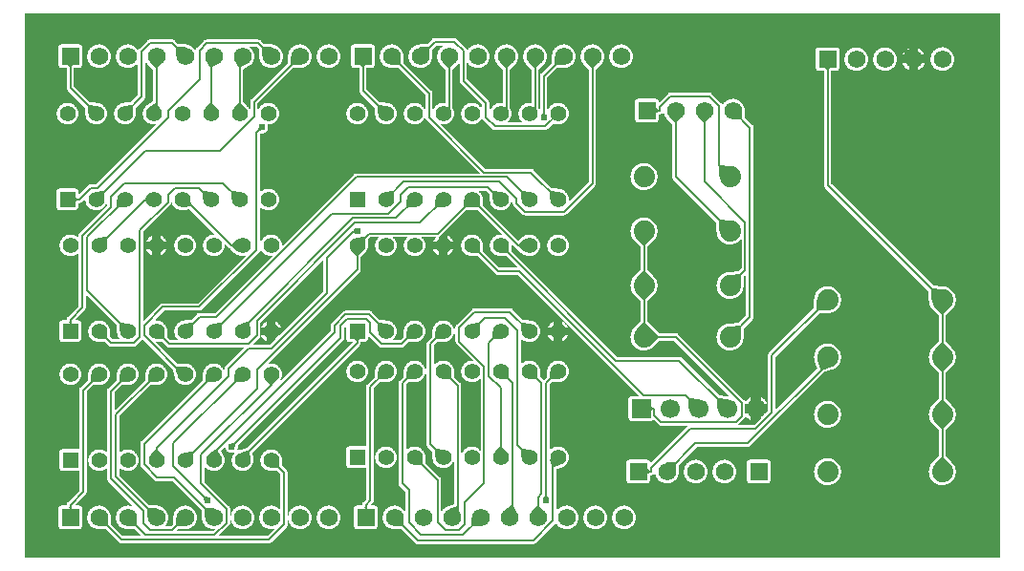
<source format=gbl>
G04 ---------------------------- Layer name :BOTTOM LAYER*
G04 EasyEDA v5.8.19, Tue, 23 Oct 2018 04:56:52 GMT*
G04 ff24bd7eb87e4772a3a352ded0ffbd4c*
G04 Gerber Generator version 0.2*
G04 Scale: 100 percent, Rotated: No, Reflected: No *
G04 Dimensions in inches *
G04 leading zeros omitted , absolute positions ,2 integer and 4 decimal *
%FSLAX24Y24*%
%MOIN*%
G90*
G70D02*

%ADD11C,0.006000*%
%ADD12C,0.024000*%
%ADD13R,0.055000X0.055000*%
%ADD14C,0.055000*%
%ADD15C,0.062000*%
%ADD16R,0.062000X0.062000*%
%ADD17C,0.074000*%
%ADD18R,0.066929X0.066929*%
%ADD19C,0.066929*%

%LPD*%
G36*
G01X34000Y0D02*
G01X0Y0D01*
G01X0Y19000D01*
G01X34000Y19000D01*
G01X34000Y0D01*
G37*

%LPC*%
G36*
G01X18261Y8063D02*
G01X18250Y8037D01*
G01X18462Y8037D01*
G01X18462Y8249D01*
G01X18445Y8242D01*
G01X18411Y8225D01*
G01X18380Y8205D01*
G01X18351Y8181D01*
G01X18324Y8155D01*
G01X18300Y8127D01*
G01X18279Y8096D01*
G01X18261Y8063D01*
G37*
G36*
G01X3365Y500D02*
G01X3369Y500D01*
G01X8526Y500D01*
G01X8530Y500D01*
G01X8535Y500D01*
G01X8540Y500D01*
G01X8545Y501D01*
G01X8550Y502D01*
G01X8554Y503D01*
G01X8559Y504D01*
G01X8564Y505D01*
G01X8568Y507D01*
G01X8573Y508D01*
G01X8577Y510D01*
G01X8582Y512D01*
G01X8586Y515D01*
G01X8590Y517D01*
G01X8595Y519D01*
G01X8599Y522D01*
G01X8603Y525D01*
G01X8607Y528D01*
G01X8610Y531D01*
G01X8614Y534D01*
G01X8617Y538D01*
G01X9134Y1055D01*
G01X9138Y1058D01*
G01X9141Y1062D01*
G01X9144Y1065D01*
G01X9147Y1069D01*
G01X9150Y1073D01*
G01X9153Y1077D01*
G01X9155Y1082D01*
G01X9157Y1086D01*
G01X9160Y1090D01*
G01X9162Y1095D01*
G01X9164Y1099D01*
G01X9165Y1104D01*
G01X9167Y1108D01*
G01X9168Y1113D01*
G01X9169Y1118D01*
G01X9170Y1122D01*
G01X9171Y1127D01*
G01X9172Y1132D01*
G01X9172Y1137D01*
G01X9172Y1142D01*
G01X9172Y1146D01*
G01X9172Y2957D01*
G01X9172Y2961D01*
G01X9172Y2966D01*
G01X9172Y2971D01*
G01X9171Y2976D01*
G01X9170Y2981D01*
G01X9169Y2985D01*
G01X9168Y2990D01*
G01X9167Y2995D01*
G01X9165Y2999D01*
G01X9164Y3004D01*
G01X9162Y3008D01*
G01X9160Y3013D01*
G01X9157Y3017D01*
G01X9155Y3021D01*
G01X9153Y3026D01*
G01X9150Y3030D01*
G01X9147Y3034D01*
G01X9144Y3038D01*
G01X9141Y3041D01*
G01X9138Y3045D01*
G01X9134Y3048D01*
G01X8984Y3199D01*
G01X8975Y3392D01*
G01X8976Y3400D01*
G01X8974Y3437D01*
G01X8968Y3474D01*
G01X8959Y3510D01*
G01X8946Y3546D01*
G01X8930Y3579D01*
G01X8910Y3611D01*
G01X8888Y3641D01*
G01X8862Y3669D01*
G01X8834Y3693D01*
G01X8803Y3715D01*
G01X8771Y3734D01*
G01X8737Y3750D01*
G01X8701Y3761D01*
G01X8665Y3770D01*
G01X8628Y3774D01*
G01X8590Y3775D01*
G01X8553Y3773D01*
G01X8516Y3766D01*
G01X8480Y3756D01*
G01X8445Y3742D01*
G01X8411Y3725D01*
G01X8380Y3705D01*
G01X8351Y3681D01*
G01X8324Y3655D01*
G01X8300Y3627D01*
G01X8279Y3596D01*
G01X8261Y3563D01*
G01X8246Y3528D01*
G01X8235Y3492D01*
G01X8228Y3456D01*
G01X8224Y3418D01*
G01X8224Y3381D01*
G01X8228Y3343D01*
G01X8235Y3307D01*
G01X8246Y3271D01*
G01X8261Y3236D01*
G01X8279Y3203D01*
G01X8300Y3172D01*
G01X8324Y3144D01*
G01X8351Y3118D01*
G01X8380Y3094D01*
G01X8411Y3074D01*
G01X8445Y3057D01*
G01X8480Y3043D01*
G01X8516Y3033D01*
G01X8553Y3026D01*
G01X8590Y3024D01*
G01X8604Y3024D01*
G01X8800Y3015D01*
G01X8913Y2903D01*
G01X8913Y1666D01*
G01X8886Y1694D01*
G01X8856Y1721D01*
G01X8822Y1745D01*
G01X8787Y1765D01*
G01X8750Y1782D01*
G01X8711Y1795D01*
G01X8671Y1804D01*
G01X8630Y1809D01*
G01X8589Y1810D01*
G01X8548Y1807D01*
G01X8508Y1800D01*
G01X8469Y1789D01*
G01X8430Y1774D01*
G01X8394Y1755D01*
G01X8360Y1733D01*
G01X8328Y1708D01*
G01X8298Y1679D01*
G01X8272Y1648D01*
G01X8249Y1614D01*
G01X8229Y1578D01*
G01X8213Y1540D01*
G01X8201Y1501D01*
G01X8193Y1461D01*
G01X8189Y1420D01*
G01X8189Y1379D01*
G01X8193Y1338D01*
G01X8201Y1298D01*
G01X8213Y1259D01*
G01X8229Y1221D01*
G01X8249Y1185D01*
G01X8272Y1151D01*
G01X8298Y1120D01*
G01X8328Y1091D01*
G01X8360Y1066D01*
G01X8394Y1044D01*
G01X8430Y1025D01*
G01X8469Y1010D01*
G01X8508Y999D01*
G01X8548Y992D01*
G01X8589Y989D01*
G01X8630Y990D01*
G01X8671Y995D01*
G01X8711Y1004D01*
G01X8719Y1006D01*
G01X8472Y759D01*
G01X6780Y759D01*
G01X7132Y1112D01*
G01X7136Y1115D01*
G01X7139Y1119D01*
G01X7142Y1122D01*
G01X7145Y1126D01*
G01X7148Y1130D01*
G01X7151Y1134D01*
G01X7153Y1138D01*
G01X7155Y1143D01*
G01X7158Y1147D01*
G01X7160Y1152D01*
G01X7162Y1156D01*
G01X7163Y1161D01*
G01X7165Y1165D01*
G01X7166Y1170D01*
G01X7167Y1175D01*
G01X7168Y1179D01*
G01X7169Y1184D01*
G01X7170Y1189D01*
G01X7170Y1194D01*
G01X7170Y1199D01*
G01X7171Y1203D01*
G01X7171Y1705D01*
G01X7170Y1709D01*
G01X7170Y1714D01*
G01X7170Y1719D01*
G01X7169Y1724D01*
G01X7168Y1729D01*
G01X7167Y1733D01*
G01X7166Y1738D01*
G01X7165Y1743D01*
G01X7163Y1747D01*
G01X7162Y1752D01*
G01X7160Y1756D01*
G01X7158Y1761D01*
G01X7155Y1765D01*
G01X7153Y1769D01*
G01X7151Y1774D01*
G01X7148Y1778D01*
G01X7145Y1782D01*
G01X7142Y1786D01*
G01X7139Y1789D01*
G01X7136Y1793D01*
G01X7132Y1796D01*
G01X6293Y2636D01*
G01X6293Y3183D01*
G01X6300Y3172D01*
G01X6324Y3144D01*
G01X6351Y3118D01*
G01X6380Y3094D01*
G01X6411Y3074D01*
G01X6445Y3057D01*
G01X6480Y3043D01*
G01X6516Y3033D01*
G01X6553Y3026D01*
G01X6590Y3024D01*
G01X6628Y3025D01*
G01X6665Y3029D01*
G01X6701Y3038D01*
G01X6737Y3049D01*
G01X6771Y3065D01*
G01X6803Y3084D01*
G01X6834Y3106D01*
G01X6862Y3130D01*
G01X6888Y3158D01*
G01X6910Y3188D01*
G01X6930Y3220D01*
G01X6946Y3253D01*
G01X6959Y3289D01*
G01X6968Y3325D01*
G01X6974Y3362D01*
G01X6976Y3400D01*
G01X6974Y3437D01*
G01X6968Y3474D01*
G01X6959Y3510D01*
G01X6946Y3546D01*
G01X6930Y3579D01*
G01X6925Y3587D01*
G01X6853Y3732D01*
G01X7004Y3883D01*
G01X7004Y3879D01*
G01X7004Y3856D01*
G01X7006Y3835D01*
G01X7010Y3813D01*
G01X7017Y3792D01*
G01X7025Y3772D01*
G01X7036Y3752D01*
G01X7048Y3734D01*
G01X7063Y3717D01*
G01X7078Y3702D01*
G01X7095Y3688D01*
G01X7114Y3676D01*
G01X7134Y3666D01*
G01X7154Y3658D01*
G01X7175Y3652D01*
G01X7197Y3648D01*
G01X7219Y3647D01*
G01X7241Y3647D01*
G01X7263Y3650D01*
G01X7284Y3655D01*
G01X7305Y3662D01*
G01X7325Y3671D01*
G01X7344Y3682D01*
G01X7362Y3695D01*
G01X7379Y3709D01*
G01X7394Y3725D01*
G01X7407Y3743D01*
G01X7419Y3762D01*
G01X7428Y3782D01*
G01X7436Y3802D01*
G01X7441Y3824D01*
G01X7444Y3846D01*
G01X7445Y3856D01*
G01X7455Y3914D01*
G01X11121Y7581D01*
G01X11125Y7584D01*
G01X11128Y7588D01*
G01X11131Y7591D01*
G01X11134Y7595D01*
G01X11137Y7599D01*
G01X11140Y7603D01*
G01X11142Y7607D01*
G01X11144Y7612D01*
G01X11147Y7616D01*
G01X11149Y7621D01*
G01X11151Y7625D01*
G01X11152Y7630D01*
G01X11154Y7634D01*
G01X11155Y7639D01*
G01X11156Y7644D01*
G01X11157Y7648D01*
G01X11158Y7653D01*
G01X11159Y7658D01*
G01X11159Y7663D01*
G01X11159Y7668D01*
G01X11160Y7673D01*
G01X11160Y8039D01*
G01X11225Y8104D01*
G01X11225Y7625D01*
G01X11225Y7620D01*
G01X11225Y7616D01*
G01X11225Y7612D01*
G01X11226Y7608D01*
G01X11227Y7604D01*
G01X11228Y7600D01*
G01X11229Y7596D01*
G01X11230Y7592D01*
G01X11231Y7588D01*
G01X11233Y7584D01*
G01X11235Y7581D01*
G01X11237Y7577D01*
G01X11239Y7573D01*
G01X11241Y7570D01*
G01X11243Y7566D01*
G01X11246Y7563D01*
G01X11248Y7560D01*
G01X11251Y7557D01*
G01X11254Y7554D01*
G01X11257Y7551D01*
G01X11260Y7548D01*
G01X11263Y7546D01*
G01X11266Y7543D01*
G01X11270Y7541D01*
G01X11273Y7539D01*
G01X11277Y7537D01*
G01X11281Y7535D01*
G01X11284Y7533D01*
G01X11288Y7531D01*
G01X11292Y7530D01*
G01X11296Y7529D01*
G01X11300Y7528D01*
G01X11304Y7527D01*
G01X11308Y7526D01*
G01X11312Y7525D01*
G01X11316Y7525D01*
G01X11320Y7525D01*
G01X11325Y7525D01*
G01X11447Y7525D01*
G01X7738Y3816D01*
G01X7537Y3770D01*
G01X7516Y3766D01*
G01X7480Y3756D01*
G01X7445Y3742D01*
G01X7411Y3725D01*
G01X7380Y3705D01*
G01X7351Y3681D01*
G01X7324Y3655D01*
G01X7300Y3627D01*
G01X7279Y3596D01*
G01X7261Y3563D01*
G01X7246Y3528D01*
G01X7235Y3492D01*
G01X7228Y3456D01*
G01X7224Y3418D01*
G01X7224Y3381D01*
G01X7228Y3343D01*
G01X7235Y3307D01*
G01X7246Y3271D01*
G01X7261Y3236D01*
G01X7279Y3203D01*
G01X7300Y3172D01*
G01X7324Y3144D01*
G01X7351Y3118D01*
G01X7380Y3094D01*
G01X7411Y3074D01*
G01X7445Y3057D01*
G01X7480Y3043D01*
G01X7516Y3033D01*
G01X7553Y3026D01*
G01X7590Y3024D01*
G01X7628Y3025D01*
G01X7665Y3029D01*
G01X7701Y3038D01*
G01X7737Y3049D01*
G01X7771Y3065D01*
G01X7803Y3084D01*
G01X7834Y3106D01*
G01X7862Y3130D01*
G01X7888Y3158D01*
G01X7910Y3188D01*
G01X7930Y3220D01*
G01X7946Y3253D01*
G01X7959Y3289D01*
G01X7968Y3325D01*
G01X7974Y3362D01*
G01X7976Y3400D01*
G01X7974Y3437D01*
G01X7968Y3474D01*
G01X7968Y3476D01*
G01X7944Y3654D01*
G01X11691Y7402D01*
G01X11693Y7403D01*
G01X11695Y7405D01*
G01X11695Y7406D01*
G01X11696Y7406D01*
G01X11697Y7408D01*
G01X11699Y7410D01*
G01X11700Y7411D01*
G01X11700Y7411D01*
G01X11702Y7413D01*
G01X11703Y7415D01*
G01X11704Y7416D01*
G01X11704Y7416D01*
G01X11706Y7419D01*
G01X11707Y7420D01*
G01X11707Y7421D01*
G01X11708Y7422D01*
G01X11709Y7424D01*
G01X11710Y7426D01*
G01X11711Y7427D01*
G01X11711Y7427D01*
G01X11712Y7429D01*
G01X11714Y7431D01*
G01X11714Y7432D01*
G01X11714Y7433D01*
G01X11716Y7435D01*
G01X11717Y7437D01*
G01X11717Y7438D01*
G01X11717Y7439D01*
G01X11718Y7441D01*
G01X11719Y7443D01*
G01X11720Y7444D01*
G01X11720Y7444D01*
G01X11721Y7447D01*
G01X11722Y7449D01*
G01X11722Y7450D01*
G01X11722Y7451D01*
G01X11723Y7453D01*
G01X11724Y7455D01*
G01X11724Y7456D01*
G01X11724Y7457D01*
G01X11725Y7459D01*
G01X11725Y7461D01*
G01X11726Y7462D01*
G01X11726Y7463D01*
G01X11726Y7465D01*
G01X11727Y7468D01*
G01X11727Y7469D01*
G01X11727Y7469D01*
G01X11728Y7471D01*
G01X11728Y7474D01*
G01X11728Y7475D01*
G01X11728Y7476D01*
G01X11729Y7478D01*
G01X11729Y7481D01*
G01X11729Y7481D01*
G01X11729Y7482D01*
G01X11729Y7485D01*
G01X11729Y7487D01*
G01X11729Y7488D01*
G01X11729Y7489D01*
G01X11729Y7491D01*
G01X11730Y7494D01*
G01X11730Y7511D01*
G01X11736Y7525D01*
G01X11875Y7525D01*
G01X11879Y7525D01*
G01X11883Y7525D01*
G01X11887Y7525D01*
G01X11891Y7526D01*
G01X11895Y7527D01*
G01X11899Y7528D01*
G01X11903Y7529D01*
G01X11907Y7530D01*
G01X11911Y7531D01*
G01X11915Y7533D01*
G01X11918Y7535D01*
G01X11922Y7537D01*
G01X11926Y7539D01*
G01X11929Y7541D01*
G01X11933Y7543D01*
G01X11936Y7546D01*
G01X11939Y7548D01*
G01X11942Y7551D01*
G01X11945Y7554D01*
G01X11948Y7557D01*
G01X11951Y7560D01*
G01X11953Y7563D01*
G01X11956Y7566D01*
G01X11958Y7570D01*
G01X11960Y7573D01*
G01X11962Y7577D01*
G01X11964Y7581D01*
G01X11966Y7584D01*
G01X11968Y7588D01*
G01X11969Y7592D01*
G01X11970Y7596D01*
G01X11971Y7600D01*
G01X11972Y7604D01*
G01X11973Y7608D01*
G01X11974Y7612D01*
G01X11974Y7616D01*
G01X11974Y7620D01*
G01X11975Y7625D01*
G01X11975Y7752D01*
G01X12362Y7365D01*
G01X12365Y7361D01*
G01X12369Y7358D01*
G01X12372Y7355D01*
G01X12376Y7352D01*
G01X12380Y7349D01*
G01X12384Y7346D01*
G01X12389Y7344D01*
G01X12393Y7342D01*
G01X12397Y7339D01*
G01X12402Y7337D01*
G01X12406Y7335D01*
G01X12411Y7334D01*
G01X12415Y7332D01*
G01X12420Y7331D01*
G01X12425Y7330D01*
G01X12429Y7329D01*
G01X12434Y7328D01*
G01X12439Y7327D01*
G01X12444Y7327D01*
G01X12449Y7327D01*
G01X12453Y7326D01*
G01X13156Y7326D01*
G01X13161Y7327D01*
G01X13166Y7327D01*
G01X13171Y7327D01*
G01X13176Y7328D01*
G01X13181Y7329D01*
G01X13185Y7330D01*
G01X13190Y7331D01*
G01X13195Y7332D01*
G01X13199Y7334D01*
G01X13204Y7335D01*
G01X13208Y7337D01*
G01X13213Y7339D01*
G01X13217Y7342D01*
G01X13222Y7344D01*
G01X13226Y7346D01*
G01X13230Y7349D01*
G01X13234Y7352D01*
G01X13238Y7355D01*
G01X13241Y7358D01*
G01X13245Y7361D01*
G01X13248Y7365D01*
G01X13399Y7515D01*
G01X13589Y7524D01*
G01X13590Y7524D01*
G01X13628Y7525D01*
G01X13665Y7529D01*
G01X13701Y7538D01*
G01X13737Y7549D01*
G01X13771Y7565D01*
G01X13803Y7584D01*
G01X13834Y7606D01*
G01X13862Y7630D01*
G01X13888Y7658D01*
G01X13910Y7688D01*
G01X13930Y7720D01*
G01X13946Y7753D01*
G01X13959Y7789D01*
G01X13968Y7825D01*
G01X13974Y7862D01*
G01X13976Y7900D01*
G01X13974Y7937D01*
G01X13968Y7974D01*
G01X13959Y8010D01*
G01X13946Y8046D01*
G01X13930Y8079D01*
G01X13910Y8111D01*
G01X13888Y8141D01*
G01X13862Y8169D01*
G01X13834Y8193D01*
G01X13803Y8215D01*
G01X13771Y8234D01*
G01X13737Y8250D01*
G01X13701Y8261D01*
G01X13665Y8270D01*
G01X13628Y8274D01*
G01X13590Y8275D01*
G01X13553Y8273D01*
G01X13516Y8266D01*
G01X13480Y8256D01*
G01X13445Y8242D01*
G01X13411Y8225D01*
G01X13380Y8205D01*
G01X13351Y8181D01*
G01X13324Y8155D01*
G01X13300Y8127D01*
G01X13279Y8096D01*
G01X13261Y8063D01*
G01X13246Y8028D01*
G01X13235Y7992D01*
G01X13228Y7956D01*
G01X13224Y7918D01*
G01X13224Y7895D01*
G01X13215Y7699D01*
G01X13103Y7586D01*
G01X12807Y7586D01*
G01X12834Y7606D01*
G01X12862Y7630D01*
G01X12888Y7658D01*
G01X12910Y7688D01*
G01X12930Y7720D01*
G01X12946Y7753D01*
G01X12959Y7789D01*
G01X12968Y7825D01*
G01X12974Y7862D01*
G01X12976Y7900D01*
G01X12974Y7937D01*
G01X12968Y7974D01*
G01X12959Y8010D01*
G01X12946Y8046D01*
G01X12930Y8079D01*
G01X12910Y8111D01*
G01X12888Y8141D01*
G01X12862Y8169D01*
G01X12834Y8193D01*
G01X12803Y8215D01*
G01X12771Y8234D01*
G01X12737Y8250D01*
G01X12701Y8261D01*
G01X12665Y8270D01*
G01X12628Y8274D01*
G01X12590Y8275D01*
G01X12589Y8275D01*
G01X12399Y8284D01*
G01X12110Y8572D01*
G01X12107Y8576D01*
G01X12103Y8579D01*
G01X12100Y8582D01*
G01X12096Y8585D01*
G01X12092Y8588D01*
G01X12088Y8591D01*
G01X12084Y8593D01*
G01X12079Y8595D01*
G01X12075Y8598D01*
G01X12070Y8600D01*
G01X12066Y8602D01*
G01X12061Y8603D01*
G01X12057Y8605D01*
G01X12052Y8606D01*
G01X12047Y8607D01*
G01X12043Y8608D01*
G01X12038Y8609D01*
G01X12033Y8610D01*
G01X12028Y8610D01*
G01X12023Y8610D01*
G01X12018Y8611D01*
G01X11189Y8611D01*
G01X11185Y8610D01*
G01X11180Y8610D01*
G01X11175Y8610D01*
G01X11170Y8609D01*
G01X11165Y8608D01*
G01X11161Y8607D01*
G01X11156Y8606D01*
G01X11151Y8605D01*
G01X11147Y8603D01*
G01X11142Y8602D01*
G01X11138Y8600D01*
G01X11133Y8598D01*
G01X11129Y8595D01*
G01X11125Y8593D01*
G01X11120Y8591D01*
G01X11116Y8588D01*
G01X11112Y8585D01*
G01X11108Y8582D01*
G01X11105Y8579D01*
G01X11101Y8576D01*
G01X11098Y8572D01*
G01X10719Y8193D01*
G01X10715Y8190D01*
G01X10712Y8186D01*
G01X10709Y8183D01*
G01X10706Y8179D01*
G01X10703Y8175D01*
G01X10700Y8171D01*
G01X10698Y8167D01*
G01X10696Y8162D01*
G01X10693Y8158D01*
G01X10691Y8153D01*
G01X10689Y8149D01*
G01X10688Y8144D01*
G01X10686Y8140D01*
G01X10685Y8135D01*
G01X10684Y8130D01*
G01X10683Y8126D01*
G01X10682Y8121D01*
G01X10681Y8116D01*
G01X10681Y8111D01*
G01X10681Y8106D01*
G01X10681Y8101D01*
G01X10681Y7927D01*
G01X8703Y5950D01*
G01X8704Y5951D01*
G01X8707Y5955D01*
G01X8710Y5959D01*
G01X8712Y5963D01*
G01X8714Y5968D01*
G01X8717Y5972D01*
G01X8719Y5977D01*
G01X8719Y5978D01*
G01X8857Y6126D01*
G01X8862Y6130D01*
G01X8888Y6158D01*
G01X8910Y6188D01*
G01X8930Y6220D01*
G01X8946Y6253D01*
G01X8959Y6289D01*
G01X8968Y6325D01*
G01X8974Y6362D01*
G01X8976Y6400D01*
G01X8974Y6437D01*
G01X8968Y6474D01*
G01X8959Y6510D01*
G01X8946Y6546D01*
G01X8930Y6579D01*
G01X8910Y6611D01*
G01X8888Y6641D01*
G01X8862Y6669D01*
G01X8834Y6693D01*
G01X8803Y6715D01*
G01X8771Y6734D01*
G01X8737Y6750D01*
G01X8701Y6761D01*
G01X8665Y6770D01*
G01X8628Y6774D01*
G01X8590Y6775D01*
G01X8553Y6773D01*
G01X8516Y6766D01*
G01X8481Y6756D01*
G01X11691Y9967D01*
G01X11695Y9970D01*
G01X11698Y9974D01*
G01X11701Y9977D01*
G01X11704Y9981D01*
G01X11707Y9985D01*
G01X11710Y9989D01*
G01X11712Y9994D01*
G01X11714Y9998D01*
G01X11717Y10002D01*
G01X11719Y10007D01*
G01X11721Y10011D01*
G01X11722Y10016D01*
G01X11724Y10020D01*
G01X11725Y10025D01*
G01X11726Y10030D01*
G01X11727Y10034D01*
G01X11728Y10039D01*
G01X11729Y10044D01*
G01X11729Y10049D01*
G01X11729Y10054D01*
G01X11730Y10059D01*
G01X11730Y10486D01*
G01X11859Y10628D01*
G01X11862Y10630D01*
G01X11888Y10658D01*
G01X11910Y10688D01*
G01X11930Y10720D01*
G01X11946Y10753D01*
G01X11959Y10789D01*
G01X11968Y10825D01*
G01X11974Y10862D01*
G01X11976Y10900D01*
G01X11975Y10907D01*
G01X11984Y11100D01*
G01X12060Y11176D01*
G01X12346Y11176D01*
G01X12324Y11155D01*
G01X12300Y11127D01*
G01X12279Y11096D01*
G01X12261Y11063D01*
G01X12246Y11028D01*
G01X12235Y10992D01*
G01X12228Y10956D01*
G01X12224Y10918D01*
G01X12224Y10881D01*
G01X12228Y10843D01*
G01X12235Y10807D01*
G01X12246Y10771D01*
G01X12261Y10736D01*
G01X12279Y10703D01*
G01X12300Y10672D01*
G01X12324Y10644D01*
G01X12351Y10618D01*
G01X12380Y10594D01*
G01X12411Y10574D01*
G01X12445Y10557D01*
G01X12480Y10543D01*
G01X12516Y10533D01*
G01X12553Y10526D01*
G01X12590Y10524D01*
G01X12628Y10525D01*
G01X12665Y10529D01*
G01X12701Y10538D01*
G01X12737Y10549D01*
G01X12771Y10565D01*
G01X12803Y10584D01*
G01X12834Y10606D01*
G01X12862Y10630D01*
G01X12888Y10658D01*
G01X12910Y10688D01*
G01X12930Y10720D01*
G01X12946Y10753D01*
G01X12959Y10789D01*
G01X12968Y10825D01*
G01X12974Y10862D01*
G01X12976Y10900D01*
G01X12974Y10937D01*
G01X12968Y10974D01*
G01X12959Y11010D01*
G01X12946Y11046D01*
G01X12930Y11079D01*
G01X12910Y11111D01*
G01X12888Y11141D01*
G01X12862Y11169D01*
G01X12853Y11176D01*
G01X13346Y11176D01*
G01X13324Y11155D01*
G01X13300Y11127D01*
G01X13279Y11096D01*
G01X13261Y11063D01*
G01X13246Y11028D01*
G01X13235Y10992D01*
G01X13228Y10956D01*
G01X13224Y10918D01*
G01X13224Y10881D01*
G01X13228Y10843D01*
G01X13235Y10807D01*
G01X13246Y10771D01*
G01X13261Y10736D01*
G01X13279Y10703D01*
G01X13300Y10672D01*
G01X13324Y10644D01*
G01X13351Y10618D01*
G01X13380Y10594D01*
G01X13411Y10574D01*
G01X13445Y10557D01*
G01X13480Y10543D01*
G01X13516Y10533D01*
G01X13553Y10526D01*
G01X13590Y10524D01*
G01X13628Y10525D01*
G01X13665Y10529D01*
G01X13701Y10538D01*
G01X13737Y10549D01*
G01X13771Y10565D01*
G01X13803Y10584D01*
G01X13834Y10606D01*
G01X13862Y10630D01*
G01X13888Y10658D01*
G01X13910Y10688D01*
G01X13930Y10720D01*
G01X13946Y10753D01*
G01X13959Y10789D01*
G01X13968Y10825D01*
G01X13974Y10862D01*
G01X13976Y10900D01*
G01X13974Y10937D01*
G01X13968Y10974D01*
G01X13959Y11010D01*
G01X13946Y11046D01*
G01X13930Y11079D01*
G01X13910Y11111D01*
G01X13888Y11141D01*
G01X13862Y11169D01*
G01X13853Y11176D01*
G01X14346Y11176D01*
G01X14324Y11155D01*
G01X14300Y11127D01*
G01X14279Y11096D01*
G01X14261Y11063D01*
G01X14250Y11037D01*
G01X14462Y11037D01*
G01X14462Y11189D01*
G01X14463Y11189D01*
G01X14467Y11192D01*
G01X14472Y11194D01*
G01X14476Y11196D01*
G01X14480Y11199D01*
G01X14484Y11202D01*
G01X14488Y11205D01*
G01X14491Y11208D01*
G01X14495Y11211D01*
G01X14498Y11215D01*
G01X15399Y12115D01*
G01X15589Y12124D01*
G01X15590Y12124D01*
G01X15604Y12124D01*
G01X15800Y12115D01*
G01X16643Y11273D01*
G01X16628Y11274D01*
G01X16590Y11275D01*
G01X16553Y11273D01*
G01X16516Y11266D01*
G01X16480Y11256D01*
G01X16445Y11242D01*
G01X16411Y11225D01*
G01X16380Y11205D01*
G01X16351Y11181D01*
G01X16324Y11155D01*
G01X16300Y11127D01*
G01X16279Y11096D01*
G01X16261Y11063D01*
G01X16246Y11028D01*
G01X16235Y10992D01*
G01X16228Y10956D01*
G01X16224Y10918D01*
G01X16224Y10881D01*
G01X16228Y10843D01*
G01X16235Y10807D01*
G01X16246Y10771D01*
G01X16261Y10736D01*
G01X16279Y10703D01*
G01X16300Y10672D01*
G01X16324Y10644D01*
G01X16351Y10618D01*
G01X16380Y10594D01*
G01X16411Y10574D01*
G01X16445Y10557D01*
G01X16480Y10543D01*
G01X16516Y10533D01*
G01X16553Y10526D01*
G01X16590Y10524D01*
G01X16604Y10524D01*
G01X16800Y10515D01*
G01X17192Y10123D01*
G01X16559Y10123D01*
G01X15984Y10699D01*
G01X15975Y10892D01*
G01X15976Y10900D01*
G01X15974Y10937D01*
G01X15968Y10974D01*
G01X15959Y11010D01*
G01X15946Y11046D01*
G01X15930Y11079D01*
G01X15910Y11111D01*
G01X15888Y11141D01*
G01X15862Y11169D01*
G01X15834Y11193D01*
G01X15803Y11215D01*
G01X15771Y11234D01*
G01X15737Y11250D01*
G01X15701Y11261D01*
G01X15665Y11270D01*
G01X15628Y11274D01*
G01X15590Y11275D01*
G01X15553Y11273D01*
G01X15516Y11266D01*
G01X15480Y11256D01*
G01X15445Y11242D01*
G01X15411Y11225D01*
G01X15380Y11205D01*
G01X15351Y11181D01*
G01X15324Y11155D01*
G01X15300Y11127D01*
G01X15279Y11096D01*
G01X15261Y11063D01*
G01X15246Y11028D01*
G01X15235Y10992D01*
G01X15228Y10956D01*
G01X15224Y10918D01*
G01X15224Y10881D01*
G01X15228Y10843D01*
G01X15235Y10807D01*
G01X15246Y10771D01*
G01X15261Y10736D01*
G01X15279Y10703D01*
G01X15300Y10672D01*
G01X15324Y10644D01*
G01X15351Y10618D01*
G01X15380Y10594D01*
G01X15411Y10574D01*
G01X15445Y10557D01*
G01X15480Y10543D01*
G01X15516Y10533D01*
G01X15553Y10526D01*
G01X15590Y10524D01*
G01X15604Y10524D01*
G01X15800Y10515D01*
G01X16414Y9902D01*
G01X16417Y9898D01*
G01X16421Y9895D01*
G01X16424Y9892D01*
G01X16428Y9889D01*
G01X16432Y9886D01*
G01X16436Y9883D01*
G01X16440Y9881D01*
G01X16445Y9879D01*
G01X16449Y9876D01*
G01X16454Y9874D01*
G01X16458Y9872D01*
G01X16463Y9871D01*
G01X16467Y9869D01*
G01X16472Y9868D01*
G01X16477Y9867D01*
G01X16481Y9866D01*
G01X16486Y9865D01*
G01X16491Y9864D01*
G01X16496Y9864D01*
G01X16501Y9864D01*
G01X16506Y9863D01*
G01X17206Y9863D01*
G01X21435Y5634D01*
G01X21165Y5634D01*
G01X21161Y5634D01*
G01X21157Y5634D01*
G01X21153Y5633D01*
G01X21148Y5633D01*
G01X21144Y5632D01*
G01X21140Y5631D01*
G01X21136Y5630D01*
G01X21132Y5629D01*
G01X21129Y5627D01*
G01X21125Y5626D01*
G01X21121Y5624D01*
G01X21117Y5622D01*
G01X21114Y5620D01*
G01X21110Y5618D01*
G01X21107Y5615D01*
G01X21103Y5613D01*
G01X21100Y5610D01*
G01X21097Y5608D01*
G01X21094Y5605D01*
G01X21091Y5602D01*
G01X21089Y5599D01*
G01X21086Y5596D01*
G01X21084Y5592D01*
G01X21081Y5589D01*
G01X21079Y5585D01*
G01X21077Y5582D01*
G01X21075Y5578D01*
G01X21073Y5574D01*
G01X21072Y5570D01*
G01X21070Y5567D01*
G01X21069Y5563D01*
G01X21068Y5559D01*
G01X21067Y5555D01*
G01X21066Y5551D01*
G01X21066Y5546D01*
G01X21065Y5542D01*
G01X21065Y5538D01*
G01X21065Y5534D01*
G01X21065Y4865D01*
G01X21065Y4861D01*
G01X21065Y4857D01*
G01X21066Y4853D01*
G01X21066Y4848D01*
G01X21067Y4844D01*
G01X21068Y4840D01*
G01X21069Y4836D01*
G01X21070Y4832D01*
G01X21072Y4829D01*
G01X21073Y4825D01*
G01X21075Y4821D01*
G01X21077Y4817D01*
G01X21079Y4814D01*
G01X21081Y4810D01*
G01X21084Y4807D01*
G01X21086Y4803D01*
G01X21089Y4800D01*
G01X21091Y4797D01*
G01X21094Y4794D01*
G01X21097Y4791D01*
G01X21100Y4789D01*
G01X21103Y4786D01*
G01X21107Y4784D01*
G01X21110Y4781D01*
G01X21114Y4779D01*
G01X21117Y4777D01*
G01X21121Y4775D01*
G01X21125Y4773D01*
G01X21129Y4772D01*
G01X21132Y4770D01*
G01X21136Y4769D01*
G01X21140Y4768D01*
G01X21144Y4767D01*
G01X21148Y4766D01*
G01X21153Y4766D01*
G01X21157Y4765D01*
G01X21161Y4765D01*
G01X21165Y4765D01*
G01X21834Y4765D01*
G01X21838Y4765D01*
G01X21842Y4765D01*
G01X21846Y4766D01*
G01X21851Y4766D01*
G01X21855Y4767D01*
G01X21859Y4768D01*
G01X21863Y4769D01*
G01X21867Y4770D01*
G01X21870Y4772D01*
G01X21874Y4773D01*
G01X21878Y4775D01*
G01X21882Y4777D01*
G01X21885Y4779D01*
G01X21889Y4781D01*
G01X21892Y4784D01*
G01X21896Y4786D01*
G01X21899Y4789D01*
G01X21902Y4791D01*
G01X21905Y4794D01*
G01X21908Y4797D01*
G01X21910Y4800D01*
G01X21913Y4803D01*
G01X21915Y4807D01*
G01X21918Y4810D01*
G01X21920Y4814D01*
G01X21922Y4817D01*
G01X21924Y4821D01*
G01X21925Y4823D01*
G01X22105Y4642D01*
G01X22109Y4638D01*
G01X22113Y4635D01*
G01X22116Y4632D01*
G01X22120Y4629D01*
G01X22124Y4626D01*
G01X22128Y4624D01*
G01X22132Y4621D01*
G01X22137Y4619D01*
G01X22141Y4616D01*
G01X22145Y4614D01*
G01X22150Y4613D01*
G01X22154Y4611D01*
G01X22159Y4609D01*
G01X22164Y4608D01*
G01X22168Y4607D01*
G01X22173Y4606D01*
G01X22178Y4605D01*
G01X22183Y4604D01*
G01X22188Y4604D01*
G01X22193Y4604D01*
G01X22197Y4603D01*
G01X23157Y4603D01*
G01X23153Y4602D01*
G01X23149Y4599D01*
G01X23145Y4596D01*
G01X23141Y4593D01*
G01X23138Y4590D01*
G01X23134Y4587D01*
G01X23131Y4583D01*
G01X21810Y3262D01*
G01X21810Y3309D01*
G01X21809Y3314D01*
G01X21809Y3318D01*
G01X21809Y3322D01*
G01X21808Y3326D01*
G01X21807Y3330D01*
G01X21806Y3334D01*
G01X21805Y3338D01*
G01X21804Y3342D01*
G01X21803Y3346D01*
G01X21801Y3350D01*
G01X21799Y3353D01*
G01X21797Y3357D01*
G01X21795Y3361D01*
G01X21793Y3364D01*
G01X21791Y3368D01*
G01X21788Y3371D01*
G01X21786Y3374D01*
G01X21783Y3377D01*
G01X21780Y3380D01*
G01X21777Y3383D01*
G01X21774Y3386D01*
G01X21771Y3388D01*
G01X21768Y3391D01*
G01X21764Y3393D01*
G01X21761Y3395D01*
G01X21757Y3397D01*
G01X21753Y3399D01*
G01X21750Y3401D01*
G01X21746Y3403D01*
G01X21742Y3404D01*
G01X21738Y3405D01*
G01X21734Y3406D01*
G01X21730Y3407D01*
G01X21726Y3408D01*
G01X21722Y3409D01*
G01X21718Y3409D01*
G01X21714Y3409D01*
G01X21710Y3409D01*
G01X21089Y3409D01*
G01X21085Y3409D01*
G01X21081Y3409D01*
G01X21077Y3409D01*
G01X21073Y3408D01*
G01X21069Y3407D01*
G01X21065Y3406D01*
G01X21061Y3405D01*
G01X21057Y3404D01*
G01X21053Y3403D01*
G01X21049Y3401D01*
G01X21046Y3399D01*
G01X21042Y3397D01*
G01X21038Y3395D01*
G01X21035Y3393D01*
G01X21031Y3391D01*
G01X21028Y3388D01*
G01X21025Y3386D01*
G01X21022Y3383D01*
G01X21019Y3380D01*
G01X21016Y3377D01*
G01X21013Y3374D01*
G01X21011Y3371D01*
G01X21008Y3368D01*
G01X21006Y3364D01*
G01X21004Y3361D01*
G01X21002Y3357D01*
G01X21000Y3353D01*
G01X20998Y3350D01*
G01X20996Y3346D01*
G01X20995Y3342D01*
G01X20994Y3338D01*
G01X20993Y3334D01*
G01X20992Y3330D01*
G01X20991Y3326D01*
G01X20990Y3322D01*
G01X20990Y3318D01*
G01X20990Y3314D01*
G01X20989Y3309D01*
G01X20989Y2690D01*
G01X20990Y2685D01*
G01X20990Y2681D01*
G01X20990Y2677D01*
G01X20991Y2673D01*
G01X20992Y2669D01*
G01X20993Y2665D01*
G01X20994Y2661D01*
G01X20995Y2657D01*
G01X20996Y2653D01*
G01X20998Y2649D01*
G01X21000Y2646D01*
G01X21002Y2642D01*
G01X21004Y2638D01*
G01X21006Y2635D01*
G01X21008Y2631D01*
G01X21011Y2628D01*
G01X21013Y2625D01*
G01X21016Y2622D01*
G01X21019Y2619D01*
G01X21022Y2616D01*
G01X21025Y2613D01*
G01X21028Y2611D01*
G01X21031Y2608D01*
G01X21035Y2606D01*
G01X21038Y2604D01*
G01X21042Y2602D01*
G01X21046Y2600D01*
G01X21049Y2598D01*
G01X21053Y2596D01*
G01X21057Y2595D01*
G01X21061Y2594D01*
G01X21065Y2593D01*
G01X21069Y2592D01*
G01X21073Y2591D01*
G01X21077Y2590D01*
G01X21081Y2590D01*
G01X21085Y2590D01*
G01X21089Y2590D01*
G01X21710Y2590D01*
G01X21714Y2590D01*
G01X21718Y2590D01*
G01X21722Y2590D01*
G01X21726Y2591D01*
G01X21730Y2592D01*
G01X21734Y2593D01*
G01X21738Y2594D01*
G01X21742Y2595D01*
G01X21746Y2596D01*
G01X21750Y2598D01*
G01X21753Y2600D01*
G01X21757Y2602D01*
G01X21761Y2604D01*
G01X21764Y2606D01*
G01X21768Y2608D01*
G01X21771Y2611D01*
G01X21774Y2613D01*
G01X21777Y2616D01*
G01X21780Y2619D01*
G01X21783Y2622D01*
G01X21786Y2625D01*
G01X21788Y2628D01*
G01X21791Y2631D01*
G01X21793Y2635D01*
G01X21795Y2638D01*
G01X21797Y2642D01*
G01X21799Y2646D01*
G01X21801Y2649D01*
G01X21803Y2653D01*
G01X21804Y2657D01*
G01X21805Y2661D01*
G01X21806Y2665D01*
G01X21807Y2669D01*
G01X21808Y2673D01*
G01X21809Y2677D01*
G01X21809Y2681D01*
G01X21809Y2685D01*
G01X21810Y2690D01*
G01X21810Y2863D01*
G01X21823Y2869D01*
G01X21840Y2869D01*
G01X21842Y2870D01*
G01X21844Y2870D01*
G01X21845Y2870D01*
G01X21847Y2870D01*
G01X21848Y2870D01*
G01X21850Y2870D01*
G01X21852Y2870D01*
G01X21853Y2870D01*
G01X21855Y2870D01*
G01X21857Y2871D01*
G01X21858Y2871D01*
G01X21860Y2871D01*
G01X21861Y2871D01*
G01X21863Y2871D01*
G01X21865Y2872D01*
G01X21866Y2872D01*
G01X21868Y2872D01*
G01X21869Y2873D01*
G01X21871Y2873D01*
G01X21873Y2874D01*
G01X21874Y2874D01*
G01X21876Y2874D01*
G01X21877Y2875D01*
G01X21879Y2875D01*
G01X21880Y2876D01*
G01X21882Y2876D01*
G01X21883Y2877D01*
G01X21885Y2877D01*
G01X21887Y2878D01*
G01X21888Y2878D01*
G01X21889Y2879D01*
G01X21891Y2880D01*
G01X21892Y2880D01*
G01X21894Y2881D01*
G01X21896Y2882D01*
G01X21897Y2882D01*
G01X21898Y2883D01*
G01X21900Y2884D01*
G01X21901Y2885D01*
G01X21903Y2885D01*
G01X21904Y2886D01*
G01X21906Y2887D01*
G01X21907Y2888D01*
G01X21908Y2889D01*
G01X21910Y2890D01*
G01X21911Y2890D01*
G01X21912Y2891D01*
G01X21914Y2892D01*
G01X21915Y2893D01*
G01X21916Y2894D01*
G01X21918Y2895D01*
G01X21919Y2896D01*
G01X21920Y2897D01*
G01X21922Y2898D01*
G01X21923Y2899D01*
G01X21924Y2900D01*
G01X21925Y2901D01*
G01X21927Y2902D01*
G01X21928Y2903D01*
G01X21929Y2904D01*
G01X21930Y2905D01*
G01X21931Y2906D01*
G01X21932Y2908D01*
G01X21934Y2909D01*
G01X21935Y2910D01*
G01X21936Y2911D01*
G01X21937Y2912D01*
G01X21938Y2913D01*
G01X21939Y2915D01*
G01X21940Y2916D01*
G01X21941Y2917D01*
G01X21942Y2918D01*
G01X21943Y2920D01*
G01X21944Y2921D01*
G01X21945Y2922D01*
G01X21946Y2924D01*
G01X21947Y2925D01*
G01X21948Y2926D01*
G01X21949Y2928D01*
G01X21950Y2929D01*
G01X21951Y2930D01*
G01X21951Y2932D01*
G01X21952Y2933D01*
G01X21953Y2934D01*
G01X21954Y2936D01*
G01X21955Y2937D01*
G01X21955Y2939D01*
G01X21956Y2940D01*
G01X21957Y2942D01*
G01X21958Y2943D01*
G01X21958Y2944D01*
G01X21959Y2946D01*
G01X21960Y2948D01*
G01X21960Y2949D01*
G01X21961Y2951D01*
G01X21962Y2952D01*
G01X21962Y2954D01*
G01X21963Y2955D01*
G01X21963Y2957D01*
G01X21964Y2958D01*
G01X21964Y2960D01*
G01X21965Y2961D01*
G01X21965Y2963D01*
G01X21966Y2964D01*
G01X21966Y2966D01*
G01X21966Y2967D01*
G01X21967Y2969D01*
G01X21967Y2971D01*
G01X21968Y2973D01*
G01X21968Y2974D01*
G01X21968Y2975D01*
G01X21969Y2977D01*
G01X21969Y2979D01*
G01X21969Y2980D01*
G01X21969Y2982D01*
G01X21969Y2983D01*
G01X21970Y2985D01*
G01X21970Y2987D01*
G01X21970Y2988D01*
G01X21970Y2990D01*
G01X21970Y2992D01*
G01X21970Y2993D01*
G01X21970Y2995D01*
G01X21970Y2996D01*
G01X21970Y2998D01*
G01X21971Y3000D01*
G01X21971Y3056D01*
G01X21998Y3083D01*
G01X21993Y3061D01*
G01X21989Y3020D01*
G01X21989Y2979D01*
G01X21993Y2938D01*
G01X22001Y2898D01*
G01X22013Y2859D01*
G01X22029Y2821D01*
G01X22049Y2785D01*
G01X22072Y2751D01*
G01X22098Y2720D01*
G01X22128Y2691D01*
G01X22160Y2666D01*
G01X22194Y2644D01*
G01X22230Y2625D01*
G01X22269Y2610D01*
G01X22308Y2599D01*
G01X22348Y2592D01*
G01X22389Y2589D01*
G01X22430Y2590D01*
G01X22471Y2595D01*
G01X22511Y2604D01*
G01X22550Y2617D01*
G01X22587Y2634D01*
G01X22622Y2654D01*
G01X22656Y2678D01*
G01X22686Y2705D01*
G01X22714Y2735D01*
G01X22739Y2768D01*
G01X22760Y2803D01*
G01X22778Y2840D01*
G01X22792Y2878D01*
G01X22802Y2918D01*
G01X22808Y2959D01*
G01X22810Y3000D01*
G01X22810Y3010D01*
G01X22818Y3234D01*
G01X23437Y3853D01*
G01X25211Y3853D01*
G01X25216Y3854D01*
G01X25221Y3854D01*
G01X25226Y3854D01*
G01X25231Y3855D01*
G01X25236Y3856D01*
G01X25240Y3857D01*
G01X25245Y3858D01*
G01X25250Y3859D01*
G01X25254Y3861D01*
G01X25259Y3862D01*
G01X25263Y3864D01*
G01X25268Y3866D01*
G01X25272Y3869D01*
G01X25277Y3871D01*
G01X25281Y3873D01*
G01X25285Y3876D01*
G01X25289Y3879D01*
G01X25293Y3882D01*
G01X25296Y3885D01*
G01X25300Y3888D01*
G01X25303Y3892D01*
G01X27860Y6448D01*
G01X28132Y6548D01*
G01X28172Y6561D01*
G01X28214Y6580D01*
G01X28255Y6604D01*
G01X28293Y6631D01*
G01X28328Y6662D01*
G01X28360Y6697D01*
G01X28389Y6734D01*
G01X28413Y6774D01*
G01X28434Y6817D01*
G01X28450Y6861D01*
G01X28461Y6906D01*
G01X28468Y6953D01*
G01X28471Y7000D01*
G01X28468Y7046D01*
G01X28461Y7093D01*
G01X28450Y7138D01*
G01X28434Y7182D01*
G01X28413Y7225D01*
G01X28389Y7265D01*
G01X28360Y7302D01*
G01X28328Y7337D01*
G01X28293Y7368D01*
G01X28255Y7395D01*
G01X28214Y7419D01*
G01X28172Y7438D01*
G01X28127Y7453D01*
G01X28081Y7463D01*
G01X28035Y7469D01*
G01X27988Y7470D01*
G01X27941Y7467D01*
G01X27895Y7459D01*
G01X27849Y7446D01*
G01X27806Y7429D01*
G01X27764Y7407D01*
G01X27725Y7382D01*
G01X27688Y7353D01*
G01X27654Y7320D01*
G01X27624Y7284D01*
G01X27598Y7245D01*
G01X27575Y7204D01*
G01X27557Y7161D01*
G01X27543Y7116D01*
G01X27534Y7070D01*
G01X27529Y7023D01*
G01X27529Y6976D01*
G01X27534Y6929D01*
G01X27543Y6883D01*
G01X27557Y6838D01*
G01X27560Y6832D01*
G01X27634Y6590D01*
G01X26188Y5143D01*
G01X26188Y7004D01*
G01X27707Y8523D01*
G01X27980Y8529D01*
G01X27988Y8529D01*
G01X28035Y8530D01*
G01X28081Y8536D01*
G01X28127Y8546D01*
G01X28172Y8561D01*
G01X28214Y8580D01*
G01X28255Y8604D01*
G01X28293Y8631D01*
G01X28328Y8662D01*
G01X28360Y8697D01*
G01X28389Y8734D01*
G01X28413Y8774D01*
G01X28434Y8817D01*
G01X28450Y8861D01*
G01X28461Y8906D01*
G01X28468Y8953D01*
G01X28471Y9000D01*
G01X28468Y9046D01*
G01X28461Y9093D01*
G01X28450Y9138D01*
G01X28434Y9182D01*
G01X28413Y9225D01*
G01X28389Y9265D01*
G01X28360Y9302D01*
G01X28328Y9337D01*
G01X28293Y9368D01*
G01X28255Y9395D01*
G01X28214Y9419D01*
G01X28172Y9438D01*
G01X28127Y9453D01*
G01X28081Y9463D01*
G01X28035Y9469D01*
G01X27988Y9470D01*
G01X27941Y9467D01*
G01X27895Y9459D01*
G01X27849Y9446D01*
G01X27806Y9429D01*
G01X27764Y9407D01*
G01X27725Y9382D01*
G01X27688Y9353D01*
G01X27654Y9320D01*
G01X27624Y9284D01*
G01X27598Y9245D01*
G01X27575Y9204D01*
G01X27557Y9161D01*
G01X27543Y9116D01*
G01X27534Y9070D01*
G01X27529Y9023D01*
G01X27529Y8976D01*
G01X27529Y8976D01*
G01X27523Y8707D01*
G01X25966Y7149D01*
G01X25962Y7146D01*
G01X25959Y7142D01*
G01X25956Y7139D01*
G01X25953Y7135D01*
G01X25950Y7131D01*
G01X25947Y7127D01*
G01X25945Y7123D01*
G01X25943Y7118D01*
G01X25940Y7114D01*
G01X25938Y7109D01*
G01X25936Y7105D01*
G01X25935Y7100D01*
G01X25933Y7096D01*
G01X25932Y7091D01*
G01X25931Y7086D01*
G01X25930Y7082D01*
G01X25929Y7077D01*
G01X25928Y7072D01*
G01X25928Y7067D01*
G01X25928Y7062D01*
G01X25927Y7057D01*
G01X25927Y5111D01*
G01X25849Y5032D01*
G01X25667Y5032D01*
G01X25667Y4850D01*
G01X25439Y4621D01*
G01X24869Y4621D01*
G01X24873Y4623D01*
G01X24877Y4626D01*
G01X24881Y4629D01*
G01X24885Y4632D01*
G01X24888Y4635D01*
G01X24892Y4638D01*
G01X24895Y4642D01*
G01X25091Y4838D01*
G01X25095Y4841D01*
G01X25098Y4845D01*
G01X25101Y4848D01*
G01X25104Y4852D01*
G01X25107Y4856D01*
G01X25110Y4860D01*
G01X25112Y4865D01*
G01X25114Y4869D01*
G01X25117Y4873D01*
G01X25119Y4878D01*
G01X25121Y4882D01*
G01X25122Y4887D01*
G01X25124Y4891D01*
G01X25125Y4896D01*
G01X25126Y4901D01*
G01X25127Y4905D01*
G01X25128Y4910D01*
G01X25129Y4915D01*
G01X25129Y4920D01*
G01X25129Y4925D01*
G01X25130Y4930D01*
G01X25130Y4970D01*
G01X25152Y4936D01*
G01X25180Y4903D01*
G01X25211Y4873D01*
G01X25245Y4846D01*
G01X25282Y4822D01*
G01X25320Y4802D01*
G01X25332Y4798D01*
G01X25332Y5032D01*
G01X25130Y5032D01*
G01X25130Y5367D01*
G01X25332Y5367D01*
G01X25332Y5601D01*
G01X25320Y5597D01*
G01X25282Y5577D01*
G01X25245Y5553D01*
G01X25211Y5526D01*
G01X25180Y5496D01*
G01X25152Y5463D01*
G01X25128Y5427D01*
G01X25127Y5431D01*
G01X25126Y5435D01*
G01X25125Y5440D01*
G01X25124Y5445D01*
G01X25122Y5449D01*
G01X25121Y5454D01*
G01X25119Y5458D01*
G01X25117Y5463D01*
G01X25114Y5467D01*
G01X25112Y5471D01*
G01X25110Y5476D01*
G01X25107Y5480D01*
G01X25104Y5484D01*
G01X25101Y5488D01*
G01X25098Y5491D01*
G01X25095Y5495D01*
G01X25091Y5498D01*
G01X22798Y7791D01*
G01X22795Y7795D01*
G01X22791Y7798D01*
G01X22788Y7801D01*
G01X22784Y7804D01*
G01X22780Y7807D01*
G01X22776Y7810D01*
G01X22772Y7812D01*
G01X22767Y7814D01*
G01X22763Y7817D01*
G01X22758Y7819D01*
G01X22754Y7821D01*
G01X22749Y7822D01*
G01X22745Y7824D01*
G01X22740Y7825D01*
G01X22735Y7826D01*
G01X22731Y7827D01*
G01X22726Y7828D01*
G01X22721Y7829D01*
G01X22716Y7829D01*
G01X22711Y7829D01*
G01X22706Y7830D01*
G01X22143Y7830D01*
G01X21943Y8021D01*
G01X21928Y8037D01*
G01X21920Y8044D01*
G01X21730Y8243D01*
G01X21730Y8956D01*
G01X21920Y9155D01*
G01X21928Y9162D01*
G01X21960Y9197D01*
G01X21989Y9234D01*
G01X22013Y9274D01*
G01X22034Y9317D01*
G01X22050Y9361D01*
G01X22061Y9406D01*
G01X22068Y9453D01*
G01X22071Y9500D01*
G01X22068Y9546D01*
G01X22061Y9593D01*
G01X22050Y9638D01*
G01X22034Y9682D01*
G01X22013Y9725D01*
G01X21989Y9765D01*
G01X21960Y9802D01*
G01X21928Y9837D01*
G01X21920Y9844D01*
G01X21730Y10043D01*
G01X21730Y10856D01*
G01X21920Y11055D01*
G01X21928Y11062D01*
G01X21960Y11097D01*
G01X21989Y11134D01*
G01X22013Y11174D01*
G01X22034Y11217D01*
G01X22050Y11261D01*
G01X22061Y11306D01*
G01X22068Y11353D01*
G01X22071Y11400D01*
G01X22068Y11446D01*
G01X22061Y11493D01*
G01X22050Y11538D01*
G01X22034Y11582D01*
G01X22013Y11625D01*
G01X21989Y11665D01*
G01X21960Y11702D01*
G01X21928Y11737D01*
G01X21893Y11768D01*
G01X21855Y11795D01*
G01X21814Y11819D01*
G01X21772Y11838D01*
G01X21727Y11853D01*
G01X21681Y11863D01*
G01X21635Y11869D01*
G01X21588Y11870D01*
G01X21541Y11867D01*
G01X21495Y11859D01*
G01X21449Y11846D01*
G01X21406Y11829D01*
G01X21364Y11807D01*
G01X21325Y11782D01*
G01X21288Y11753D01*
G01X21254Y11720D01*
G01X21224Y11684D01*
G01X21198Y11645D01*
G01X21175Y11604D01*
G01X21157Y11561D01*
G01X21143Y11516D01*
G01X21134Y11470D01*
G01X21129Y11423D01*
G01X21129Y11376D01*
G01X21134Y11329D01*
G01X21143Y11283D01*
G01X21157Y11238D01*
G01X21175Y11195D01*
G01X21198Y11154D01*
G01X21224Y11115D01*
G01X21254Y11079D01*
G01X21280Y11054D01*
G01X21469Y10856D01*
G01X21469Y10043D01*
G01X21280Y9845D01*
G01X21254Y9820D01*
G01X21224Y9784D01*
G01X21198Y9745D01*
G01X21175Y9704D01*
G01X21157Y9661D01*
G01X21143Y9616D01*
G01X21134Y9570D01*
G01X21129Y9523D01*
G01X21129Y9476D01*
G01X21134Y9429D01*
G01X21143Y9383D01*
G01X21157Y9338D01*
G01X21175Y9295D01*
G01X21198Y9254D01*
G01X21224Y9215D01*
G01X21254Y9179D01*
G01X21280Y9154D01*
G01X21469Y8956D01*
G01X21469Y8243D01*
G01X21280Y8045D01*
G01X21254Y8020D01*
G01X21224Y7984D01*
G01X21198Y7945D01*
G01X21175Y7904D01*
G01X21157Y7861D01*
G01X21143Y7816D01*
G01X21134Y7770D01*
G01X21129Y7723D01*
G01X21129Y7676D01*
G01X21134Y7629D01*
G01X21143Y7583D01*
G01X21157Y7538D01*
G01X21175Y7495D01*
G01X21198Y7454D01*
G01X21224Y7415D01*
G01X21254Y7379D01*
G01X21288Y7346D01*
G01X21325Y7317D01*
G01X21364Y7292D01*
G01X21406Y7270D01*
G01X21449Y7253D01*
G01X21495Y7240D01*
G01X21541Y7232D01*
G01X21588Y7229D01*
G01X21635Y7230D01*
G01X21681Y7236D01*
G01X21727Y7246D01*
G01X21772Y7261D01*
G01X21814Y7280D01*
G01X21855Y7304D01*
G01X21893Y7331D01*
G01X21928Y7362D01*
G01X21943Y7378D01*
G01X22143Y7569D01*
G01X22653Y7569D01*
G01X24599Y5623D01*
G01X24575Y5629D01*
G01X24532Y5634D01*
G01X24489Y5635D01*
G01X24483Y5635D01*
G01X24241Y5642D01*
G01X22921Y6961D01*
G01X22918Y6965D01*
G01X22914Y6968D01*
G01X22911Y6971D01*
G01X22907Y6974D01*
G01X22903Y6977D01*
G01X22899Y6980D01*
G01X22894Y6982D01*
G01X22890Y6984D01*
G01X22886Y6987D01*
G01X22881Y6989D01*
G01X22877Y6991D01*
G01X22872Y6992D01*
G01X22868Y6994D01*
G01X22863Y6995D01*
G01X22858Y6996D01*
G01X22854Y6997D01*
G01X22849Y6998D01*
G01X22844Y6999D01*
G01X22839Y6999D01*
G01X22834Y6999D01*
G01X22830Y7000D01*
G01X20683Y7000D01*
G01X16984Y10699D01*
G01X16975Y10892D01*
G01X16976Y10900D01*
G01X16974Y10937D01*
G01X16973Y10942D01*
G01X17108Y10808D01*
G01X17111Y10804D01*
G01X17115Y10801D01*
G01X17118Y10798D01*
G01X17122Y10795D01*
G01X17126Y10792D01*
G01X17130Y10789D01*
G01X17135Y10787D01*
G01X17139Y10785D01*
G01X17143Y10782D01*
G01X17148Y10780D01*
G01X17152Y10778D01*
G01X17157Y10777D01*
G01X17161Y10775D01*
G01X17166Y10774D01*
G01X17171Y10773D01*
G01X17175Y10772D01*
G01X17180Y10771D01*
G01X17185Y10770D01*
G01X17185Y10770D01*
G01X17328Y10639D01*
G01X17351Y10618D01*
G01X17380Y10594D01*
G01X17411Y10574D01*
G01X17445Y10557D01*
G01X17480Y10543D01*
G01X17516Y10533D01*
G01X17553Y10526D01*
G01X17590Y10524D01*
G01X17628Y10525D01*
G01X17665Y10529D01*
G01X17701Y10538D01*
G01X17737Y10549D01*
G01X17771Y10565D01*
G01X17803Y10584D01*
G01X17834Y10606D01*
G01X17862Y10630D01*
G01X17888Y10658D01*
G01X17910Y10688D01*
G01X17930Y10720D01*
G01X17946Y10753D01*
G01X17959Y10789D01*
G01X17968Y10825D01*
G01X17974Y10862D01*
G01X17976Y10900D01*
G01X17974Y10937D01*
G01X17968Y10974D01*
G01X17959Y11010D01*
G01X17946Y11046D01*
G01X17930Y11079D01*
G01X17910Y11111D01*
G01X17888Y11141D01*
G01X17862Y11169D01*
G01X17834Y11193D01*
G01X17803Y11215D01*
G01X17771Y11234D01*
G01X17737Y11250D01*
G01X17701Y11261D01*
G01X17665Y11270D01*
G01X17628Y11274D01*
G01X17590Y11275D01*
G01X17553Y11273D01*
G01X17516Y11266D01*
G01X17480Y11256D01*
G01X17445Y11242D01*
G01X17411Y11225D01*
G01X17380Y11205D01*
G01X17351Y11181D01*
G01X17328Y11160D01*
G01X17221Y11062D01*
G01X15984Y12299D01*
G01X15975Y12492D01*
G01X15976Y12500D01*
G01X15974Y12537D01*
G01X15968Y12574D01*
G01X15959Y12610D01*
G01X15946Y12646D01*
G01X15930Y12679D01*
G01X15910Y12711D01*
G01X15888Y12741D01*
G01X15862Y12769D01*
G01X15834Y12793D01*
G01X15816Y12807D01*
G01X16109Y12807D01*
G01X16215Y12700D01*
G01X16224Y12504D01*
G01X16224Y12481D01*
G01X16228Y12443D01*
G01X16235Y12407D01*
G01X16246Y12371D01*
G01X16261Y12336D01*
G01X16279Y12303D01*
G01X16300Y12272D01*
G01X16324Y12244D01*
G01X16351Y12218D01*
G01X16380Y12194D01*
G01X16411Y12174D01*
G01X16445Y12157D01*
G01X16480Y12143D01*
G01X16516Y12133D01*
G01X16553Y12126D01*
G01X16590Y12124D01*
G01X16628Y12125D01*
G01X16665Y12129D01*
G01X16701Y12138D01*
G01X16737Y12149D01*
G01X16771Y12165D01*
G01X16803Y12184D01*
G01X16834Y12206D01*
G01X16862Y12230D01*
G01X16888Y12258D01*
G01X16910Y12288D01*
G01X16930Y12320D01*
G01X16946Y12353D01*
G01X16959Y12389D01*
G01X16968Y12425D01*
G01X16974Y12462D01*
G01X16976Y12500D01*
G01X16975Y12519D01*
G01X17027Y12467D01*
G01X17027Y12367D01*
G01X17027Y12363D01*
G01X17027Y12358D01*
G01X17027Y12353D01*
G01X17028Y12348D01*
G01X17029Y12343D01*
G01X17030Y12339D01*
G01X17031Y12334D01*
G01X17032Y12329D01*
G01X17034Y12325D01*
G01X17035Y12320D01*
G01X17037Y12316D01*
G01X17039Y12311D01*
G01X17042Y12307D01*
G01X17044Y12303D01*
G01X17046Y12298D01*
G01X17049Y12294D01*
G01X17052Y12290D01*
G01X17055Y12286D01*
G01X17058Y12283D01*
G01X17061Y12279D01*
G01X17065Y12276D01*
G01X17362Y11979D01*
G01X17365Y11975D01*
G01X17369Y11972D01*
G01X17372Y11969D01*
G01X17376Y11966D01*
G01X17380Y11963D01*
G01X17384Y11960D01*
G01X17389Y11958D01*
G01X17393Y11956D01*
G01X17397Y11953D01*
G01X17402Y11951D01*
G01X17406Y11949D01*
G01X17411Y11948D01*
G01X17415Y11946D01*
G01X17420Y11945D01*
G01X17425Y11944D01*
G01X17429Y11943D01*
G01X17434Y11942D01*
G01X17439Y11941D01*
G01X17444Y11941D01*
G01X17449Y11941D01*
G01X17453Y11940D01*
G01X18810Y11940D01*
G01X18815Y11941D01*
G01X18820Y11941D01*
G01X18825Y11941D01*
G01X18830Y11942D01*
G01X18835Y11943D01*
G01X18839Y11944D01*
G01X18844Y11945D01*
G01X18849Y11946D01*
G01X18853Y11948D01*
G01X18858Y11950D01*
G01X18863Y11951D01*
G01X18867Y11953D01*
G01X18871Y11956D01*
G01X18876Y11958D01*
G01X18880Y11960D01*
G01X18884Y11963D01*
G01X18888Y11966D01*
G01X18892Y11969D01*
G01X18895Y11972D01*
G01X18899Y11975D01*
G01X18902Y11979D01*
G01X19891Y12969D01*
G01X19895Y12972D01*
G01X19898Y12976D01*
G01X19901Y12979D01*
G01X19904Y12983D01*
G01X19907Y12987D01*
G01X19910Y12991D01*
G01X19912Y12996D01*
G01X19914Y13000D01*
G01X19917Y13004D01*
G01X19919Y13009D01*
G01X19921Y13013D01*
G01X19922Y13018D01*
G01X19924Y13022D01*
G01X19925Y13027D01*
G01X19926Y13032D01*
G01X19927Y13036D01*
G01X19928Y13041D01*
G01X19929Y13046D01*
G01X19929Y13051D01*
G01X19929Y13056D01*
G01X19930Y13061D01*
G01X19930Y17038D01*
G01X20081Y17201D01*
G01X20086Y17205D01*
G01X20114Y17235D01*
G01X20139Y17268D01*
G01X20160Y17303D01*
G01X20178Y17340D01*
G01X20192Y17378D01*
G01X20202Y17418D01*
G01X20208Y17459D01*
G01X20210Y17500D01*
G01X20208Y17540D01*
G01X20202Y17581D01*
G01X20192Y17621D01*
G01X20178Y17659D01*
G01X20160Y17696D01*
G01X20139Y17731D01*
G01X20114Y17764D01*
G01X20086Y17794D01*
G01X20056Y17821D01*
G01X20022Y17845D01*
G01X19987Y17865D01*
G01X19950Y17882D01*
G01X19911Y17895D01*
G01X19871Y17904D01*
G01X19830Y17909D01*
G01X19789Y17910D01*
G01X19748Y17907D01*
G01X19708Y17900D01*
G01X19669Y17889D01*
G01X19630Y17874D01*
G01X19594Y17855D01*
G01X19560Y17833D01*
G01X19528Y17808D01*
G01X19498Y17779D01*
G01X19472Y17748D01*
G01X19449Y17714D01*
G01X19429Y17678D01*
G01X19413Y17640D01*
G01X19401Y17601D01*
G01X19393Y17561D01*
G01X19389Y17520D01*
G01X19389Y17479D01*
G01X19393Y17438D01*
G01X19401Y17398D01*
G01X19413Y17359D01*
G01X19429Y17321D01*
G01X19449Y17285D01*
G01X19472Y17251D01*
G01X19498Y17220D01*
G01X19515Y17203D01*
G01X19669Y17038D01*
G01X19669Y13114D01*
G01X18964Y12408D01*
G01X18968Y12425D01*
G01X18974Y12462D01*
G01X18976Y12500D01*
G01X18974Y12537D01*
G01X18968Y12574D01*
G01X18959Y12610D01*
G01X18946Y12646D01*
G01X18930Y12679D01*
G01X18910Y12711D01*
G01X18888Y12741D01*
G01X18862Y12769D01*
G01X18834Y12793D01*
G01X18803Y12815D01*
G01X18771Y12834D01*
G01X18737Y12850D01*
G01X18701Y12861D01*
G01X18665Y12870D01*
G01X18628Y12874D01*
G01X18590Y12875D01*
G01X18589Y12875D01*
G01X18399Y12884D01*
G01X17753Y13529D01*
G01X17750Y13533D01*
G01X17746Y13536D01*
G01X17743Y13539D01*
G01X17739Y13542D01*
G01X17735Y13545D01*
G01X17731Y13548D01*
G01X17727Y13550D01*
G01X17722Y13552D01*
G01X17718Y13555D01*
G01X17713Y13557D01*
G01X17709Y13559D01*
G01X17704Y13560D01*
G01X17700Y13562D01*
G01X17695Y13563D01*
G01X17690Y13564D01*
G01X17686Y13565D01*
G01X17681Y13566D01*
G01X17676Y13567D01*
G01X17671Y13567D01*
G01X17666Y13567D01*
G01X17661Y13567D01*
G01X16085Y13567D01*
G01X14521Y15132D01*
G01X14553Y15126D01*
G01X14590Y15124D01*
G01X14628Y15125D01*
G01X14665Y15129D01*
G01X14701Y15138D01*
G01X14737Y15149D01*
G01X14771Y15165D01*
G01X14803Y15184D01*
G01X14834Y15206D01*
G01X14862Y15230D01*
G01X14888Y15258D01*
G01X14910Y15288D01*
G01X14930Y15320D01*
G01X14946Y15353D01*
G01X14959Y15389D01*
G01X14968Y15425D01*
G01X14974Y15462D01*
G01X14976Y15500D01*
G01X14974Y15537D01*
G01X14968Y15574D01*
G01X14959Y15610D01*
G01X14946Y15646D01*
G01X14930Y15679D01*
G01X14928Y15682D01*
G01X14929Y15685D01*
G01X14929Y15690D01*
G01X14929Y15695D01*
G01X14930Y15700D01*
G01X14930Y17038D01*
G01X15081Y17201D01*
G01X15086Y17205D01*
G01X15114Y17235D01*
G01X15139Y17268D01*
G01X15160Y17303D01*
G01X15169Y17322D01*
G01X15169Y16634D01*
G01X15170Y16629D01*
G01X15170Y16624D01*
G01X15170Y16619D01*
G01X15171Y16614D01*
G01X15172Y16609D01*
G01X15173Y16605D01*
G01X15174Y16600D01*
G01X15175Y16595D01*
G01X15177Y16591D01*
G01X15178Y16586D01*
G01X15180Y16581D01*
G01X15182Y16577D01*
G01X15185Y16573D01*
G01X15187Y16568D01*
G01X15189Y16564D01*
G01X15192Y16560D01*
G01X15195Y16556D01*
G01X15198Y16552D01*
G01X15201Y16549D01*
G01X15204Y16545D01*
G01X15208Y16542D01*
G01X15950Y15801D01*
G01X15950Y15636D01*
G01X15946Y15646D01*
G01X15930Y15679D01*
G01X15910Y15711D01*
G01X15888Y15741D01*
G01X15862Y15769D01*
G01X15834Y15793D01*
G01X15803Y15815D01*
G01X15771Y15834D01*
G01X15737Y15850D01*
G01X15701Y15861D01*
G01X15665Y15870D01*
G01X15628Y15874D01*
G01X15590Y15875D01*
G01X15553Y15873D01*
G01X15516Y15866D01*
G01X15480Y15856D01*
G01X15445Y15842D01*
G01X15411Y15825D01*
G01X15380Y15805D01*
G01X15351Y15781D01*
G01X15324Y15755D01*
G01X15300Y15727D01*
G01X15279Y15696D01*
G01X15261Y15663D01*
G01X15246Y15628D01*
G01X15235Y15592D01*
G01X15228Y15556D01*
G01X15224Y15518D01*
G01X15224Y15481D01*
G01X15228Y15443D01*
G01X15235Y15407D01*
G01X15246Y15371D01*
G01X15261Y15336D01*
G01X15279Y15303D01*
G01X15300Y15272D01*
G01X15324Y15244D01*
G01X15351Y15218D01*
G01X15380Y15194D01*
G01X15411Y15174D01*
G01X15445Y15157D01*
G01X15480Y15143D01*
G01X15516Y15133D01*
G01X15553Y15126D01*
G01X15590Y15124D01*
G01X15628Y15125D01*
G01X15665Y15129D01*
G01X15701Y15138D01*
G01X15737Y15149D01*
G01X15771Y15165D01*
G01X15803Y15184D01*
G01X15834Y15206D01*
G01X15862Y15230D01*
G01X15888Y15258D01*
G01X15910Y15288D01*
G01X15930Y15320D01*
G01X15946Y15353D01*
G01X15950Y15364D01*
G01X15950Y15363D01*
G01X15950Y15358D01*
G01X15951Y15353D01*
G01X15952Y15348D01*
G01X15953Y15344D01*
G01X15954Y15339D01*
G01X15955Y15334D01*
G01X15957Y15330D01*
G01X15958Y15325D01*
G01X15960Y15321D01*
G01X15962Y15316D01*
G01X15965Y15312D01*
G01X15967Y15307D01*
G01X15969Y15303D01*
G01X15972Y15299D01*
G01X15975Y15295D01*
G01X15978Y15291D01*
G01X15981Y15288D01*
G01X15984Y15284D01*
G01X15988Y15281D01*
G01X16316Y14953D01*
G01X16319Y14949D01*
G01X16323Y14946D01*
G01X16326Y14943D01*
G01X16330Y14940D01*
G01X16334Y14937D01*
G01X16338Y14934D01*
G01X16343Y14932D01*
G01X16347Y14930D01*
G01X16351Y14927D01*
G01X16356Y14925D01*
G01X16360Y14923D01*
G01X16365Y14922D01*
G01X16369Y14920D01*
G01X16374Y14919D01*
G01X16379Y14918D01*
G01X16383Y14917D01*
G01X16388Y14916D01*
G01X16393Y14915D01*
G01X16398Y14915D01*
G01X16403Y14915D01*
G01X16407Y14915D01*
G01X18144Y14915D01*
G01X18149Y14915D01*
G01X18154Y14915D01*
G01X18159Y14915D01*
G01X18164Y14916D01*
G01X18169Y14917D01*
G01X18173Y14918D01*
G01X18178Y14919D01*
G01X18183Y14920D01*
G01X18187Y14922D01*
G01X18192Y14923D01*
G01X18196Y14925D01*
G01X18201Y14927D01*
G01X18205Y14930D01*
G01X18210Y14932D01*
G01X18214Y14934D01*
G01X18218Y14937D01*
G01X18222Y14940D01*
G01X18226Y14943D01*
G01X18229Y14946D01*
G01X18233Y14949D01*
G01X18236Y14953D01*
G01X18442Y15158D01*
G01X18445Y15157D01*
G01X18480Y15143D01*
G01X18516Y15133D01*
G01X18553Y15126D01*
G01X18590Y15124D01*
G01X18628Y15125D01*
G01X18665Y15129D01*
G01X18701Y15138D01*
G01X18737Y15149D01*
G01X18771Y15165D01*
G01X18803Y15184D01*
G01X18834Y15206D01*
G01X18862Y15230D01*
G01X18888Y15258D01*
G01X18910Y15288D01*
G01X18930Y15320D01*
G01X18946Y15353D01*
G01X18959Y15389D01*
G01X18968Y15425D01*
G01X18974Y15462D01*
G01X18976Y15500D01*
G01X18974Y15537D01*
G01X18968Y15574D01*
G01X18959Y15610D01*
G01X18946Y15646D01*
G01X18930Y15679D01*
G01X18910Y15711D01*
G01X18888Y15741D01*
G01X18862Y15769D01*
G01X18834Y15793D01*
G01X18803Y15815D01*
G01X18771Y15834D01*
G01X18737Y15850D01*
G01X18701Y15861D01*
G01X18665Y15870D01*
G01X18628Y15874D01*
G01X18590Y15875D01*
G01X18553Y15873D01*
G01X18516Y15866D01*
G01X18480Y15856D01*
G01X18445Y15842D01*
G01X18411Y15825D01*
G01X18380Y15805D01*
G01X18351Y15781D01*
G01X18324Y15755D01*
G01X18300Y15727D01*
G01X18279Y15696D01*
G01X18261Y15663D01*
G01X18246Y15628D01*
G01X18235Y15592D01*
G01X18230Y15564D01*
G01X18230Y16746D01*
G01X18565Y17081D01*
G01X18786Y17089D01*
G01X18789Y17089D01*
G01X18830Y17090D01*
G01X18871Y17095D01*
G01X18911Y17104D01*
G01X18950Y17117D01*
G01X18987Y17134D01*
G01X19022Y17154D01*
G01X19056Y17178D01*
G01X19086Y17205D01*
G01X19114Y17235D01*
G01X19139Y17268D01*
G01X19160Y17303D01*
G01X19178Y17340D01*
G01X19192Y17378D01*
G01X19202Y17418D01*
G01X19208Y17459D01*
G01X19210Y17500D01*
G01X19208Y17540D01*
G01X19202Y17581D01*
G01X19192Y17621D01*
G01X19178Y17659D01*
G01X19160Y17696D01*
G01X19139Y17731D01*
G01X19114Y17764D01*
G01X19086Y17794D01*
G01X19056Y17821D01*
G01X19022Y17845D01*
G01X18987Y17865D01*
G01X18950Y17882D01*
G01X18911Y17895D01*
G01X18871Y17904D01*
G01X18830Y17909D01*
G01X18789Y17910D01*
G01X18748Y17907D01*
G01X18708Y17900D01*
G01X18669Y17889D01*
G01X18630Y17874D01*
G01X18594Y17855D01*
G01X18560Y17833D01*
G01X18528Y17808D01*
G01X18498Y17779D01*
G01X18472Y17748D01*
G01X18449Y17714D01*
G01X18429Y17678D01*
G01X18413Y17640D01*
G01X18401Y17601D01*
G01X18393Y17561D01*
G01X18389Y17520D01*
G01X18389Y17489D01*
G01X18381Y17265D01*
G01X18008Y16891D01*
G01X18004Y16888D01*
G01X18001Y16884D01*
G01X17998Y16881D01*
G01X17995Y16877D01*
G01X17992Y16873D01*
G01X17989Y16869D01*
G01X17987Y16865D01*
G01X17985Y16860D01*
G01X17982Y16856D01*
G01X17980Y16851D01*
G01X17978Y16847D01*
G01X17977Y16842D01*
G01X17975Y16838D01*
G01X17974Y16833D01*
G01X17973Y16828D01*
G01X17972Y16824D01*
G01X17971Y16819D01*
G01X17970Y16814D01*
G01X17970Y16809D01*
G01X17970Y16804D01*
G01X17969Y16800D01*
G01X17969Y15564D01*
G01X17968Y15574D01*
G01X17959Y15610D01*
G01X17946Y15646D01*
G01X17930Y15679D01*
G01X17928Y15682D01*
G01X17929Y15685D01*
G01X17929Y15690D01*
G01X17929Y15695D01*
G01X17930Y15700D01*
G01X17930Y17038D01*
G01X18081Y17201D01*
G01X18086Y17205D01*
G01X18114Y17235D01*
G01X18139Y17268D01*
G01X18160Y17303D01*
G01X18178Y17340D01*
G01X18192Y17378D01*
G01X18202Y17418D01*
G01X18208Y17459D01*
G01X18210Y17500D01*
G01X18208Y17540D01*
G01X18202Y17581D01*
G01X18192Y17621D01*
G01X18178Y17659D01*
G01X18160Y17696D01*
G01X18139Y17731D01*
G01X18114Y17764D01*
G01X18086Y17794D01*
G01X18056Y17821D01*
G01X18022Y17845D01*
G01X17987Y17865D01*
G01X17950Y17882D01*
G01X17911Y17895D01*
G01X17871Y17904D01*
G01X17830Y17909D01*
G01X17789Y17910D01*
G01X17748Y17907D01*
G01X17708Y17900D01*
G01X17669Y17889D01*
G01X17630Y17874D01*
G01X17594Y17855D01*
G01X17560Y17833D01*
G01X17528Y17808D01*
G01X17498Y17779D01*
G01X17472Y17748D01*
G01X17449Y17714D01*
G01X17429Y17678D01*
G01X17413Y17640D01*
G01X17401Y17601D01*
G01X17393Y17561D01*
G01X17389Y17520D01*
G01X17389Y17479D01*
G01X17393Y17438D01*
G01X17401Y17398D01*
G01X17413Y17359D01*
G01X17429Y17321D01*
G01X17449Y17285D01*
G01X17472Y17251D01*
G01X17498Y17220D01*
G01X17515Y17203D01*
G01X17669Y17038D01*
G01X17669Y15869D01*
G01X17665Y15870D01*
G01X17628Y15874D01*
G01X17590Y15875D01*
G01X17553Y15873D01*
G01X17516Y15866D01*
G01X17480Y15856D01*
G01X17445Y15842D01*
G01X17411Y15825D01*
G01X17380Y15805D01*
G01X17351Y15781D01*
G01X17324Y15755D01*
G01X17300Y15727D01*
G01X17279Y15696D01*
G01X17261Y15663D01*
G01X17246Y15628D01*
G01X17235Y15592D01*
G01X17228Y15556D01*
G01X17224Y15518D01*
G01X17224Y15481D01*
G01X17228Y15443D01*
G01X17235Y15407D01*
G01X17246Y15371D01*
G01X17261Y15336D01*
G01X17279Y15303D01*
G01X17300Y15272D01*
G01X17324Y15244D01*
G01X17351Y15218D01*
G01X17380Y15194D01*
G01X17411Y15175D01*
G01X16788Y15175D01*
G01X16803Y15184D01*
G01X16834Y15206D01*
G01X16862Y15230D01*
G01X16888Y15258D01*
G01X16910Y15288D01*
G01X16930Y15320D01*
G01X16946Y15353D01*
G01X16959Y15389D01*
G01X16968Y15425D01*
G01X16974Y15462D01*
G01X16976Y15500D01*
G01X16974Y15537D01*
G01X16968Y15574D01*
G01X16959Y15610D01*
G01X16946Y15646D01*
G01X16930Y15679D01*
G01X16928Y15682D01*
G01X16929Y15685D01*
G01X16929Y15690D01*
G01X16929Y15695D01*
G01X16930Y15700D01*
G01X16930Y17038D01*
G01X17081Y17201D01*
G01X17086Y17205D01*
G01X17114Y17235D01*
G01X17139Y17268D01*
G01X17160Y17303D01*
G01X17178Y17340D01*
G01X17192Y17378D01*
G01X17202Y17418D01*
G01X17208Y17459D01*
G01X17210Y17500D01*
G01X17208Y17540D01*
G01X17202Y17581D01*
G01X17192Y17621D01*
G01X17178Y17659D01*
G01X17160Y17696D01*
G01X17139Y17731D01*
G01X17114Y17764D01*
G01X17086Y17794D01*
G01X17056Y17821D01*
G01X17022Y17845D01*
G01X16987Y17865D01*
G01X16950Y17882D01*
G01X16911Y17895D01*
G01X16871Y17904D01*
G01X16830Y17909D01*
G01X16789Y17910D01*
G01X16748Y17907D01*
G01X16708Y17900D01*
G01X16669Y17889D01*
G01X16630Y17874D01*
G01X16594Y17855D01*
G01X16560Y17833D01*
G01X16528Y17808D01*
G01X16498Y17779D01*
G01X16472Y17748D01*
G01X16449Y17714D01*
G01X16429Y17678D01*
G01X16413Y17640D01*
G01X16401Y17601D01*
G01X16393Y17561D01*
G01X16389Y17520D01*
G01X16389Y17479D01*
G01X16393Y17438D01*
G01X16401Y17398D01*
G01X16413Y17359D01*
G01X16429Y17321D01*
G01X16449Y17285D01*
G01X16472Y17251D01*
G01X16498Y17220D01*
G01X16515Y17203D01*
G01X16669Y17038D01*
G01X16669Y15869D01*
G01X16665Y15870D01*
G01X16628Y15874D01*
G01X16590Y15875D01*
G01X16553Y15873D01*
G01X16516Y15866D01*
G01X16480Y15856D01*
G01X16445Y15842D01*
G01X16411Y15825D01*
G01X16380Y15805D01*
G01X16351Y15781D01*
G01X16324Y15755D01*
G01X16300Y15727D01*
G01X16279Y15696D01*
G01X16261Y15663D01*
G01X16246Y15628D01*
G01X16235Y15592D01*
G01X16228Y15556D01*
G01X16224Y15518D01*
G01X16224Y15481D01*
G01X16228Y15443D01*
G01X16235Y15407D01*
G01X16238Y15398D01*
G01X16210Y15426D01*
G01X16210Y15855D01*
G01X16209Y15859D01*
G01X16209Y15864D01*
G01X16209Y15869D01*
G01X16208Y15874D01*
G01X16207Y15879D01*
G01X16206Y15883D01*
G01X16205Y15888D01*
G01X16204Y15893D01*
G01X16202Y15897D01*
G01X16201Y15902D01*
G01X16199Y15907D01*
G01X16197Y15911D01*
G01X16194Y15915D01*
G01X16192Y15920D01*
G01X16190Y15924D01*
G01X16187Y15928D01*
G01X16184Y15932D01*
G01X16181Y15936D01*
G01X16178Y15939D01*
G01X16175Y15943D01*
G01X16171Y15946D01*
G01X15430Y16687D01*
G01X15430Y17321D01*
G01X15449Y17285D01*
G01X15472Y17251D01*
G01X15498Y17220D01*
G01X15528Y17191D01*
G01X15560Y17166D01*
G01X15594Y17144D01*
G01X15630Y17125D01*
G01X15669Y17110D01*
G01X15708Y17099D01*
G01X15748Y17092D01*
G01X15789Y17089D01*
G01X15830Y17090D01*
G01X15871Y17095D01*
G01X15911Y17104D01*
G01X15950Y17117D01*
G01X15987Y17134D01*
G01X16022Y17154D01*
G01X16056Y17178D01*
G01X16086Y17205D01*
G01X16114Y17235D01*
G01X16139Y17268D01*
G01X16160Y17303D01*
G01X16178Y17340D01*
G01X16192Y17378D01*
G01X16202Y17418D01*
G01X16208Y17459D01*
G01X16210Y17500D01*
G01X16208Y17540D01*
G01X16202Y17581D01*
G01X16192Y17621D01*
G01X16178Y17659D01*
G01X16160Y17696D01*
G01X16139Y17731D01*
G01X16114Y17764D01*
G01X16086Y17794D01*
G01X16056Y17821D01*
G01X16022Y17845D01*
G01X15987Y17865D01*
G01X15950Y17882D01*
G01X15911Y17895D01*
G01X15871Y17904D01*
G01X15830Y17909D01*
G01X15789Y17910D01*
G01X15748Y17907D01*
G01X15708Y17900D01*
G01X15669Y17889D01*
G01X15630Y17874D01*
G01X15594Y17855D01*
G01X15560Y17833D01*
G01X15528Y17808D01*
G01X15498Y17779D01*
G01X15472Y17748D01*
G01X15449Y17714D01*
G01X15430Y17678D01*
G01X15430Y17682D01*
G01X15429Y17686D01*
G01X15429Y17691D01*
G01X15429Y17696D01*
G01X15428Y17701D01*
G01X15427Y17706D01*
G01X15426Y17710D01*
G01X15425Y17715D01*
G01X15424Y17720D01*
G01X15422Y17724D01*
G01X15421Y17729D01*
G01X15419Y17733D01*
G01X15417Y17738D01*
G01X15414Y17742D01*
G01X15412Y17746D01*
G01X15410Y17751D01*
G01X15407Y17755D01*
G01X15404Y17759D01*
G01X15401Y17763D01*
G01X15398Y17766D01*
G01X15395Y17770D01*
G01X15391Y17773D01*
G01X15070Y18094D01*
G01X15067Y18098D01*
G01X15063Y18101D01*
G01X15060Y18104D01*
G01X15056Y18107D01*
G01X15052Y18110D01*
G01X15048Y18113D01*
G01X15043Y18115D01*
G01X15039Y18117D01*
G01X15035Y18120D01*
G01X15030Y18122D01*
G01X15026Y18124D01*
G01X15021Y18125D01*
G01X15017Y18127D01*
G01X15012Y18128D01*
G01X15007Y18129D01*
G01X15003Y18130D01*
G01X14998Y18131D01*
G01X14993Y18132D01*
G01X14988Y18132D01*
G01X14983Y18132D01*
G01X14978Y18132D01*
G01X14302Y18132D01*
G01X14298Y18132D01*
G01X14293Y18132D01*
G01X14288Y18132D01*
G01X14283Y18131D01*
G01X14278Y18130D01*
G01X14274Y18129D01*
G01X14269Y18128D01*
G01X14264Y18127D01*
G01X14260Y18125D01*
G01X14255Y18124D01*
G01X14251Y18122D01*
G01X14246Y18120D01*
G01X14242Y18117D01*
G01X14238Y18115D01*
G01X14233Y18113D01*
G01X14229Y18110D01*
G01X14225Y18107D01*
G01X14221Y18104D01*
G01X14218Y18101D01*
G01X14214Y18098D01*
G01X14211Y18094D01*
G01X14034Y17918D01*
G01X13808Y17910D01*
G01X13789Y17910D01*
G01X13748Y17907D01*
G01X13708Y17900D01*
G01X13669Y17889D01*
G01X13630Y17874D01*
G01X13594Y17855D01*
G01X13560Y17833D01*
G01X13528Y17808D01*
G01X13498Y17779D01*
G01X13472Y17748D01*
G01X13449Y17714D01*
G01X13429Y17678D01*
G01X13413Y17640D01*
G01X13401Y17601D01*
G01X13393Y17561D01*
G01X13389Y17520D01*
G01X13389Y17479D01*
G01X13393Y17438D01*
G01X13401Y17398D01*
G01X13413Y17359D01*
G01X13429Y17321D01*
G01X13449Y17285D01*
G01X13472Y17251D01*
G01X13498Y17220D01*
G01X13528Y17191D01*
G01X13560Y17166D01*
G01X13594Y17144D01*
G01X13630Y17125D01*
G01X13669Y17110D01*
G01X13708Y17099D01*
G01X13748Y17092D01*
G01X13789Y17089D01*
G01X13830Y17090D01*
G01X13871Y17095D01*
G01X13911Y17104D01*
G01X13950Y17117D01*
G01X13987Y17134D01*
G01X14022Y17154D01*
G01X14056Y17178D01*
G01X14086Y17205D01*
G01X14114Y17235D01*
G01X14139Y17268D01*
G01X14160Y17303D01*
G01X14178Y17340D01*
G01X14192Y17378D01*
G01X14202Y17418D01*
G01X14208Y17459D01*
G01X14210Y17500D01*
G01X14210Y17510D01*
G01X14218Y17734D01*
G01X14356Y17873D01*
G01X14627Y17873D01*
G01X14594Y17855D01*
G01X14560Y17833D01*
G01X14528Y17808D01*
G01X14498Y17779D01*
G01X14472Y17748D01*
G01X14449Y17714D01*
G01X14429Y17678D01*
G01X14413Y17640D01*
G01X14401Y17601D01*
G01X14393Y17561D01*
G01X14389Y17520D01*
G01X14389Y17479D01*
G01X14393Y17438D01*
G01X14401Y17398D01*
G01X14413Y17359D01*
G01X14429Y17321D01*
G01X14449Y17285D01*
G01X14472Y17251D01*
G01X14498Y17220D01*
G01X14515Y17203D01*
G01X14669Y17038D01*
G01X14669Y15869D01*
G01X14665Y15870D01*
G01X14628Y15874D01*
G01X14590Y15875D01*
G01X14553Y15873D01*
G01X14516Y15866D01*
G01X14480Y15856D01*
G01X14445Y15842D01*
G01X14411Y15825D01*
G01X14380Y15805D01*
G01X14351Y15781D01*
G01X14324Y15755D01*
G01X14300Y15727D01*
G01X14279Y15696D01*
G01X14261Y15663D01*
G01X14246Y15628D01*
G01X14235Y15592D01*
G01X14230Y15564D01*
G01X14230Y16200D01*
G01X14229Y16204D01*
G01X14229Y16209D01*
G01X14229Y16214D01*
G01X14228Y16219D01*
G01X14227Y16224D01*
G01X14226Y16228D01*
G01X14225Y16233D01*
G01X14224Y16238D01*
G01X14222Y16242D01*
G01X14221Y16247D01*
G01X14219Y16251D01*
G01X14217Y16256D01*
G01X14214Y16260D01*
G01X14212Y16265D01*
G01X14210Y16269D01*
G01X14207Y16273D01*
G01X14204Y16277D01*
G01X14201Y16281D01*
G01X14198Y16284D01*
G01X14195Y16288D01*
G01X14191Y16291D01*
G01X13218Y17265D01*
G01X13210Y17489D01*
G01X13210Y17500D01*
G01X13208Y17540D01*
G01X13202Y17581D01*
G01X13192Y17621D01*
G01X13178Y17659D01*
G01X13160Y17696D01*
G01X13139Y17731D01*
G01X13114Y17764D01*
G01X13086Y17794D01*
G01X13056Y17821D01*
G01X13022Y17845D01*
G01X12987Y17865D01*
G01X12950Y17882D01*
G01X12911Y17895D01*
G01X12871Y17904D01*
G01X12830Y17909D01*
G01X12789Y17910D01*
G01X12748Y17907D01*
G01X12708Y17900D01*
G01X12669Y17889D01*
G01X12630Y17874D01*
G01X12594Y17855D01*
G01X12560Y17833D01*
G01X12528Y17808D01*
G01X12498Y17779D01*
G01X12472Y17748D01*
G01X12449Y17714D01*
G01X12429Y17678D01*
G01X12413Y17640D01*
G01X12401Y17601D01*
G01X12393Y17561D01*
G01X12389Y17520D01*
G01X12389Y17479D01*
G01X12393Y17438D01*
G01X12401Y17398D01*
G01X12413Y17359D01*
G01X12429Y17321D01*
G01X12449Y17285D01*
G01X12472Y17251D01*
G01X12498Y17220D01*
G01X12528Y17191D01*
G01X12560Y17166D01*
G01X12594Y17144D01*
G01X12630Y17125D01*
G01X12669Y17110D01*
G01X12708Y17099D01*
G01X12748Y17092D01*
G01X12789Y17089D01*
G01X12808Y17089D01*
G01X13034Y17081D01*
G01X13969Y16146D01*
G01X13969Y15564D01*
G01X13968Y15574D01*
G01X13959Y15610D01*
G01X13946Y15646D01*
G01X13930Y15679D01*
G01X13910Y15711D01*
G01X13888Y15741D01*
G01X13862Y15769D01*
G01X13834Y15793D01*
G01X13803Y15815D01*
G01X13771Y15834D01*
G01X13737Y15850D01*
G01X13701Y15861D01*
G01X13665Y15870D01*
G01X13628Y15874D01*
G01X13590Y15875D01*
G01X13553Y15873D01*
G01X13516Y15866D01*
G01X13480Y15856D01*
G01X13445Y15842D01*
G01X13411Y15825D01*
G01X13380Y15805D01*
G01X13351Y15781D01*
G01X13324Y15755D01*
G01X13300Y15727D01*
G01X13279Y15696D01*
G01X13261Y15663D01*
G01X13246Y15628D01*
G01X13235Y15592D01*
G01X13228Y15556D01*
G01X13224Y15518D01*
G01X13224Y15481D01*
G01X13228Y15443D01*
G01X13235Y15407D01*
G01X13246Y15371D01*
G01X13261Y15336D01*
G01X13279Y15303D01*
G01X13300Y15272D01*
G01X13324Y15244D01*
G01X13351Y15218D01*
G01X13380Y15194D01*
G01X13411Y15174D01*
G01X13445Y15157D01*
G01X13480Y15143D01*
G01X13516Y15133D01*
G01X13553Y15126D01*
G01X13590Y15124D01*
G01X13628Y15125D01*
G01X13665Y15129D01*
G01X13701Y15138D01*
G01X13737Y15149D01*
G01X13771Y15165D01*
G01X13803Y15184D01*
G01X13834Y15206D01*
G01X13862Y15230D01*
G01X13888Y15258D01*
G01X13910Y15288D01*
G01X13930Y15320D01*
G01X13946Y15353D01*
G01X13959Y15389D01*
G01X13968Y15425D01*
G01X13969Y15435D01*
G01X13969Y15369D01*
G01X13970Y15365D01*
G01X13970Y15360D01*
G01X13970Y15355D01*
G01X13971Y15350D01*
G01X13972Y15345D01*
G01X13973Y15341D01*
G01X13974Y15336D01*
G01X13975Y15331D01*
G01X13977Y15327D01*
G01X13978Y15322D01*
G01X13980Y15318D01*
G01X13982Y15313D01*
G01X13985Y15309D01*
G01X13987Y15305D01*
G01X13989Y15300D01*
G01X13992Y15296D01*
G01X13995Y15292D01*
G01X13998Y15288D01*
G01X14001Y15285D01*
G01X14004Y15281D01*
G01X14008Y15278D01*
G01X15879Y13407D01*
G01X11569Y13407D01*
G01X11565Y13406D01*
G01X11560Y13406D01*
G01X11555Y13406D01*
G01X11550Y13405D01*
G01X11545Y13404D01*
G01X11541Y13403D01*
G01X11536Y13402D01*
G01X11531Y13401D01*
G01X11527Y13399D01*
G01X11522Y13398D01*
G01X11518Y13396D01*
G01X11513Y13394D01*
G01X11509Y13391D01*
G01X11505Y13389D01*
G01X11500Y13387D01*
G01X11496Y13384D01*
G01X11492Y13381D01*
G01X11488Y13378D01*
G01X11485Y13375D01*
G01X11481Y13372D01*
G01X11478Y13368D01*
G01X8974Y10865D01*
G01X8976Y10900D01*
G01X8974Y10937D01*
G01X8968Y10974D01*
G01X8959Y11010D01*
G01X8946Y11046D01*
G01X8930Y11079D01*
G01X8910Y11111D01*
G01X8888Y11141D01*
G01X8862Y11169D01*
G01X8834Y11193D01*
G01X8803Y11215D01*
G01X8771Y11234D01*
G01X8737Y11250D01*
G01X8701Y11261D01*
G01X8665Y11270D01*
G01X8628Y11274D01*
G01X8590Y11275D01*
G01X8553Y11273D01*
G01X8516Y11266D01*
G01X8480Y11256D01*
G01X8445Y11242D01*
G01X8411Y11225D01*
G01X8380Y11205D01*
G01X8351Y11181D01*
G01X8324Y11155D01*
G01X8300Y11127D01*
G01X8279Y11096D01*
G01X8261Y11063D01*
G01X8246Y11028D01*
G01X8235Y10992D01*
G01X8228Y10956D01*
G01X8224Y10918D01*
G01X8224Y10881D01*
G01X8228Y10843D01*
G01X8235Y10807D01*
G01X8246Y10771D01*
G01X8261Y10736D01*
G01X8279Y10703D01*
G01X8300Y10672D01*
G01X8324Y10644D01*
G01X8351Y10618D01*
G01X8380Y10594D01*
G01X8411Y10574D01*
G01X8445Y10557D01*
G01X8480Y10543D01*
G01X8516Y10533D01*
G01X8553Y10526D01*
G01X8590Y10524D01*
G01X8628Y10525D01*
G01X8635Y10525D01*
G01X6639Y8530D01*
G01X6100Y8530D01*
G01X6095Y8529D01*
G01X6090Y8529D01*
G01X6085Y8529D01*
G01X6080Y8528D01*
G01X6075Y8527D01*
G01X6071Y8526D01*
G01X6066Y8525D01*
G01X6061Y8524D01*
G01X6057Y8522D01*
G01X6052Y8521D01*
G01X6048Y8519D01*
G01X6043Y8517D01*
G01X6039Y8514D01*
G01X6035Y8512D01*
G01X6030Y8510D01*
G01X6026Y8507D01*
G01X6022Y8504D01*
G01X6018Y8501D01*
G01X6015Y8498D01*
G01X6011Y8495D01*
G01X6008Y8491D01*
G01X5800Y8284D01*
G01X5604Y8275D01*
G01X5590Y8275D01*
G01X5553Y8273D01*
G01X5516Y8266D01*
G01X5480Y8256D01*
G01X5445Y8242D01*
G01X5411Y8225D01*
G01X5380Y8205D01*
G01X5351Y8181D01*
G01X5324Y8155D01*
G01X5300Y8127D01*
G01X5279Y8096D01*
G01X5261Y8063D01*
G01X5246Y8028D01*
G01X5235Y7992D01*
G01X5228Y7956D01*
G01X5224Y7918D01*
G01X5224Y7881D01*
G01X5228Y7843D01*
G01X5235Y7807D01*
G01X5246Y7771D01*
G01X5261Y7736D01*
G01X5279Y7703D01*
G01X5300Y7672D01*
G01X5324Y7644D01*
G01X5351Y7618D01*
G01X5380Y7594D01*
G01X5390Y7588D01*
G01X5095Y7588D01*
G01X4984Y7699D01*
G01X4975Y7892D01*
G01X4976Y7900D01*
G01X4974Y7937D01*
G01X4968Y7974D01*
G01X4959Y8010D01*
G01X4946Y8046D01*
G01X4930Y8079D01*
G01X4910Y8111D01*
G01X4888Y8141D01*
G01X4862Y8169D01*
G01X4834Y8193D01*
G01X4803Y8215D01*
G01X4771Y8234D01*
G01X4737Y8250D01*
G01X4701Y8261D01*
G01X4665Y8270D01*
G01X4628Y8274D01*
G01X4590Y8275D01*
G01X4553Y8273D01*
G01X4531Y8269D01*
G01X4876Y8613D01*
G01X6092Y8613D01*
G01X6096Y8614D01*
G01X6101Y8614D01*
G01X6106Y8614D01*
G01X6111Y8615D01*
G01X6116Y8616D01*
G01X6120Y8617D01*
G01X6125Y8618D01*
G01X6130Y8619D01*
G01X6134Y8621D01*
G01X6139Y8622D01*
G01X6143Y8624D01*
G01X6148Y8626D01*
G01X6152Y8629D01*
G01X6157Y8631D01*
G01X6161Y8633D01*
G01X6165Y8636D01*
G01X6169Y8639D01*
G01X6173Y8642D01*
G01X6176Y8645D01*
G01X6180Y8648D01*
G01X6183Y8652D01*
G01X8177Y10647D01*
G01X8181Y10650D01*
G01X8184Y10654D01*
G01X8187Y10657D01*
G01X8190Y10661D01*
G01X8193Y10665D01*
G01X8196Y10669D01*
G01X8198Y10674D01*
G01X8200Y10678D01*
G01X8203Y10682D01*
G01X8205Y10687D01*
G01X8207Y10691D01*
G01X8208Y10696D01*
G01X8210Y10700D01*
G01X8211Y10705D01*
G01X8212Y10710D01*
G01X8213Y10714D01*
G01X8214Y10719D01*
G01X8215Y10724D01*
G01X8215Y10729D01*
G01X8215Y10734D01*
G01X8215Y10738D01*
G01X8215Y12254D01*
G01X8224Y12244D01*
G01X8251Y12218D01*
G01X8280Y12194D01*
G01X8311Y12174D01*
G01X8345Y12157D01*
G01X8380Y12143D01*
G01X8416Y12133D01*
G01X8453Y12126D01*
G01X8490Y12124D01*
G01X8528Y12125D01*
G01X8565Y12129D01*
G01X8601Y12138D01*
G01X8637Y12149D01*
G01X8671Y12165D01*
G01X8703Y12184D01*
G01X8734Y12206D01*
G01X8762Y12230D01*
G01X8788Y12258D01*
G01X8810Y12288D01*
G01X8830Y12320D01*
G01X8846Y12353D01*
G01X8859Y12389D01*
G01X8868Y12425D01*
G01X8874Y12462D01*
G01X8876Y12500D01*
G01X8874Y12537D01*
G01X8868Y12574D01*
G01X8859Y12610D01*
G01X8846Y12646D01*
G01X8830Y12679D01*
G01X8810Y12711D01*
G01X8788Y12741D01*
G01X8762Y12769D01*
G01X8734Y12793D01*
G01X8703Y12815D01*
G01X8671Y12834D01*
G01X8637Y12850D01*
G01X8601Y12861D01*
G01X8565Y12870D01*
G01X8528Y12874D01*
G01X8490Y12875D01*
G01X8453Y12873D01*
G01X8416Y12866D01*
G01X8380Y12856D01*
G01X8345Y12842D01*
G01X8311Y12825D01*
G01X8280Y12805D01*
G01X8251Y12781D01*
G01X8224Y12755D01*
G01X8215Y12745D01*
G01X8215Y14777D01*
G01X8226Y14787D01*
G01X8284Y14797D01*
G01X8289Y14797D01*
G01X8311Y14800D01*
G01X8332Y14805D01*
G01X8353Y14812D01*
G01X8373Y14821D01*
G01X8392Y14832D01*
G01X8410Y14845D01*
G01X8427Y14859D01*
G01X8442Y14875D01*
G01X8455Y14893D01*
G01X8467Y14912D01*
G01X8476Y14932D01*
G01X8484Y14952D01*
G01X8489Y14974D01*
G01X8492Y14996D01*
G01X8493Y15017D01*
G01X8492Y15040D01*
G01X8489Y15061D01*
G01X8484Y15083D01*
G01X8476Y15103D01*
G01X8467Y15123D01*
G01X8465Y15125D01*
G01X8490Y15124D01*
G01X8528Y15125D01*
G01X8565Y15129D01*
G01X8601Y15138D01*
G01X8637Y15149D01*
G01X8671Y15165D01*
G01X8703Y15184D01*
G01X8734Y15206D01*
G01X8762Y15230D01*
G01X8788Y15258D01*
G01X8810Y15288D01*
G01X8830Y15320D01*
G01X8846Y15353D01*
G01X8859Y15389D01*
G01X8868Y15425D01*
G01X8874Y15462D01*
G01X8876Y15500D01*
G01X8874Y15537D01*
G01X8868Y15574D01*
G01X8859Y15610D01*
G01X8846Y15646D01*
G01X8830Y15679D01*
G01X8810Y15711D01*
G01X8788Y15741D01*
G01X8762Y15769D01*
G01X8734Y15793D01*
G01X8703Y15815D01*
G01X8671Y15834D01*
G01X8637Y15850D01*
G01X8601Y15861D01*
G01X8565Y15870D01*
G01X8528Y15874D01*
G01X8490Y15875D01*
G01X8453Y15873D01*
G01X8416Y15866D01*
G01X8380Y15856D01*
G01X8345Y15842D01*
G01X8311Y15825D01*
G01X8280Y15805D01*
G01X8251Y15781D01*
G01X8224Y15755D01*
G01X8200Y15727D01*
G01X8179Y15696D01*
G01X8161Y15663D01*
G01X8146Y15628D01*
G01X8135Y15592D01*
G01X8130Y15564D01*
G01X8130Y15846D01*
G01X9365Y17081D01*
G01X9586Y17089D01*
G01X9589Y17089D01*
G01X9630Y17090D01*
G01X9671Y17095D01*
G01X9711Y17104D01*
G01X9750Y17117D01*
G01X9787Y17134D01*
G01X9822Y17154D01*
G01X9856Y17178D01*
G01X9886Y17205D01*
G01X9914Y17235D01*
G01X9939Y17268D01*
G01X9960Y17303D01*
G01X9978Y17340D01*
G01X9992Y17378D01*
G01X10002Y17418D01*
G01X10008Y17459D01*
G01X10010Y17500D01*
G01X10008Y17540D01*
G01X10002Y17581D01*
G01X9992Y17621D01*
G01X9978Y17659D01*
G01X9960Y17696D01*
G01X9939Y17731D01*
G01X9914Y17764D01*
G01X9886Y17794D01*
G01X9856Y17821D01*
G01X9822Y17845D01*
G01X9787Y17865D01*
G01X9750Y17882D01*
G01X9711Y17895D01*
G01X9671Y17904D01*
G01X9630Y17909D01*
G01X9589Y17910D01*
G01X9548Y17907D01*
G01X9508Y17900D01*
G01X9469Y17889D01*
G01X9430Y17874D01*
G01X9394Y17855D01*
G01X9360Y17833D01*
G01X9328Y17808D01*
G01X9298Y17779D01*
G01X9272Y17748D01*
G01X9249Y17714D01*
G01X9229Y17678D01*
G01X9213Y17640D01*
G01X9201Y17601D01*
G01X9193Y17561D01*
G01X9189Y17520D01*
G01X9189Y17489D01*
G01X9181Y17265D01*
G01X7908Y15991D01*
G01X7904Y15988D01*
G01X7901Y15984D01*
G01X7898Y15981D01*
G01X7895Y15977D01*
G01X7892Y15973D01*
G01X7889Y15969D01*
G01X7887Y15965D01*
G01X7885Y15960D01*
G01X7882Y15956D01*
G01X7880Y15951D01*
G01X7878Y15947D01*
G01X7877Y15942D01*
G01X7875Y15938D01*
G01X7874Y15933D01*
G01X7873Y15928D01*
G01X7872Y15924D01*
G01X7871Y15919D01*
G01X7870Y15914D01*
G01X7870Y15909D01*
G01X7870Y15904D01*
G01X7869Y15900D01*
G01X7869Y15564D01*
G01X7868Y15574D01*
G01X7859Y15610D01*
G01X7846Y15646D01*
G01X7830Y15679D01*
G01X7810Y15711D01*
G01X7788Y15741D01*
G01X7762Y15769D01*
G01X7759Y15771D01*
G01X7630Y15913D01*
G01X7630Y17028D01*
G01X7807Y17145D01*
G01X7822Y17154D01*
G01X7856Y17178D01*
G01X7886Y17205D01*
G01X7914Y17235D01*
G01X7939Y17268D01*
G01X7960Y17303D01*
G01X7978Y17340D01*
G01X7992Y17378D01*
G01X8002Y17418D01*
G01X8008Y17459D01*
G01X8010Y17500D01*
G01X8008Y17540D01*
G01X8002Y17581D01*
G01X7992Y17621D01*
G01X7978Y17659D01*
G01X7960Y17696D01*
G01X7939Y17731D01*
G01X7914Y17764D01*
G01X7886Y17794D01*
G01X7863Y17815D01*
G01X8101Y17815D01*
G01X8181Y17734D01*
G01X8189Y17510D01*
G01X8189Y17479D01*
G01X8193Y17438D01*
G01X8201Y17398D01*
G01X8213Y17359D01*
G01X8229Y17321D01*
G01X8249Y17285D01*
G01X8272Y17251D01*
G01X8298Y17220D01*
G01X8328Y17191D01*
G01X8360Y17166D01*
G01X8394Y17144D01*
G01X8430Y17125D01*
G01X8469Y17110D01*
G01X8508Y17099D01*
G01X8548Y17092D01*
G01X8589Y17089D01*
G01X8630Y17090D01*
G01X8671Y17095D01*
G01X8711Y17104D01*
G01X8750Y17117D01*
G01X8787Y17134D01*
G01X8822Y17154D01*
G01X8856Y17178D01*
G01X8886Y17205D01*
G01X8914Y17235D01*
G01X8939Y17268D01*
G01X8960Y17303D01*
G01X8978Y17340D01*
G01X8992Y17378D01*
G01X9002Y17418D01*
G01X9008Y17459D01*
G01X9010Y17500D01*
G01X9008Y17540D01*
G01X9002Y17581D01*
G01X8992Y17621D01*
G01X8978Y17659D01*
G01X8960Y17696D01*
G01X8939Y17731D01*
G01X8914Y17764D01*
G01X8886Y17794D01*
G01X8856Y17821D01*
G01X8822Y17845D01*
G01X8787Y17865D01*
G01X8750Y17882D01*
G01X8711Y17895D01*
G01X8671Y17904D01*
G01X8630Y17909D01*
G01X8589Y17910D01*
G01X8586Y17910D01*
G01X8365Y17918D01*
G01X8246Y18036D01*
G01X8243Y18040D01*
G01X8239Y18043D01*
G01X8236Y18046D01*
G01X8232Y18049D01*
G01X8228Y18052D01*
G01X8224Y18055D01*
G01X8219Y18057D01*
G01X8215Y18059D01*
G01X8211Y18062D01*
G01X8206Y18064D01*
G01X8202Y18066D01*
G01X8197Y18067D01*
G01X8193Y18069D01*
G01X8188Y18070D01*
G01X8183Y18071D01*
G01X8179Y18072D01*
G01X8174Y18073D01*
G01X8169Y18074D01*
G01X8164Y18074D01*
G01X8159Y18074D01*
G01X8155Y18075D01*
G01X6347Y18075D01*
G01X6343Y18074D01*
G01X6338Y18074D01*
G01X6333Y18074D01*
G01X6328Y18073D01*
G01X6323Y18072D01*
G01X6319Y18071D01*
G01X6314Y18070D01*
G01X6309Y18069D01*
G01X6305Y18067D01*
G01X6300Y18066D01*
G01X6296Y18064D01*
G01X6291Y18062D01*
G01X6287Y18059D01*
G01X6282Y18057D01*
G01X6278Y18055D01*
G01X6274Y18052D01*
G01X6270Y18049D01*
G01X6266Y18046D01*
G01X6263Y18043D01*
G01X6259Y18040D01*
G01X6256Y18036D01*
G01X6008Y17788D01*
G01X6004Y17785D01*
G01X6001Y17781D01*
G01X5998Y17778D01*
G01X5995Y17774D01*
G01X5992Y17770D01*
G01X5989Y17766D01*
G01X5987Y17761D01*
G01X5985Y17757D01*
G01X5982Y17753D01*
G01X5980Y17748D01*
G01X5978Y17744D01*
G01X5977Y17739D01*
G01X5975Y17735D01*
G01X5974Y17730D01*
G01X5973Y17725D01*
G01X5972Y17721D01*
G01X5971Y17716D01*
G01X5970Y17711D01*
G01X5970Y17706D01*
G01X5970Y17701D01*
G01X5969Y17696D01*
G01X5969Y17677D01*
G01X5960Y17696D01*
G01X5939Y17731D01*
G01X5914Y17764D01*
G01X5886Y17794D01*
G01X5856Y17821D01*
G01X5822Y17845D01*
G01X5787Y17865D01*
G01X5750Y17882D01*
G01X5711Y17895D01*
G01X5671Y17904D01*
G01X5630Y17909D01*
G01X5589Y17910D01*
G01X5586Y17910D01*
G01X5365Y17918D01*
G01X5242Y18040D01*
G01X5239Y18044D01*
G01X5235Y18047D01*
G01X5232Y18050D01*
G01X5228Y18053D01*
G01X5224Y18056D01*
G01X5220Y18059D01*
G01X5215Y18061D01*
G01X5211Y18063D01*
G01X5207Y18066D01*
G01X5202Y18068D01*
G01X5198Y18070D01*
G01X5193Y18071D01*
G01X5189Y18073D01*
G01X5184Y18074D01*
G01X5179Y18075D01*
G01X5175Y18076D01*
G01X5170Y18077D01*
G01X5165Y18078D01*
G01X5160Y18078D01*
G01X5155Y18078D01*
G01X5151Y18078D01*
G01X4386Y18078D01*
G01X4382Y18078D01*
G01X4377Y18078D01*
G01X4372Y18078D01*
G01X4367Y18077D01*
G01X4362Y18076D01*
G01X4358Y18075D01*
G01X4353Y18074D01*
G01X4348Y18073D01*
G01X4344Y18071D01*
G01X4339Y18070D01*
G01X4335Y18068D01*
G01X4330Y18066D01*
G01X4326Y18063D01*
G01X4322Y18061D01*
G01X4317Y18059D01*
G01X4313Y18056D01*
G01X4309Y18053D01*
G01X4305Y18050D01*
G01X4302Y18047D01*
G01X4298Y18044D01*
G01X4295Y18040D01*
G01X4002Y17747D01*
G01X3998Y17744D01*
G01X3995Y17740D01*
G01X3992Y17737D01*
G01X3989Y17733D01*
G01X3986Y17729D01*
G01X3983Y17725D01*
G01X3981Y17721D01*
G01X3979Y17716D01*
G01X3976Y17712D01*
G01X3974Y17707D01*
G01X3972Y17703D01*
G01X3971Y17698D01*
G01X3969Y17694D01*
G01X3968Y17689D01*
G01X3967Y17684D01*
G01X3967Y17683D01*
G01X3960Y17696D01*
G01X3939Y17731D01*
G01X3914Y17764D01*
G01X3886Y17794D01*
G01X3856Y17821D01*
G01X3822Y17845D01*
G01X3787Y17865D01*
G01X3750Y17882D01*
G01X3711Y17895D01*
G01X3671Y17904D01*
G01X3630Y17909D01*
G01X3589Y17910D01*
G01X3548Y17907D01*
G01X3508Y17900D01*
G01X3469Y17889D01*
G01X3430Y17874D01*
G01X3394Y17855D01*
G01X3360Y17833D01*
G01X3328Y17808D01*
G01X3298Y17779D01*
G01X3272Y17748D01*
G01X3249Y17714D01*
G01X3229Y17678D01*
G01X3213Y17640D01*
G01X3201Y17601D01*
G01X3193Y17561D01*
G01X3189Y17520D01*
G01X3189Y17479D01*
G01X3193Y17438D01*
G01X3201Y17398D01*
G01X3213Y17359D01*
G01X3229Y17321D01*
G01X3249Y17285D01*
G01X3272Y17251D01*
G01X3298Y17220D01*
G01X3328Y17191D01*
G01X3360Y17166D01*
G01X3394Y17144D01*
G01X3430Y17125D01*
G01X3469Y17110D01*
G01X3508Y17099D01*
G01X3548Y17092D01*
G01X3589Y17089D01*
G01X3630Y17090D01*
G01X3671Y17095D01*
G01X3711Y17104D01*
G01X3750Y17117D01*
G01X3787Y17134D01*
G01X3822Y17154D01*
G01X3856Y17178D01*
G01X3886Y17205D01*
G01X3914Y17235D01*
G01X3939Y17268D01*
G01X3960Y17303D01*
G01X3964Y17309D01*
G01X3964Y16147D01*
G01X3700Y15884D01*
G01X3504Y15875D01*
G01X3490Y15875D01*
G01X3453Y15873D01*
G01X3416Y15866D01*
G01X3380Y15856D01*
G01X3345Y15842D01*
G01X3311Y15825D01*
G01X3280Y15805D01*
G01X3251Y15781D01*
G01X3224Y15755D01*
G01X3200Y15727D01*
G01X3179Y15696D01*
G01X3161Y15663D01*
G01X3146Y15628D01*
G01X3135Y15592D01*
G01X3128Y15556D01*
G01X3124Y15518D01*
G01X3124Y15481D01*
G01X3128Y15443D01*
G01X3135Y15407D01*
G01X3146Y15371D01*
G01X3161Y15336D01*
G01X3179Y15303D01*
G01X3200Y15272D01*
G01X3224Y15244D01*
G01X3251Y15218D01*
G01X3280Y15194D01*
G01X3311Y15174D01*
G01X3345Y15157D01*
G01X3380Y15143D01*
G01X3416Y15133D01*
G01X3453Y15126D01*
G01X3490Y15124D01*
G01X3528Y15125D01*
G01X3565Y15129D01*
G01X3601Y15138D01*
G01X3637Y15149D01*
G01X3671Y15165D01*
G01X3703Y15184D01*
G01X3734Y15206D01*
G01X3762Y15230D01*
G01X3788Y15258D01*
G01X3810Y15288D01*
G01X3830Y15320D01*
G01X3846Y15353D01*
G01X3859Y15389D01*
G01X3868Y15425D01*
G01X3874Y15462D01*
G01X3876Y15500D01*
G01X3875Y15507D01*
G01X3884Y15700D01*
G01X4185Y16002D01*
G01X4189Y16005D01*
G01X4192Y16009D01*
G01X4195Y16012D01*
G01X4198Y16016D01*
G01X4201Y16020D01*
G01X4204Y16024D01*
G01X4206Y16028D01*
G01X4208Y16033D01*
G01X4211Y16037D01*
G01X4213Y16042D01*
G01X4215Y16046D01*
G01X4216Y16051D01*
G01X4218Y16055D01*
G01X4219Y16060D01*
G01X4220Y16065D01*
G01X4221Y16069D01*
G01X4222Y16074D01*
G01X4223Y16079D01*
G01X4223Y16084D01*
G01X4223Y16089D01*
G01X4223Y16094D01*
G01X4223Y17335D01*
G01X4229Y17321D01*
G01X4249Y17285D01*
G01X4272Y17251D01*
G01X4298Y17220D01*
G01X4315Y17203D01*
G01X4469Y17038D01*
G01X4469Y15924D01*
G01X4319Y15829D01*
G01X4311Y15825D01*
G01X4280Y15805D01*
G01X4251Y15781D01*
G01X4224Y15755D01*
G01X4200Y15727D01*
G01X4179Y15696D01*
G01X4161Y15663D01*
G01X4146Y15628D01*
G01X4135Y15592D01*
G01X4128Y15556D01*
G01X4124Y15518D01*
G01X4124Y15481D01*
G01X4128Y15443D01*
G01X4135Y15407D01*
G01X4146Y15371D01*
G01X4161Y15336D01*
G01X4179Y15303D01*
G01X4200Y15272D01*
G01X4224Y15244D01*
G01X4251Y15218D01*
G01X4280Y15194D01*
G01X4311Y15174D01*
G01X4345Y15157D01*
G01X4380Y15143D01*
G01X4416Y15133D01*
G01X4453Y15126D01*
G01X4490Y15124D01*
G01X4528Y15125D01*
G01X4565Y15129D01*
G01X4590Y15135D01*
G01X2491Y13036D01*
G01X2311Y13036D01*
G01X2307Y13035D01*
G01X2302Y13035D01*
G01X2297Y13035D01*
G01X2292Y13034D01*
G01X2287Y13033D01*
G01X2283Y13032D01*
G01X2278Y13031D01*
G01X2273Y13030D01*
G01X2269Y13028D01*
G01X2264Y13027D01*
G01X2260Y13025D01*
G01X2255Y13023D01*
G01X2251Y13020D01*
G01X2246Y13018D01*
G01X2242Y13016D01*
G01X2238Y13013D01*
G01X2234Y13010D01*
G01X2230Y13007D01*
G01X2227Y13004D01*
G01X2223Y13001D01*
G01X2220Y12997D01*
G01X1875Y12652D01*
G01X1875Y12775D01*
G01X1874Y12779D01*
G01X1874Y12783D01*
G01X1874Y12787D01*
G01X1873Y12791D01*
G01X1872Y12795D01*
G01X1871Y12799D01*
G01X1870Y12803D01*
G01X1869Y12807D01*
G01X1868Y12811D01*
G01X1866Y12815D01*
G01X1864Y12818D01*
G01X1862Y12822D01*
G01X1860Y12826D01*
G01X1858Y12829D01*
G01X1856Y12833D01*
G01X1853Y12836D01*
G01X1851Y12839D01*
G01X1848Y12842D01*
G01X1845Y12845D01*
G01X1842Y12848D01*
G01X1839Y12851D01*
G01X1836Y12853D01*
G01X1833Y12856D01*
G01X1829Y12858D01*
G01X1826Y12860D01*
G01X1822Y12862D01*
G01X1818Y12864D01*
G01X1815Y12866D01*
G01X1811Y12868D01*
G01X1807Y12869D01*
G01X1803Y12870D01*
G01X1799Y12871D01*
G01X1795Y12872D01*
G01X1791Y12873D01*
G01X1787Y12874D01*
G01X1783Y12874D01*
G01X1779Y12874D01*
G01X1775Y12875D01*
G01X1225Y12875D01*
G01X1220Y12874D01*
G01X1216Y12874D01*
G01X1212Y12874D01*
G01X1208Y12873D01*
G01X1204Y12872D01*
G01X1200Y12871D01*
G01X1196Y12870D01*
G01X1192Y12869D01*
G01X1188Y12868D01*
G01X1184Y12866D01*
G01X1181Y12864D01*
G01X1177Y12862D01*
G01X1173Y12860D01*
G01X1170Y12858D01*
G01X1166Y12856D01*
G01X1163Y12853D01*
G01X1160Y12851D01*
G01X1157Y12848D01*
G01X1154Y12845D01*
G01X1151Y12842D01*
G01X1148Y12839D01*
G01X1146Y12836D01*
G01X1143Y12833D01*
G01X1141Y12829D01*
G01X1139Y12826D01*
G01X1137Y12822D01*
G01X1135Y12818D01*
G01X1133Y12815D01*
G01X1131Y12811D01*
G01X1130Y12807D01*
G01X1129Y12803D01*
G01X1128Y12799D01*
G01X1127Y12795D01*
G01X1126Y12791D01*
G01X1125Y12787D01*
G01X1125Y12783D01*
G01X1125Y12779D01*
G01X1125Y12775D01*
G01X1125Y12225D01*
G01X1125Y12220D01*
G01X1125Y12216D01*
G01X1125Y12212D01*
G01X1126Y12208D01*
G01X1127Y12204D01*
G01X1128Y12200D01*
G01X1129Y12196D01*
G01X1130Y12192D01*
G01X1131Y12188D01*
G01X1133Y12184D01*
G01X1135Y12181D01*
G01X1137Y12177D01*
G01X1139Y12173D01*
G01X1141Y12170D01*
G01X1143Y12166D01*
G01X1146Y12163D01*
G01X1148Y12160D01*
G01X1151Y12157D01*
G01X1154Y12154D01*
G01X1157Y12151D01*
G01X1160Y12148D01*
G01X1163Y12146D01*
G01X1166Y12143D01*
G01X1170Y12141D01*
G01X1173Y12139D01*
G01X1177Y12137D01*
G01X1181Y12135D01*
G01X1184Y12133D01*
G01X1188Y12131D01*
G01X1192Y12130D01*
G01X1196Y12129D01*
G01X1200Y12128D01*
G01X1204Y12127D01*
G01X1208Y12126D01*
G01X1212Y12125D01*
G01X1216Y12125D01*
G01X1220Y12125D01*
G01X1225Y12125D01*
G01X1775Y12125D01*
G01X1779Y12125D01*
G01X1783Y12125D01*
G01X1787Y12125D01*
G01X1791Y12126D01*
G01X1795Y12127D01*
G01X1799Y12128D01*
G01X1803Y12129D01*
G01X1807Y12130D01*
G01X1811Y12131D01*
G01X1815Y12133D01*
G01X1818Y12135D01*
G01X1822Y12137D01*
G01X1826Y12139D01*
G01X1829Y12141D01*
G01X1833Y12143D01*
G01X1836Y12146D01*
G01X1839Y12148D01*
G01X1842Y12151D01*
G01X1845Y12154D01*
G01X1848Y12157D01*
G01X1851Y12160D01*
G01X1853Y12163D01*
G01X1856Y12166D01*
G01X1858Y12170D01*
G01X1860Y12173D01*
G01X1862Y12177D01*
G01X1864Y12181D01*
G01X1866Y12184D01*
G01X1868Y12188D01*
G01X1869Y12192D01*
G01X1870Y12196D01*
G01X1871Y12200D01*
G01X1872Y12204D01*
G01X1873Y12208D01*
G01X1874Y12212D01*
G01X1874Y12216D01*
G01X1874Y12220D01*
G01X1875Y12225D01*
G01X1875Y12363D01*
G01X1888Y12369D01*
G01X1905Y12369D01*
G01X1908Y12370D01*
G01X1910Y12370D01*
G01X1911Y12370D01*
G01X1912Y12370D01*
G01X1914Y12370D01*
G01X1917Y12370D01*
G01X1918Y12370D01*
G01X1918Y12370D01*
G01X1921Y12370D01*
G01X1923Y12371D01*
G01X1924Y12371D01*
G01X1925Y12371D01*
G01X1928Y12371D01*
G01X1930Y12372D01*
G01X1930Y12372D01*
G01X1931Y12372D01*
G01X1934Y12373D01*
G01X1936Y12373D01*
G01X1937Y12373D01*
G01X1938Y12374D01*
G01X1940Y12374D01*
G01X1942Y12375D01*
G01X1943Y12375D01*
G01X1944Y12375D01*
G01X1946Y12376D01*
G01X1948Y12377D01*
G01X1949Y12377D01*
G01X1950Y12377D01*
G01X1952Y12378D01*
G01X1955Y12379D01*
G01X1955Y12379D01*
G01X1956Y12380D01*
G01X1958Y12381D01*
G01X1960Y12382D01*
G01X1961Y12382D01*
G01X1962Y12382D01*
G01X1964Y12383D01*
G01X1966Y12385D01*
G01X1967Y12385D01*
G01X1968Y12385D01*
G01X1970Y12387D01*
G01X1972Y12388D01*
G01X1972Y12388D01*
G01X1973Y12389D01*
G01X1975Y12390D01*
G01X1977Y12391D01*
G01X1978Y12392D01*
G01X1979Y12392D01*
G01X1980Y12393D01*
G01X1983Y12395D01*
G01X1983Y12395D01*
G01X1984Y12396D01*
G01X1986Y12397D01*
G01X1988Y12399D01*
G01X1988Y12399D01*
G01X1989Y12400D01*
G01X1991Y12402D01*
G01X1993Y12403D01*
G01X1993Y12404D01*
G01X1994Y12404D01*
G01X1996Y12406D01*
G01X1997Y12408D01*
G01X2126Y12536D01*
G01X2124Y12518D01*
G01X2124Y12481D01*
G01X2128Y12443D01*
G01X2135Y12407D01*
G01X2146Y12371D01*
G01X2161Y12336D01*
G01X2179Y12303D01*
G01X2200Y12272D01*
G01X2224Y12244D01*
G01X2251Y12218D01*
G01X2280Y12194D01*
G01X2311Y12174D01*
G01X2345Y12157D01*
G01X2380Y12143D01*
G01X2416Y12133D01*
G01X2453Y12126D01*
G01X2490Y12124D01*
G01X2528Y12125D01*
G01X2565Y12129D01*
G01X2601Y12138D01*
G01X2637Y12149D01*
G01X2671Y12165D01*
G01X2703Y12184D01*
G01X2734Y12206D01*
G01X2762Y12230D01*
G01X2788Y12258D01*
G01X2810Y12288D01*
G01X2830Y12320D01*
G01X2846Y12353D01*
G01X2859Y12389D01*
G01X2868Y12425D01*
G01X2869Y12435D01*
G01X2869Y12281D01*
G01X1914Y11325D01*
G01X1910Y11322D01*
G01X1907Y11318D01*
G01X1904Y11315D01*
G01X1901Y11311D01*
G01X1898Y11307D01*
G01X1895Y11303D01*
G01X1893Y11298D01*
G01X1891Y11294D01*
G01X1888Y11290D01*
G01X1886Y11285D01*
G01X1884Y11281D01*
G01X1883Y11276D01*
G01X1881Y11272D01*
G01X1880Y11267D01*
G01X1879Y11262D01*
G01X1878Y11258D01*
G01X1877Y11253D01*
G01X1876Y11248D01*
G01X1876Y11243D01*
G01X1876Y11238D01*
G01X1876Y11234D01*
G01X1876Y11154D01*
G01X1862Y11169D01*
G01X1834Y11193D01*
G01X1803Y11215D01*
G01X1771Y11234D01*
G01X1737Y11250D01*
G01X1701Y11261D01*
G01X1665Y11270D01*
G01X1628Y11274D01*
G01X1590Y11275D01*
G01X1553Y11273D01*
G01X1516Y11266D01*
G01X1480Y11256D01*
G01X1445Y11242D01*
G01X1411Y11225D01*
G01X1380Y11205D01*
G01X1351Y11181D01*
G01X1324Y11155D01*
G01X1300Y11127D01*
G01X1279Y11096D01*
G01X1261Y11063D01*
G01X1246Y11028D01*
G01X1235Y10992D01*
G01X1228Y10956D01*
G01X1224Y10918D01*
G01X1224Y10881D01*
G01X1228Y10843D01*
G01X1235Y10807D01*
G01X1246Y10771D01*
G01X1261Y10736D01*
G01X1279Y10703D01*
G01X1300Y10672D01*
G01X1324Y10644D01*
G01X1351Y10618D01*
G01X1380Y10594D01*
G01X1411Y10574D01*
G01X1445Y10557D01*
G01X1480Y10543D01*
G01X1516Y10533D01*
G01X1553Y10526D01*
G01X1590Y10524D01*
G01X1628Y10525D01*
G01X1665Y10529D01*
G01X1701Y10538D01*
G01X1737Y10549D01*
G01X1771Y10565D01*
G01X1803Y10584D01*
G01X1834Y10606D01*
G01X1862Y10630D01*
G01X1876Y10645D01*
G01X1876Y8765D01*
G01X1508Y8397D01*
G01X1506Y8396D01*
G01X1504Y8394D01*
G01X1504Y8393D01*
G01X1503Y8393D01*
G01X1502Y8391D01*
G01X1500Y8389D01*
G01X1499Y8388D01*
G01X1499Y8388D01*
G01X1497Y8386D01*
G01X1496Y8384D01*
G01X1495Y8383D01*
G01X1495Y8383D01*
G01X1493Y8380D01*
G01X1492Y8379D01*
G01X1492Y8378D01*
G01X1491Y8377D01*
G01X1490Y8375D01*
G01X1489Y8373D01*
G01X1488Y8372D01*
G01X1488Y8372D01*
G01X1487Y8370D01*
G01X1485Y8368D01*
G01X1485Y8367D01*
G01X1485Y8366D01*
G01X1484Y8364D01*
G01X1482Y8362D01*
G01X1482Y8361D01*
G01X1482Y8360D01*
G01X1481Y8358D01*
G01X1480Y8356D01*
G01X1479Y8355D01*
G01X1479Y8355D01*
G01X1478Y8352D01*
G01X1477Y8350D01*
G01X1477Y8349D01*
G01X1477Y8348D01*
G01X1476Y8346D01*
G01X1475Y8344D01*
G01X1475Y8343D01*
G01X1475Y8342D01*
G01X1474Y8340D01*
G01X1474Y8338D01*
G01X1473Y8337D01*
G01X1473Y8336D01*
G01X1473Y8334D01*
G01X1472Y8331D01*
G01X1472Y8331D01*
G01X1472Y8330D01*
G01X1471Y8328D01*
G01X1471Y8325D01*
G01X1471Y8324D01*
G01X1471Y8323D01*
G01X1470Y8321D01*
G01X1470Y8318D01*
G01X1470Y8318D01*
G01X1470Y8317D01*
G01X1470Y8314D01*
G01X1470Y8312D01*
G01X1470Y8311D01*
G01X1470Y8310D01*
G01X1470Y8308D01*
G01X1469Y8305D01*
G01X1469Y8288D01*
G01X1463Y8275D01*
G01X1325Y8275D01*
G01X1320Y8274D01*
G01X1316Y8274D01*
G01X1312Y8274D01*
G01X1308Y8273D01*
G01X1304Y8272D01*
G01X1300Y8271D01*
G01X1296Y8270D01*
G01X1292Y8269D01*
G01X1288Y8268D01*
G01X1284Y8266D01*
G01X1281Y8264D01*
G01X1277Y8262D01*
G01X1273Y8260D01*
G01X1270Y8258D01*
G01X1266Y8256D01*
G01X1263Y8253D01*
G01X1260Y8251D01*
G01X1257Y8248D01*
G01X1254Y8245D01*
G01X1251Y8242D01*
G01X1248Y8239D01*
G01X1246Y8236D01*
G01X1243Y8233D01*
G01X1241Y8229D01*
G01X1239Y8226D01*
G01X1237Y8222D01*
G01X1235Y8218D01*
G01X1233Y8215D01*
G01X1231Y8211D01*
G01X1230Y8207D01*
G01X1229Y8203D01*
G01X1228Y8199D01*
G01X1227Y8195D01*
G01X1226Y8191D01*
G01X1225Y8187D01*
G01X1225Y8183D01*
G01X1225Y8179D01*
G01X1225Y8175D01*
G01X1225Y7625D01*
G01X1225Y7620D01*
G01X1225Y7616D01*
G01X1225Y7612D01*
G01X1226Y7608D01*
G01X1227Y7604D01*
G01X1228Y7600D01*
G01X1229Y7596D01*
G01X1230Y7592D01*
G01X1231Y7588D01*
G01X1233Y7584D01*
G01X1235Y7581D01*
G01X1237Y7577D01*
G01X1239Y7573D01*
G01X1241Y7570D01*
G01X1243Y7566D01*
G01X1246Y7563D01*
G01X1248Y7560D01*
G01X1251Y7557D01*
G01X1254Y7554D01*
G01X1257Y7551D01*
G01X1260Y7548D01*
G01X1263Y7546D01*
G01X1266Y7543D01*
G01X1270Y7541D01*
G01X1273Y7539D01*
G01X1277Y7537D01*
G01X1281Y7535D01*
G01X1284Y7533D01*
G01X1288Y7531D01*
G01X1292Y7530D01*
G01X1296Y7529D01*
G01X1300Y7528D01*
G01X1304Y7527D01*
G01X1308Y7526D01*
G01X1312Y7525D01*
G01X1316Y7525D01*
G01X1320Y7525D01*
G01X1325Y7525D01*
G01X1875Y7525D01*
G01X1879Y7525D01*
G01X1883Y7525D01*
G01X1887Y7525D01*
G01X1891Y7526D01*
G01X1895Y7527D01*
G01X1899Y7528D01*
G01X1903Y7529D01*
G01X1907Y7530D01*
G01X1911Y7531D01*
G01X1915Y7533D01*
G01X1918Y7535D01*
G01X1922Y7537D01*
G01X1926Y7539D01*
G01X1929Y7541D01*
G01X1933Y7543D01*
G01X1936Y7546D01*
G01X1939Y7548D01*
G01X1942Y7551D01*
G01X1945Y7554D01*
G01X1948Y7557D01*
G01X1951Y7560D01*
G01X1953Y7563D01*
G01X1956Y7566D01*
G01X1958Y7570D01*
G01X1960Y7573D01*
G01X1962Y7577D01*
G01X1964Y7581D01*
G01X1966Y7584D01*
G01X1968Y7588D01*
G01X1969Y7592D01*
G01X1970Y7596D01*
G01X1971Y7600D01*
G01X1972Y7604D01*
G01X1973Y7608D01*
G01X1974Y7612D01*
G01X1974Y7616D01*
G01X1974Y7620D01*
G01X1975Y7625D01*
G01X1975Y8175D01*
G01X1974Y8179D01*
G01X1974Y8183D01*
G01X1974Y8187D01*
G01X1973Y8191D01*
G01X1972Y8195D01*
G01X1971Y8199D01*
G01X1970Y8203D01*
G01X1969Y8207D01*
G01X1968Y8211D01*
G01X1966Y8215D01*
G01X1964Y8218D01*
G01X1962Y8222D01*
G01X1960Y8226D01*
G01X1958Y8229D01*
G01X1956Y8233D01*
G01X1953Y8236D01*
G01X1951Y8239D01*
G01X1948Y8242D01*
G01X1945Y8245D01*
G01X1942Y8248D01*
G01X1939Y8251D01*
G01X1936Y8253D01*
G01X1933Y8256D01*
G01X1929Y8258D01*
G01X1926Y8260D01*
G01X1922Y8262D01*
G01X1918Y8264D01*
G01X1915Y8266D01*
G01X1911Y8268D01*
G01X1907Y8269D01*
G01X1903Y8270D01*
G01X1899Y8271D01*
G01X1895Y8272D01*
G01X1891Y8273D01*
G01X1887Y8274D01*
G01X1883Y8274D01*
G01X1879Y8274D01*
G01X1875Y8275D01*
G01X1752Y8275D01*
G01X2097Y8620D01*
G01X2101Y8623D01*
G01X2104Y8627D01*
G01X2107Y8630D01*
G01X2110Y8634D01*
G01X2113Y8638D01*
G01X2116Y8642D01*
G01X2118Y8646D01*
G01X2120Y8651D01*
G01X2123Y8655D01*
G01X2125Y8660D01*
G01X2127Y8664D01*
G01X2128Y8669D01*
G01X2130Y8673D01*
G01X2131Y8678D01*
G01X2132Y8683D01*
G01X2133Y8687D01*
G01X2134Y8692D01*
G01X2135Y8697D01*
G01X2135Y8702D01*
G01X2135Y8707D01*
G01X2136Y8711D01*
G01X2136Y9180D01*
G01X3215Y8100D01*
G01X3224Y7904D01*
G01X3224Y7881D01*
G01X3228Y7843D01*
G01X3235Y7807D01*
G01X3246Y7771D01*
G01X3261Y7736D01*
G01X3279Y7703D01*
G01X3300Y7672D01*
G01X3324Y7644D01*
G01X3351Y7618D01*
G01X3353Y7615D01*
G01X3067Y7615D01*
G01X2984Y7699D01*
G01X2975Y7892D01*
G01X2976Y7900D01*
G01X2974Y7937D01*
G01X2968Y7974D01*
G01X2959Y8010D01*
G01X2946Y8046D01*
G01X2930Y8079D01*
G01X2910Y8111D01*
G01X2888Y8141D01*
G01X2862Y8169D01*
G01X2834Y8193D01*
G01X2803Y8215D01*
G01X2771Y8234D01*
G01X2737Y8250D01*
G01X2701Y8261D01*
G01X2665Y8270D01*
G01X2628Y8274D01*
G01X2590Y8275D01*
G01X2553Y8273D01*
G01X2516Y8266D01*
G01X2480Y8256D01*
G01X2445Y8242D01*
G01X2411Y8225D01*
G01X2380Y8205D01*
G01X2351Y8181D01*
G01X2324Y8155D01*
G01X2300Y8127D01*
G01X2279Y8096D01*
G01X2261Y8063D01*
G01X2246Y8028D01*
G01X2235Y7992D01*
G01X2228Y7956D01*
G01X2224Y7918D01*
G01X2224Y7881D01*
G01X2228Y7843D01*
G01X2235Y7807D01*
G01X2246Y7771D01*
G01X2261Y7736D01*
G01X2279Y7703D01*
G01X2300Y7672D01*
G01X2324Y7644D01*
G01X2351Y7618D01*
G01X2380Y7594D01*
G01X2411Y7574D01*
G01X2445Y7557D01*
G01X2480Y7543D01*
G01X2516Y7533D01*
G01X2553Y7526D01*
G01X2590Y7524D01*
G01X2604Y7524D01*
G01X2800Y7515D01*
G01X2922Y7394D01*
G01X2925Y7390D01*
G01X2929Y7387D01*
G01X2932Y7384D01*
G01X2936Y7381D01*
G01X2940Y7378D01*
G01X2944Y7375D01*
G01X2948Y7373D01*
G01X2953Y7371D01*
G01X2957Y7368D01*
G01X2962Y7366D01*
G01X2966Y7364D01*
G01X2971Y7363D01*
G01X2975Y7361D01*
G01X2980Y7360D01*
G01X2985Y7359D01*
G01X2989Y7358D01*
G01X2994Y7357D01*
G01X2999Y7356D01*
G01X3004Y7356D01*
G01X3009Y7356D01*
G01X3013Y7355D01*
G01X3807Y7355D01*
G01X3812Y7356D01*
G01X3817Y7356D01*
G01X3822Y7356D01*
G01X3827Y7357D01*
G01X3832Y7358D01*
G01X3836Y7359D01*
G01X3841Y7360D01*
G01X3846Y7361D01*
G01X3850Y7363D01*
G01X3855Y7364D01*
G01X3859Y7366D01*
G01X3864Y7368D01*
G01X3868Y7371D01*
G01X3872Y7373D01*
G01X3877Y7375D01*
G01X3881Y7378D01*
G01X3885Y7381D01*
G01X3889Y7384D01*
G01X3892Y7387D01*
G01X3896Y7390D01*
G01X3899Y7394D01*
G01X4097Y7592D01*
G01X4101Y7595D01*
G01X4104Y7599D01*
G01X4107Y7602D01*
G01X4110Y7606D01*
G01X4113Y7610D01*
G01X4116Y7614D01*
G01X4118Y7619D01*
G01X4119Y7620D01*
G01X5189Y6550D01*
G01X5227Y6351D01*
G01X5228Y6343D01*
G01X5235Y6307D01*
G01X5246Y6271D01*
G01X5261Y6236D01*
G01X5279Y6203D01*
G01X5300Y6172D01*
G01X5324Y6144D01*
G01X5351Y6118D01*
G01X5380Y6094D01*
G01X5411Y6074D01*
G01X5445Y6057D01*
G01X5480Y6043D01*
G01X5516Y6033D01*
G01X5553Y6026D01*
G01X5590Y6024D01*
G01X5628Y6025D01*
G01X5665Y6029D01*
G01X5701Y6038D01*
G01X5737Y6049D01*
G01X5771Y6065D01*
G01X5803Y6084D01*
G01X5834Y6106D01*
G01X5862Y6130D01*
G01X5888Y6158D01*
G01X5910Y6188D01*
G01X5930Y6220D01*
G01X5946Y6253D01*
G01X5959Y6289D01*
G01X5968Y6325D01*
G01X5974Y6362D01*
G01X5976Y6400D01*
G01X5974Y6437D01*
G01X5968Y6474D01*
G01X5959Y6510D01*
G01X5946Y6546D01*
G01X5930Y6579D01*
G01X5910Y6611D01*
G01X5888Y6641D01*
G01X5862Y6669D01*
G01X5834Y6693D01*
G01X5803Y6715D01*
G01X5771Y6734D01*
G01X5737Y6750D01*
G01X5701Y6761D01*
G01X5665Y6770D01*
G01X5628Y6774D01*
G01X5590Y6775D01*
G01X5553Y6773D01*
G01X5540Y6770D01*
G01X5354Y6752D01*
G01X4582Y7524D01*
G01X4590Y7524D01*
G01X4604Y7524D01*
G01X4800Y7515D01*
G01X4950Y7366D01*
G01X4953Y7362D01*
G01X4957Y7359D01*
G01X4960Y7356D01*
G01X4964Y7353D01*
G01X4968Y7350D01*
G01X4972Y7347D01*
G01X4977Y7345D01*
G01X4981Y7343D01*
G01X4985Y7340D01*
G01X4990Y7338D01*
G01X4994Y7336D01*
G01X4999Y7335D01*
G01X5003Y7333D01*
G01X5008Y7332D01*
G01X5013Y7331D01*
G01X5017Y7330D01*
G01X5022Y7329D01*
G01X5027Y7328D01*
G01X5032Y7328D01*
G01X5037Y7328D01*
G01X5042Y7328D01*
G01X7659Y7328D01*
G01X7008Y6676D01*
G01X7004Y6673D01*
G01X7001Y6669D01*
G01X6998Y6666D01*
G01X6995Y6662D01*
G01X6992Y6658D01*
G01X6989Y6654D01*
G01X6987Y6650D01*
G01X6985Y6645D01*
G01X6982Y6641D01*
G01X6980Y6636D01*
G01X6978Y6632D01*
G01X6977Y6627D01*
G01X6975Y6623D01*
G01X6974Y6618D01*
G01X6973Y6613D01*
G01X6972Y6609D01*
G01X6971Y6604D01*
G01X6970Y6599D01*
G01X6970Y6594D01*
G01X6970Y6589D01*
G01X6969Y6584D01*
G01X6969Y6464D01*
G01X6968Y6474D01*
G01X6959Y6510D01*
G01X6946Y6546D01*
G01X6930Y6579D01*
G01X6910Y6611D01*
G01X6888Y6641D01*
G01X6862Y6669D01*
G01X6834Y6693D01*
G01X6803Y6715D01*
G01X6771Y6734D01*
G01X6737Y6750D01*
G01X6701Y6761D01*
G01X6665Y6770D01*
G01X6628Y6774D01*
G01X6590Y6775D01*
G01X6553Y6773D01*
G01X6516Y6766D01*
G01X6480Y6756D01*
G01X6445Y6742D01*
G01X6411Y6725D01*
G01X6380Y6705D01*
G01X6351Y6681D01*
G01X6324Y6655D01*
G01X6300Y6627D01*
G01X6279Y6596D01*
G01X6261Y6563D01*
G01X6246Y6528D01*
G01X6235Y6492D01*
G01X6228Y6456D01*
G01X6224Y6418D01*
G01X6224Y6394D01*
G01X6215Y6199D01*
G01X4075Y4057D01*
G01X4071Y4054D01*
G01X4068Y4050D01*
G01X4065Y4047D01*
G01X4062Y4043D01*
G01X4059Y4039D01*
G01X4056Y4035D01*
G01X4054Y4030D01*
G01X4052Y4026D01*
G01X4049Y4022D01*
G01X4047Y4017D01*
G01X4045Y4013D01*
G01X4044Y4008D01*
G01X4042Y4004D01*
G01X4041Y3999D01*
G01X4040Y3994D01*
G01X4039Y3990D01*
G01X4038Y3985D01*
G01X4037Y3980D01*
G01X4037Y3975D01*
G01X4037Y3970D01*
G01X4036Y3965D01*
G01X4036Y3242D01*
G01X4037Y3238D01*
G01X4037Y3233D01*
G01X4037Y3228D01*
G01X4038Y3223D01*
G01X4039Y3218D01*
G01X4040Y3214D01*
G01X4041Y3209D01*
G01X4042Y3204D01*
G01X4044Y3200D01*
G01X4045Y3195D01*
G01X4047Y3191D01*
G01X4049Y3186D01*
G01X4052Y3182D01*
G01X4054Y3178D01*
G01X4056Y3173D01*
G01X4059Y3169D01*
G01X4062Y3165D01*
G01X4065Y3161D01*
G01X4068Y3158D01*
G01X4071Y3154D01*
G01X4075Y3151D01*
G01X4540Y2686D01*
G01X4543Y2682D01*
G01X4547Y2679D01*
G01X4550Y2676D01*
G01X4554Y2673D01*
G01X4558Y2670D01*
G01X4562Y2667D01*
G01X4567Y2665D01*
G01X4571Y2663D01*
G01X4575Y2660D01*
G01X4580Y2658D01*
G01X4584Y2656D01*
G01X4589Y2655D01*
G01X4593Y2653D01*
G01X4598Y2652D01*
G01X4603Y2651D01*
G01X4607Y2650D01*
G01X4612Y2649D01*
G01X4617Y2648D01*
G01X4622Y2648D01*
G01X4627Y2648D01*
G01X4631Y2648D01*
G01X5168Y2648D01*
G01X6181Y1634D01*
G01X6189Y1410D01*
G01X6189Y1379D01*
G01X6193Y1338D01*
G01X6201Y1298D01*
G01X6213Y1259D01*
G01X6229Y1221D01*
G01X6249Y1185D01*
G01X6272Y1151D01*
G01X6298Y1120D01*
G01X6328Y1091D01*
G01X6360Y1066D01*
G01X6394Y1044D01*
G01X6430Y1025D01*
G01X6469Y1010D01*
G01X6508Y999D01*
G01X6548Y992D01*
G01X6589Y989D01*
G01X6630Y990D01*
G01X6645Y991D01*
G01X6574Y921D01*
G01X5304Y921D01*
G01X5365Y981D01*
G01X5586Y989D01*
G01X5589Y989D01*
G01X5630Y990D01*
G01X5671Y995D01*
G01X5711Y1004D01*
G01X5750Y1017D01*
G01X5787Y1034D01*
G01X5822Y1054D01*
G01X5856Y1078D01*
G01X5886Y1105D01*
G01X5914Y1135D01*
G01X5939Y1168D01*
G01X5960Y1203D01*
G01X5978Y1240D01*
G01X5992Y1278D01*
G01X6002Y1318D01*
G01X6008Y1359D01*
G01X6010Y1400D01*
G01X6008Y1440D01*
G01X6002Y1481D01*
G01X5992Y1521D01*
G01X5978Y1559D01*
G01X5960Y1596D01*
G01X5939Y1631D01*
G01X5914Y1664D01*
G01X5886Y1694D01*
G01X5856Y1721D01*
G01X5822Y1745D01*
G01X5787Y1765D01*
G01X5750Y1782D01*
G01X5711Y1795D01*
G01X5671Y1804D01*
G01X5630Y1809D01*
G01X5589Y1810D01*
G01X5548Y1807D01*
G01X5508Y1800D01*
G01X5469Y1789D01*
G01X5430Y1774D01*
G01X5394Y1755D01*
G01X5360Y1733D01*
G01X5328Y1708D01*
G01X5298Y1679D01*
G01X5272Y1648D01*
G01X5249Y1614D01*
G01X5229Y1578D01*
G01X5213Y1540D01*
G01X5201Y1501D01*
G01X5193Y1461D01*
G01X5189Y1420D01*
G01X5189Y1389D01*
G01X5181Y1165D01*
G01X5103Y1086D01*
G01X4865Y1086D01*
G01X4886Y1105D01*
G01X4914Y1135D01*
G01X4939Y1168D01*
G01X4960Y1203D01*
G01X4978Y1240D01*
G01X4992Y1278D01*
G01X5002Y1318D01*
G01X5008Y1359D01*
G01X5010Y1400D01*
G01X5008Y1440D01*
G01X5002Y1481D01*
G01X4992Y1521D01*
G01X4978Y1559D01*
G01X4960Y1596D01*
G01X4939Y1631D01*
G01X4914Y1664D01*
G01X4886Y1694D01*
G01X4856Y1721D01*
G01X4822Y1745D01*
G01X4787Y1765D01*
G01X4750Y1782D01*
G01X4711Y1795D01*
G01X4671Y1804D01*
G01X4630Y1809D01*
G01X4589Y1810D01*
G01X4586Y1810D01*
G01X4365Y1818D01*
G01X3315Y2868D01*
G01X3315Y3155D01*
G01X3324Y3144D01*
G01X3351Y3118D01*
G01X3380Y3094D01*
G01X3411Y3074D01*
G01X3445Y3057D01*
G01X3480Y3043D01*
G01X3516Y3033D01*
G01X3553Y3026D01*
G01X3590Y3024D01*
G01X3628Y3025D01*
G01X3665Y3029D01*
G01X3701Y3038D01*
G01X3737Y3049D01*
G01X3771Y3065D01*
G01X3803Y3084D01*
G01X3834Y3106D01*
G01X3862Y3130D01*
G01X3888Y3158D01*
G01X3910Y3188D01*
G01X3930Y3220D01*
G01X3946Y3253D01*
G01X3959Y3289D01*
G01X3968Y3325D01*
G01X3974Y3362D01*
G01X3976Y3400D01*
G01X3974Y3437D01*
G01X3968Y3474D01*
G01X3959Y3510D01*
G01X3946Y3546D01*
G01X3930Y3579D01*
G01X3910Y3611D01*
G01X3888Y3641D01*
G01X3862Y3669D01*
G01X3834Y3693D01*
G01X3803Y3715D01*
G01X3771Y3734D01*
G01X3737Y3750D01*
G01X3701Y3761D01*
G01X3665Y3770D01*
G01X3628Y3774D01*
G01X3590Y3775D01*
G01X3553Y3773D01*
G01X3516Y3766D01*
G01X3480Y3756D01*
G01X3445Y3742D01*
G01X3411Y3725D01*
G01X3380Y3705D01*
G01X3351Y3681D01*
G01X3324Y3655D01*
G01X3315Y3644D01*
G01X3315Y4931D01*
G01X4399Y6015D01*
G01X4589Y6024D01*
G01X4590Y6024D01*
G01X4628Y6025D01*
G01X4665Y6029D01*
G01X4701Y6038D01*
G01X4737Y6049D01*
G01X4771Y6065D01*
G01X4803Y6084D01*
G01X4834Y6106D01*
G01X4862Y6130D01*
G01X4888Y6158D01*
G01X4910Y6188D01*
G01X4930Y6220D01*
G01X4946Y6253D01*
G01X4959Y6289D01*
G01X4968Y6325D01*
G01X4974Y6362D01*
G01X4976Y6400D01*
G01X4974Y6437D01*
G01X4968Y6474D01*
G01X4959Y6510D01*
G01X4946Y6546D01*
G01X4930Y6579D01*
G01X4910Y6611D01*
G01X4888Y6641D01*
G01X4862Y6669D01*
G01X4834Y6693D01*
G01X4803Y6715D01*
G01X4771Y6734D01*
G01X4737Y6750D01*
G01X4701Y6761D01*
G01X4665Y6770D01*
G01X4628Y6774D01*
G01X4590Y6775D01*
G01X4553Y6773D01*
G01X4516Y6766D01*
G01X4480Y6756D01*
G01X4445Y6742D01*
G01X4411Y6725D01*
G01X4380Y6705D01*
G01X4351Y6681D01*
G01X4324Y6655D01*
G01X4300Y6627D01*
G01X4279Y6596D01*
G01X4261Y6563D01*
G01X4246Y6528D01*
G01X4235Y6492D01*
G01X4228Y6456D01*
G01X4224Y6418D01*
G01X4224Y6395D01*
G01X4215Y6199D01*
G01X3136Y5119D01*
G01X3136Y5752D01*
G01X3399Y6015D01*
G01X3589Y6024D01*
G01X3590Y6024D01*
G01X3628Y6025D01*
G01X3665Y6029D01*
G01X3701Y6038D01*
G01X3737Y6049D01*
G01X3771Y6065D01*
G01X3803Y6084D01*
G01X3834Y6106D01*
G01X3862Y6130D01*
G01X3888Y6158D01*
G01X3910Y6188D01*
G01X3930Y6220D01*
G01X3946Y6253D01*
G01X3959Y6289D01*
G01X3968Y6325D01*
G01X3974Y6362D01*
G01X3976Y6400D01*
G01X3974Y6437D01*
G01X3968Y6474D01*
G01X3959Y6510D01*
G01X3946Y6546D01*
G01X3930Y6579D01*
G01X3910Y6611D01*
G01X3888Y6641D01*
G01X3862Y6669D01*
G01X3834Y6693D01*
G01X3803Y6715D01*
G01X3771Y6734D01*
G01X3737Y6750D01*
G01X3701Y6761D01*
G01X3665Y6770D01*
G01X3628Y6774D01*
G01X3590Y6775D01*
G01X3553Y6773D01*
G01X3516Y6766D01*
G01X3480Y6756D01*
G01X3445Y6742D01*
G01X3411Y6725D01*
G01X3380Y6705D01*
G01X3351Y6681D01*
G01X3324Y6655D01*
G01X3300Y6627D01*
G01X3279Y6596D01*
G01X3261Y6563D01*
G01X3246Y6528D01*
G01X3235Y6492D01*
G01X3228Y6456D01*
G01X3224Y6418D01*
G01X3224Y6395D01*
G01X3215Y6199D01*
G01X2914Y5897D01*
G01X2910Y5894D01*
G01X2907Y5890D01*
G01X2904Y5887D01*
G01X2901Y5883D01*
G01X2898Y5879D01*
G01X2895Y5875D01*
G01X2893Y5871D01*
G01X2891Y5866D01*
G01X2888Y5862D01*
G01X2886Y5857D01*
G01X2884Y5853D01*
G01X2883Y5848D01*
G01X2881Y5844D01*
G01X2880Y5839D01*
G01X2879Y5834D01*
G01X2878Y5830D01*
G01X2877Y5825D01*
G01X2876Y5820D01*
G01X2876Y5815D01*
G01X2876Y5810D01*
G01X2876Y5805D01*
G01X2876Y3654D01*
G01X2862Y3669D01*
G01X2834Y3693D01*
G01X2803Y3715D01*
G01X2771Y3734D01*
G01X2737Y3750D01*
G01X2701Y3761D01*
G01X2665Y3770D01*
G01X2628Y3774D01*
G01X2590Y3775D01*
G01X2553Y3773D01*
G01X2516Y3766D01*
G01X2480Y3756D01*
G01X2445Y3742D01*
G01X2411Y3725D01*
G01X2380Y3705D01*
G01X2351Y3681D01*
G01X2324Y3655D01*
G01X2300Y3627D01*
G01X2279Y3596D01*
G01X2261Y3563D01*
G01X2246Y3528D01*
G01X2235Y3492D01*
G01X2228Y3456D01*
G01X2224Y3418D01*
G01X2224Y3381D01*
G01X2228Y3343D01*
G01X2235Y3307D01*
G01X2246Y3271D01*
G01X2261Y3236D01*
G01X2279Y3203D01*
G01X2300Y3172D01*
G01X2324Y3144D01*
G01X2351Y3118D01*
G01X2380Y3094D01*
G01X2411Y3074D01*
G01X2445Y3057D01*
G01X2480Y3043D01*
G01X2516Y3033D01*
G01X2553Y3026D01*
G01X2590Y3024D01*
G01X2628Y3025D01*
G01X2665Y3029D01*
G01X2701Y3038D01*
G01X2737Y3049D01*
G01X2771Y3065D01*
G01X2803Y3084D01*
G01X2834Y3106D01*
G01X2862Y3130D01*
G01X2876Y3145D01*
G01X2876Y2765D01*
G01X2876Y2761D01*
G01X2876Y2756D01*
G01X2876Y2751D01*
G01X2877Y2746D01*
G01X2878Y2741D01*
G01X2879Y2737D01*
G01X2880Y2732D01*
G01X2881Y2727D01*
G01X2883Y2723D01*
G01X2884Y2718D01*
G01X2886Y2714D01*
G01X2888Y2709D01*
G01X2891Y2705D01*
G01X2893Y2701D01*
G01X2895Y2696D01*
G01X2898Y2692D01*
G01X2901Y2688D01*
G01X2904Y2684D01*
G01X2907Y2681D01*
G01X2910Y2677D01*
G01X2914Y2674D01*
G01X4027Y1560D01*
G01X4027Y1198D01*
G01X4027Y1194D01*
G01X4027Y1189D01*
G01X4027Y1184D01*
G01X4028Y1179D01*
G01X4029Y1174D01*
G01X4030Y1170D01*
G01X4031Y1165D01*
G01X4032Y1160D01*
G01X4034Y1156D01*
G01X4035Y1151D01*
G01X4037Y1147D01*
G01X4038Y1145D01*
G01X4018Y1165D01*
G01X4010Y1389D01*
G01X4010Y1400D01*
G01X4008Y1440D01*
G01X4002Y1481D01*
G01X3992Y1521D01*
G01X3978Y1559D01*
G01X3960Y1596D01*
G01X3939Y1631D01*
G01X3914Y1664D01*
G01X3886Y1694D01*
G01X3856Y1721D01*
G01X3822Y1745D01*
G01X3787Y1765D01*
G01X3750Y1782D01*
G01X3711Y1795D01*
G01X3671Y1804D01*
G01X3630Y1809D01*
G01X3589Y1810D01*
G01X3548Y1807D01*
G01X3508Y1800D01*
G01X3469Y1789D01*
G01X3430Y1774D01*
G01X3394Y1755D01*
G01X3360Y1733D01*
G01X3328Y1708D01*
G01X3298Y1679D01*
G01X3272Y1648D01*
G01X3249Y1614D01*
G01X3229Y1578D01*
G01X3213Y1540D01*
G01X3201Y1501D01*
G01X3193Y1461D01*
G01X3189Y1420D01*
G01X3189Y1379D01*
G01X3193Y1338D01*
G01X3201Y1298D01*
G01X3213Y1259D01*
G01X3229Y1221D01*
G01X3249Y1185D01*
G01X3272Y1151D01*
G01X3298Y1120D01*
G01X3328Y1091D01*
G01X3360Y1066D01*
G01X3394Y1044D01*
G01X3430Y1025D01*
G01X3469Y1010D01*
G01X3508Y999D01*
G01X3548Y992D01*
G01X3589Y989D01*
G01X3608Y989D01*
G01X3834Y981D01*
G01X4056Y759D01*
G01X3423Y759D01*
G01X3018Y1165D01*
G01X3010Y1389D01*
G01X3011Y1400D01*
G01X3008Y1440D01*
G01X3002Y1481D01*
G01X2992Y1521D01*
G01X2978Y1559D01*
G01X2960Y1596D01*
G01X2939Y1631D01*
G01X2914Y1664D01*
G01X2886Y1694D01*
G01X2856Y1721D01*
G01X2822Y1745D01*
G01X2787Y1765D01*
G01X2750Y1782D01*
G01X2711Y1795D01*
G01X2671Y1804D01*
G01X2630Y1809D01*
G01X2589Y1810D01*
G01X2548Y1807D01*
G01X2508Y1800D01*
G01X2469Y1789D01*
G01X2430Y1774D01*
G01X2394Y1755D01*
G01X2360Y1733D01*
G01X2328Y1708D01*
G01X2298Y1679D01*
G01X2272Y1648D01*
G01X2249Y1614D01*
G01X2229Y1578D01*
G01X2213Y1540D01*
G01X2201Y1501D01*
G01X2193Y1461D01*
G01X2189Y1420D01*
G01X2189Y1379D01*
G01X2193Y1338D01*
G01X2201Y1298D01*
G01X2213Y1259D01*
G01X2229Y1221D01*
G01X2249Y1185D01*
G01X2272Y1151D01*
G01X2298Y1120D01*
G01X2328Y1091D01*
G01X2360Y1066D01*
G01X2394Y1044D01*
G01X2430Y1025D01*
G01X2469Y1010D01*
G01X2508Y999D01*
G01X2548Y992D01*
G01X2589Y989D01*
G01X2608Y989D01*
G01X2834Y981D01*
G01X3278Y538D01*
G01X3281Y534D01*
G01X3285Y531D01*
G01X3288Y528D01*
G01X3292Y525D01*
G01X3296Y522D01*
G01X3300Y519D01*
G01X3305Y517D01*
G01X3309Y515D01*
G01X3313Y512D01*
G01X3318Y510D01*
G01X3322Y508D01*
G01X3327Y507D01*
G01X3331Y505D01*
G01X3336Y504D01*
G01X3341Y503D01*
G01X3345Y502D01*
G01X3350Y501D01*
G01X3355Y500D01*
G01X3360Y500D01*
G01X3365Y500D01*
G37*
G36*
G01X30629Y17578D02*
G01X30619Y17555D01*
G01X30844Y17555D01*
G01X30844Y17780D01*
G01X30830Y17774D01*
G01X30794Y17755D01*
G01X30760Y17733D01*
G01X30728Y17708D01*
G01X30698Y17679D01*
G01X30672Y17648D01*
G01X30649Y17614D01*
G01X30629Y17578D01*
G37*
G36*
G01X31155Y17780D02*
G01X31155Y17555D01*
G01X31380Y17555D01*
G01X31378Y17559D01*
G01X31360Y17596D01*
G01X31339Y17631D01*
G01X31314Y17664D01*
G01X31286Y17694D01*
G01X31256Y17721D01*
G01X31222Y17745D01*
G01X31187Y17765D01*
G01X31155Y17780D01*
G37*
G36*
G01X10548Y17092D02*
G01X10589Y17089D01*
G01X10630Y17090D01*
G01X10671Y17095D01*
G01X10711Y17104D01*
G01X10750Y17117D01*
G01X10787Y17134D01*
G01X10822Y17154D01*
G01X10856Y17178D01*
G01X10886Y17205D01*
G01X10914Y17235D01*
G01X10939Y17268D01*
G01X10960Y17303D01*
G01X10978Y17340D01*
G01X10992Y17378D01*
G01X11002Y17418D01*
G01X11008Y17459D01*
G01X11010Y17500D01*
G01X11008Y17540D01*
G01X11002Y17581D01*
G01X10992Y17621D01*
G01X10978Y17659D01*
G01X10960Y17696D01*
G01X10939Y17731D01*
G01X10914Y17764D01*
G01X10886Y17794D01*
G01X10856Y17821D01*
G01X10822Y17845D01*
G01X10787Y17865D01*
G01X10750Y17882D01*
G01X10711Y17895D01*
G01X10671Y17904D01*
G01X10630Y17909D01*
G01X10589Y17910D01*
G01X10548Y17907D01*
G01X10508Y17900D01*
G01X10469Y17889D01*
G01X10430Y17874D01*
G01X10394Y17855D01*
G01X10360Y17833D01*
G01X10328Y17808D01*
G01X10298Y17779D01*
G01X10272Y17748D01*
G01X10249Y17714D01*
G01X10229Y17678D01*
G01X10213Y17640D01*
G01X10201Y17601D01*
G01X10193Y17561D01*
G01X10189Y17520D01*
G01X10189Y17479D01*
G01X10193Y17438D01*
G01X10201Y17398D01*
G01X10213Y17359D01*
G01X10229Y17321D01*
G01X10249Y17285D01*
G01X10272Y17251D01*
G01X10298Y17220D01*
G01X10328Y17191D01*
G01X10360Y17166D01*
G01X10394Y17144D01*
G01X10430Y17125D01*
G01X10469Y17110D01*
G01X10508Y17099D01*
G01X10548Y17092D01*
G37*
G36*
G01X2548Y17092D02*
G01X2589Y17089D01*
G01X2630Y17090D01*
G01X2671Y17095D01*
G01X2711Y17104D01*
G01X2750Y17117D01*
G01X2787Y17134D01*
G01X2822Y17154D01*
G01X2856Y17178D01*
G01X2886Y17205D01*
G01X2914Y17235D01*
G01X2939Y17268D01*
G01X2960Y17303D01*
G01X2978Y17340D01*
G01X2992Y17378D01*
G01X3002Y17418D01*
G01X3008Y17459D01*
G01X3011Y17500D01*
G01X3008Y17540D01*
G01X3002Y17581D01*
G01X2992Y17621D01*
G01X2978Y17659D01*
G01X2960Y17696D01*
G01X2939Y17731D01*
G01X2914Y17764D01*
G01X2886Y17794D01*
G01X2856Y17821D01*
G01X2822Y17845D01*
G01X2787Y17865D01*
G01X2750Y17882D01*
G01X2711Y17895D01*
G01X2671Y17904D01*
G01X2630Y17909D01*
G01X2589Y17910D01*
G01X2548Y17907D01*
G01X2508Y17900D01*
G01X2469Y17889D01*
G01X2430Y17874D01*
G01X2394Y17855D01*
G01X2360Y17833D01*
G01X2328Y17808D01*
G01X2298Y17779D01*
G01X2272Y17748D01*
G01X2249Y17714D01*
G01X2229Y17678D01*
G01X2213Y17640D01*
G01X2201Y17601D01*
G01X2193Y17561D01*
G01X2189Y17520D01*
G01X2189Y17479D01*
G01X2193Y17438D01*
G01X2201Y17398D01*
G01X2213Y17359D01*
G01X2229Y17321D01*
G01X2249Y17285D01*
G01X2272Y17251D01*
G01X2298Y17220D01*
G01X2328Y17191D01*
G01X2360Y17166D01*
G01X2394Y17144D01*
G01X2430Y17125D01*
G01X2469Y17110D01*
G01X2508Y17099D01*
G01X2548Y17092D01*
G37*
G36*
G01X20748Y17092D02*
G01X20789Y17089D01*
G01X20830Y17090D01*
G01X20871Y17095D01*
G01X20911Y17104D01*
G01X20950Y17117D01*
G01X20987Y17134D01*
G01X21022Y17154D01*
G01X21056Y17178D01*
G01X21086Y17205D01*
G01X21114Y17235D01*
G01X21139Y17268D01*
G01X21160Y17303D01*
G01X21178Y17340D01*
G01X21192Y17378D01*
G01X21202Y17418D01*
G01X21208Y17459D01*
G01X21210Y17500D01*
G01X21208Y17540D01*
G01X21202Y17581D01*
G01X21192Y17621D01*
G01X21178Y17659D01*
G01X21160Y17696D01*
G01X21139Y17731D01*
G01X21114Y17764D01*
G01X21086Y17794D01*
G01X21056Y17821D01*
G01X21022Y17845D01*
G01X20987Y17865D01*
G01X20950Y17882D01*
G01X20911Y17895D01*
G01X20871Y17904D01*
G01X20830Y17909D01*
G01X20789Y17910D01*
G01X20748Y17907D01*
G01X20708Y17900D01*
G01X20669Y17889D01*
G01X20630Y17874D01*
G01X20594Y17855D01*
G01X20560Y17833D01*
G01X20528Y17808D01*
G01X20498Y17779D01*
G01X20472Y17748D01*
G01X20449Y17714D01*
G01X20429Y17678D01*
G01X20413Y17640D01*
G01X20401Y17601D01*
G01X20393Y17561D01*
G01X20389Y17520D01*
G01X20389Y17479D01*
G01X20393Y17438D01*
G01X20401Y17398D01*
G01X20413Y17359D01*
G01X20429Y17321D01*
G01X20449Y17285D01*
G01X20472Y17251D01*
G01X20498Y17220D01*
G01X20528Y17191D01*
G01X20560Y17166D01*
G01X20594Y17144D01*
G01X20630Y17125D01*
G01X20669Y17110D01*
G01X20708Y17099D01*
G01X20748Y17092D01*
G37*
G36*
G01X30830Y17025D02*
G01X30844Y17019D01*
G01X30844Y17244D01*
G01X30619Y17244D01*
G01X30629Y17221D01*
G01X30649Y17185D01*
G01X30672Y17151D01*
G01X30698Y17120D01*
G01X30728Y17091D01*
G01X30760Y17066D01*
G01X30794Y17044D01*
G01X30830Y17025D01*
G37*
G36*
G01X31155Y17244D02*
G01X31155Y17019D01*
G01X31187Y17034D01*
G01X31222Y17054D01*
G01X31256Y17078D01*
G01X31286Y17105D01*
G01X31314Y17135D01*
G01X31339Y17168D01*
G01X31360Y17203D01*
G01X31378Y17240D01*
G01X31380Y17244D01*
G01X31155Y17244D01*
G37*
G36*
G01X31948Y16992D02*
G01X31989Y16989D01*
G01X32030Y16990D01*
G01X32071Y16995D01*
G01X32111Y17004D01*
G01X32150Y17017D01*
G01X32187Y17034D01*
G01X32222Y17054D01*
G01X32256Y17078D01*
G01X32286Y17105D01*
G01X32314Y17135D01*
G01X32339Y17168D01*
G01X32360Y17203D01*
G01X32378Y17240D01*
G01X32392Y17278D01*
G01X32402Y17318D01*
G01X32408Y17359D01*
G01X32410Y17400D01*
G01X32408Y17440D01*
G01X32402Y17481D01*
G01X32392Y17521D01*
G01X32378Y17559D01*
G01X32360Y17596D01*
G01X32339Y17631D01*
G01X32314Y17664D01*
G01X32286Y17694D01*
G01X32256Y17721D01*
G01X32222Y17745D01*
G01X32187Y17765D01*
G01X32150Y17782D01*
G01X32111Y17795D01*
G01X32071Y17804D01*
G01X32030Y17809D01*
G01X31989Y17810D01*
G01X31948Y17807D01*
G01X31908Y17800D01*
G01X31869Y17789D01*
G01X31830Y17774D01*
G01X31794Y17755D01*
G01X31760Y17733D01*
G01X31728Y17708D01*
G01X31698Y17679D01*
G01X31672Y17648D01*
G01X31649Y17614D01*
G01X31629Y17578D01*
G01X31613Y17540D01*
G01X31601Y17501D01*
G01X31593Y17461D01*
G01X31589Y17420D01*
G01X31589Y17379D01*
G01X31593Y17338D01*
G01X31601Y17298D01*
G01X31613Y17259D01*
G01X31629Y17221D01*
G01X31649Y17185D01*
G01X31672Y17151D01*
G01X31698Y17120D01*
G01X31728Y17091D01*
G01X31760Y17066D01*
G01X31794Y17044D01*
G01X31830Y17025D01*
G01X31869Y17010D01*
G01X31908Y16999D01*
G01X31948Y16992D01*
G37*
G36*
G01X29948Y16992D02*
G01X29989Y16989D01*
G01X30030Y16990D01*
G01X30071Y16995D01*
G01X30111Y17004D01*
G01X30150Y17017D01*
G01X30187Y17034D01*
G01X30222Y17054D01*
G01X30256Y17078D01*
G01X30286Y17105D01*
G01X30314Y17135D01*
G01X30339Y17168D01*
G01X30360Y17203D01*
G01X30378Y17240D01*
G01X30392Y17278D01*
G01X30402Y17318D01*
G01X30408Y17359D01*
G01X30410Y17400D01*
G01X30408Y17440D01*
G01X30402Y17481D01*
G01X30392Y17521D01*
G01X30378Y17559D01*
G01X30360Y17596D01*
G01X30339Y17631D01*
G01X30314Y17664D01*
G01X30286Y17694D01*
G01X30256Y17721D01*
G01X30222Y17745D01*
G01X30187Y17765D01*
G01X30150Y17782D01*
G01X30111Y17795D01*
G01X30071Y17804D01*
G01X30030Y17809D01*
G01X29989Y17810D01*
G01X29948Y17807D01*
G01X29908Y17800D01*
G01X29869Y17789D01*
G01X29830Y17774D01*
G01X29794Y17755D01*
G01X29760Y17733D01*
G01X29728Y17708D01*
G01X29698Y17679D01*
G01X29672Y17648D01*
G01X29649Y17614D01*
G01X29629Y17578D01*
G01X29613Y17540D01*
G01X29601Y17501D01*
G01X29593Y17461D01*
G01X29589Y17420D01*
G01X29589Y17379D01*
G01X29593Y17338D01*
G01X29601Y17298D01*
G01X29613Y17259D01*
G01X29629Y17221D01*
G01X29649Y17185D01*
G01X29672Y17151D01*
G01X29698Y17120D01*
G01X29728Y17091D01*
G01X29760Y17066D01*
G01X29794Y17044D01*
G01X29830Y17025D01*
G01X29869Y17010D01*
G01X29908Y16999D01*
G01X29948Y16992D01*
G37*
G36*
G01X28948Y16992D02*
G01X28989Y16989D01*
G01X29030Y16990D01*
G01X29071Y16995D01*
G01X29111Y17004D01*
G01X29150Y17017D01*
G01X29187Y17034D01*
G01X29222Y17054D01*
G01X29256Y17078D01*
G01X29286Y17105D01*
G01X29314Y17135D01*
G01X29339Y17168D01*
G01X29360Y17203D01*
G01X29378Y17240D01*
G01X29392Y17278D01*
G01X29402Y17318D01*
G01X29408Y17359D01*
G01X29410Y17400D01*
G01X29408Y17440D01*
G01X29402Y17481D01*
G01X29392Y17521D01*
G01X29378Y17559D01*
G01X29360Y17596D01*
G01X29339Y17631D01*
G01X29314Y17664D01*
G01X29286Y17694D01*
G01X29256Y17721D01*
G01X29222Y17745D01*
G01X29187Y17765D01*
G01X29150Y17782D01*
G01X29111Y17795D01*
G01X29071Y17804D01*
G01X29030Y17809D01*
G01X28989Y17810D01*
G01X28948Y17807D01*
G01X28908Y17800D01*
G01X28869Y17789D01*
G01X28830Y17774D01*
G01X28794Y17755D01*
G01X28760Y17733D01*
G01X28728Y17708D01*
G01X28698Y17679D01*
G01X28672Y17648D01*
G01X28649Y17614D01*
G01X28629Y17578D01*
G01X28613Y17540D01*
G01X28601Y17501D01*
G01X28593Y17461D01*
G01X28589Y17420D01*
G01X28589Y17379D01*
G01X28593Y17338D01*
G01X28601Y17298D01*
G01X28613Y17259D01*
G01X28629Y17221D01*
G01X28649Y17185D01*
G01X28672Y17151D01*
G01X28698Y17120D01*
G01X28728Y17091D01*
G01X28760Y17066D01*
G01X28794Y17044D01*
G01X28830Y17025D01*
G01X28869Y17010D01*
G01X28908Y16999D01*
G01X28948Y16992D01*
G37*
G36*
G01X2453Y15126D02*
G01X2490Y15124D01*
G01X2528Y15125D01*
G01X2565Y15129D01*
G01X2601Y15138D01*
G01X2637Y15149D01*
G01X2671Y15165D01*
G01X2703Y15184D01*
G01X2734Y15206D01*
G01X2762Y15230D01*
G01X2788Y15258D01*
G01X2810Y15288D01*
G01X2830Y15320D01*
G01X2846Y15353D01*
G01X2859Y15389D01*
G01X2868Y15425D01*
G01X2874Y15462D01*
G01X2876Y15500D01*
G01X2874Y15537D01*
G01X2868Y15574D01*
G01X2859Y15610D01*
G01X2846Y15646D01*
G01X2830Y15679D01*
G01X2810Y15711D01*
G01X2788Y15741D01*
G01X2762Y15769D01*
G01X2734Y15793D01*
G01X2703Y15815D01*
G01X2671Y15834D01*
G01X2637Y15850D01*
G01X2601Y15861D01*
G01X2565Y15870D01*
G01X2528Y15874D01*
G01X2490Y15875D01*
G01X2489Y15875D01*
G01X2299Y15884D01*
G01X1730Y16453D01*
G01X1730Y17076D01*
G01X1736Y17090D01*
G01X1909Y17090D01*
G01X1914Y17090D01*
G01X1918Y17090D01*
G01X1922Y17090D01*
G01X1926Y17091D01*
G01X1930Y17092D01*
G01X1934Y17093D01*
G01X1938Y17094D01*
G01X1942Y17095D01*
G01X1946Y17096D01*
G01X1950Y17098D01*
G01X1953Y17100D01*
G01X1957Y17102D01*
G01X1961Y17104D01*
G01X1964Y17106D01*
G01X1968Y17108D01*
G01X1971Y17111D01*
G01X1974Y17113D01*
G01X1977Y17116D01*
G01X1980Y17119D01*
G01X1983Y17122D01*
G01X1986Y17125D01*
G01X1988Y17128D01*
G01X1991Y17131D01*
G01X1993Y17135D01*
G01X1995Y17138D01*
G01X1997Y17142D01*
G01X1999Y17146D01*
G01X2001Y17149D01*
G01X2003Y17153D01*
G01X2004Y17157D01*
G01X2005Y17161D01*
G01X2006Y17165D01*
G01X2007Y17169D01*
G01X2008Y17173D01*
G01X2009Y17177D01*
G01X2009Y17181D01*
G01X2009Y17185D01*
G01X2009Y17190D01*
G01X2009Y17809D01*
G01X2009Y17814D01*
G01X2009Y17818D01*
G01X2009Y17822D01*
G01X2008Y17826D01*
G01X2007Y17830D01*
G01X2006Y17834D01*
G01X2005Y17838D01*
G01X2004Y17842D01*
G01X2003Y17846D01*
G01X2001Y17850D01*
G01X1999Y17853D01*
G01X1997Y17857D01*
G01X1995Y17861D01*
G01X1993Y17864D01*
G01X1991Y17868D01*
G01X1988Y17871D01*
G01X1986Y17874D01*
G01X1983Y17877D01*
G01X1980Y17880D01*
G01X1977Y17883D01*
G01X1974Y17886D01*
G01X1971Y17888D01*
G01X1968Y17891D01*
G01X1964Y17893D01*
G01X1961Y17895D01*
G01X1957Y17897D01*
G01X1953Y17899D01*
G01X1950Y17901D01*
G01X1946Y17903D01*
G01X1942Y17904D01*
G01X1938Y17905D01*
G01X1934Y17906D01*
G01X1930Y17907D01*
G01X1926Y17908D01*
G01X1922Y17909D01*
G01X1918Y17909D01*
G01X1914Y17909D01*
G01X1909Y17909D01*
G01X1290Y17909D01*
G01X1285Y17909D01*
G01X1281Y17909D01*
G01X1277Y17909D01*
G01X1273Y17908D01*
G01X1269Y17907D01*
G01X1265Y17906D01*
G01X1261Y17905D01*
G01X1257Y17904D01*
G01X1253Y17903D01*
G01X1249Y17901D01*
G01X1246Y17899D01*
G01X1242Y17897D01*
G01X1238Y17895D01*
G01X1235Y17893D01*
G01X1231Y17891D01*
G01X1228Y17888D01*
G01X1225Y17886D01*
G01X1222Y17883D01*
G01X1219Y17880D01*
G01X1216Y17877D01*
G01X1213Y17874D01*
G01X1211Y17871D01*
G01X1208Y17868D01*
G01X1206Y17864D01*
G01X1204Y17861D01*
G01X1202Y17857D01*
G01X1200Y17853D01*
G01X1198Y17850D01*
G01X1196Y17846D01*
G01X1195Y17842D01*
G01X1194Y17838D01*
G01X1193Y17834D01*
G01X1192Y17830D01*
G01X1191Y17826D01*
G01X1190Y17822D01*
G01X1190Y17818D01*
G01X1190Y17814D01*
G01X1190Y17809D01*
G01X1190Y17190D01*
G01X1190Y17185D01*
G01X1190Y17181D01*
G01X1190Y17177D01*
G01X1191Y17173D01*
G01X1192Y17169D01*
G01X1193Y17165D01*
G01X1194Y17161D01*
G01X1195Y17157D01*
G01X1196Y17153D01*
G01X1198Y17149D01*
G01X1200Y17146D01*
G01X1202Y17142D01*
G01X1204Y17138D01*
G01X1206Y17135D01*
G01X1208Y17131D01*
G01X1211Y17128D01*
G01X1213Y17125D01*
G01X1216Y17122D01*
G01X1219Y17119D01*
G01X1222Y17116D01*
G01X1225Y17113D01*
G01X1228Y17111D01*
G01X1231Y17108D01*
G01X1235Y17106D01*
G01X1238Y17104D01*
G01X1242Y17102D01*
G01X1246Y17100D01*
G01X1249Y17098D01*
G01X1253Y17096D01*
G01X1257Y17095D01*
G01X1261Y17094D01*
G01X1265Y17093D01*
G01X1269Y17092D01*
G01X1273Y17091D01*
G01X1277Y17090D01*
G01X1281Y17090D01*
G01X1285Y17090D01*
G01X1290Y17090D01*
G01X1463Y17090D01*
G01X1469Y17076D01*
G01X1469Y16400D01*
G01X1470Y16395D01*
G01X1470Y16390D01*
G01X1470Y16385D01*
G01X1471Y16380D01*
G01X1472Y16375D01*
G01X1473Y16371D01*
G01X1474Y16366D01*
G01X1475Y16361D01*
G01X1477Y16357D01*
G01X1478Y16352D01*
G01X1480Y16348D01*
G01X1482Y16343D01*
G01X1485Y16339D01*
G01X1487Y16334D01*
G01X1489Y16330D01*
G01X1492Y16326D01*
G01X1495Y16322D01*
G01X1498Y16318D01*
G01X1501Y16315D01*
G01X1504Y16311D01*
G01X1508Y16308D01*
G01X2115Y15700D01*
G01X2124Y15504D01*
G01X2124Y15481D01*
G01X2128Y15443D01*
G01X2135Y15407D01*
G01X2146Y15371D01*
G01X2161Y15336D01*
G01X2179Y15303D01*
G01X2200Y15272D01*
G01X2224Y15244D01*
G01X2251Y15218D01*
G01X2280Y15194D01*
G01X2311Y15174D01*
G01X2345Y15157D01*
G01X2380Y15143D01*
G01X2416Y15133D01*
G01X2453Y15126D01*
G37*
G36*
G01X19848Y992D02*
G01X19889Y989D01*
G01X19930Y990D01*
G01X19971Y995D01*
G01X20011Y1004D01*
G01X20050Y1017D01*
G01X20087Y1034D01*
G01X20122Y1054D01*
G01X20156Y1078D01*
G01X20186Y1105D01*
G01X20214Y1135D01*
G01X20239Y1168D01*
G01X20260Y1203D01*
G01X20278Y1240D01*
G01X20292Y1278D01*
G01X20302Y1318D01*
G01X20308Y1359D01*
G01X20310Y1400D01*
G01X20308Y1440D01*
G01X20302Y1481D01*
G01X20292Y1521D01*
G01X20278Y1559D01*
G01X20260Y1596D01*
G01X20239Y1631D01*
G01X20214Y1664D01*
G01X20186Y1694D01*
G01X20156Y1721D01*
G01X20122Y1745D01*
G01X20087Y1765D01*
G01X20050Y1782D01*
G01X20011Y1795D01*
G01X19971Y1804D01*
G01X19930Y1809D01*
G01X19889Y1810D01*
G01X19848Y1807D01*
G01X19808Y1800D01*
G01X19769Y1789D01*
G01X19730Y1774D01*
G01X19694Y1755D01*
G01X19660Y1733D01*
G01X19628Y1708D01*
G01X19598Y1679D01*
G01X19572Y1648D01*
G01X19549Y1614D01*
G01X19529Y1578D01*
G01X19513Y1540D01*
G01X19501Y1501D01*
G01X19493Y1461D01*
G01X19489Y1420D01*
G01X19489Y1379D01*
G01X19493Y1338D01*
G01X19501Y1298D01*
G01X19513Y1259D01*
G01X19529Y1221D01*
G01X19549Y1185D01*
G01X19572Y1151D01*
G01X19598Y1120D01*
G01X19628Y1091D01*
G01X19660Y1066D01*
G01X19694Y1044D01*
G01X19730Y1025D01*
G01X19769Y1010D01*
G01X19808Y999D01*
G01X19848Y992D01*
G37*
G36*
G01X20848Y992D02*
G01X20889Y989D01*
G01X20930Y990D01*
G01X20971Y995D01*
G01X21011Y1004D01*
G01X21050Y1017D01*
G01X21087Y1034D01*
G01X21122Y1054D01*
G01X21156Y1078D01*
G01X21186Y1105D01*
G01X21214Y1135D01*
G01X21239Y1168D01*
G01X21260Y1203D01*
G01X21278Y1240D01*
G01X21292Y1278D01*
G01X21302Y1318D01*
G01X21308Y1359D01*
G01X21310Y1400D01*
G01X21308Y1440D01*
G01X21302Y1481D01*
G01X21292Y1521D01*
G01X21278Y1559D01*
G01X21260Y1596D01*
G01X21239Y1631D01*
G01X21214Y1664D01*
G01X21186Y1694D01*
G01X21156Y1721D01*
G01X21122Y1745D01*
G01X21087Y1765D01*
G01X21050Y1782D01*
G01X21011Y1795D01*
G01X20971Y1804D01*
G01X20930Y1809D01*
G01X20889Y1810D01*
G01X20848Y1807D01*
G01X20808Y1800D01*
G01X20769Y1789D01*
G01X20730Y1774D01*
G01X20694Y1755D01*
G01X20660Y1733D01*
G01X20628Y1708D01*
G01X20598Y1679D01*
G01X20572Y1648D01*
G01X20549Y1614D01*
G01X20529Y1578D01*
G01X20513Y1540D01*
G01X20501Y1501D01*
G01X20493Y1461D01*
G01X20489Y1420D01*
G01X20489Y1379D01*
G01X20493Y1338D01*
G01X20501Y1298D01*
G01X20513Y1259D01*
G01X20529Y1221D01*
G01X20549Y1185D01*
G01X20572Y1151D01*
G01X20598Y1120D01*
G01X20628Y1091D01*
G01X20660Y1066D01*
G01X20694Y1044D01*
G01X20730Y1025D01*
G01X20769Y1010D01*
G01X20808Y999D01*
G01X20848Y992D01*
G37*
G36*
G01X1453Y15126D02*
G01X1490Y15124D01*
G01X1528Y15125D01*
G01X1565Y15129D01*
G01X1601Y15138D01*
G01X1637Y15149D01*
G01X1671Y15165D01*
G01X1703Y15184D01*
G01X1734Y15206D01*
G01X1762Y15230D01*
G01X1788Y15258D01*
G01X1810Y15288D01*
G01X1830Y15320D01*
G01X1846Y15353D01*
G01X1859Y15389D01*
G01X1868Y15425D01*
G01X1874Y15462D01*
G01X1876Y15500D01*
G01X1874Y15537D01*
G01X1868Y15574D01*
G01X1859Y15610D01*
G01X1846Y15646D01*
G01X1830Y15679D01*
G01X1810Y15711D01*
G01X1788Y15741D01*
G01X1762Y15769D01*
G01X1734Y15793D01*
G01X1703Y15815D01*
G01X1671Y15834D01*
G01X1637Y15850D01*
G01X1601Y15861D01*
G01X1565Y15870D01*
G01X1528Y15874D01*
G01X1490Y15875D01*
G01X1453Y15873D01*
G01X1416Y15866D01*
G01X1380Y15856D01*
G01X1345Y15842D01*
G01X1311Y15825D01*
G01X1280Y15805D01*
G01X1251Y15781D01*
G01X1224Y15755D01*
G01X1200Y15727D01*
G01X1179Y15696D01*
G01X1161Y15663D01*
G01X1146Y15628D01*
G01X1135Y15592D01*
G01X1128Y15556D01*
G01X1124Y15518D01*
G01X1124Y15481D01*
G01X1128Y15443D01*
G01X1135Y15407D01*
G01X1146Y15371D01*
G01X1161Y15336D01*
G01X1179Y15303D01*
G01X1200Y15272D01*
G01X1224Y15244D01*
G01X1251Y15218D01*
G01X1280Y15194D01*
G01X1311Y15174D01*
G01X1345Y15157D01*
G01X1380Y15143D01*
G01X1416Y15133D01*
G01X1453Y15126D01*
G37*
G36*
G01X12553Y15126D02*
G01X12590Y15124D01*
G01X12628Y15125D01*
G01X12665Y15129D01*
G01X12701Y15138D01*
G01X12737Y15149D01*
G01X12771Y15165D01*
G01X12803Y15184D01*
G01X12834Y15206D01*
G01X12862Y15230D01*
G01X12888Y15258D01*
G01X12910Y15288D01*
G01X12930Y15320D01*
G01X12946Y15353D01*
G01X12959Y15389D01*
G01X12968Y15425D01*
G01X12974Y15462D01*
G01X12976Y15500D01*
G01X12974Y15537D01*
G01X12968Y15574D01*
G01X12959Y15610D01*
G01X12946Y15646D01*
G01X12930Y15679D01*
G01X12910Y15711D01*
G01X12888Y15741D01*
G01X12862Y15769D01*
G01X12834Y15793D01*
G01X12803Y15815D01*
G01X12771Y15834D01*
G01X12737Y15850D01*
G01X12701Y15861D01*
G01X12665Y15870D01*
G01X12628Y15874D01*
G01X12590Y15875D01*
G01X12589Y15875D01*
G01X12399Y15884D01*
G01X11930Y16353D01*
G01X11930Y17076D01*
G01X11936Y17090D01*
G01X12110Y17090D01*
G01X12114Y17090D01*
G01X12118Y17090D01*
G01X12122Y17090D01*
G01X12126Y17091D01*
G01X12130Y17092D01*
G01X12134Y17093D01*
G01X12138Y17094D01*
G01X12142Y17095D01*
G01X12146Y17096D01*
G01X12150Y17098D01*
G01X12153Y17100D01*
G01X12157Y17102D01*
G01X12161Y17104D01*
G01X12164Y17106D01*
G01X12168Y17108D01*
G01X12171Y17111D01*
G01X12174Y17113D01*
G01X12177Y17116D01*
G01X12180Y17119D01*
G01X12183Y17122D01*
G01X12186Y17125D01*
G01X12188Y17128D01*
G01X12191Y17131D01*
G01X12193Y17135D01*
G01X12195Y17138D01*
G01X12197Y17142D01*
G01X12199Y17146D01*
G01X12201Y17149D01*
G01X12203Y17153D01*
G01X12204Y17157D01*
G01X12205Y17161D01*
G01X12206Y17165D01*
G01X12207Y17169D01*
G01X12208Y17173D01*
G01X12209Y17177D01*
G01X12209Y17181D01*
G01X12209Y17185D01*
G01X12210Y17190D01*
G01X12210Y17809D01*
G01X12209Y17814D01*
G01X12209Y17818D01*
G01X12209Y17822D01*
G01X12208Y17826D01*
G01X12207Y17830D01*
G01X12206Y17834D01*
G01X12205Y17838D01*
G01X12204Y17842D01*
G01X12203Y17846D01*
G01X12201Y17850D01*
G01X12199Y17853D01*
G01X12197Y17857D01*
G01X12195Y17861D01*
G01X12193Y17864D01*
G01X12191Y17868D01*
G01X12188Y17871D01*
G01X12186Y17874D01*
G01X12183Y17877D01*
G01X12180Y17880D01*
G01X12177Y17883D01*
G01X12174Y17886D01*
G01X12171Y17888D01*
G01X12168Y17891D01*
G01X12164Y17893D01*
G01X12161Y17895D01*
G01X12157Y17897D01*
G01X12153Y17899D01*
G01X12150Y17901D01*
G01X12146Y17903D01*
G01X12142Y17904D01*
G01X12138Y17905D01*
G01X12134Y17906D01*
G01X12130Y17907D01*
G01X12126Y17908D01*
G01X12122Y17909D01*
G01X12118Y17909D01*
G01X12114Y17909D01*
G01X12110Y17909D01*
G01X11489Y17909D01*
G01X11485Y17909D01*
G01X11481Y17909D01*
G01X11477Y17909D01*
G01X11473Y17908D01*
G01X11469Y17907D01*
G01X11465Y17906D01*
G01X11461Y17905D01*
G01X11457Y17904D01*
G01X11453Y17903D01*
G01X11449Y17901D01*
G01X11446Y17899D01*
G01X11442Y17897D01*
G01X11438Y17895D01*
G01X11435Y17893D01*
G01X11431Y17891D01*
G01X11428Y17888D01*
G01X11425Y17886D01*
G01X11422Y17883D01*
G01X11419Y17880D01*
G01X11416Y17877D01*
G01X11413Y17874D01*
G01X11411Y17871D01*
G01X11408Y17868D01*
G01X11406Y17864D01*
G01X11404Y17861D01*
G01X11402Y17857D01*
G01X11400Y17853D01*
G01X11398Y17850D01*
G01X11396Y17846D01*
G01X11395Y17842D01*
G01X11394Y17838D01*
G01X11393Y17834D01*
G01X11392Y17830D01*
G01X11391Y17826D01*
G01X11390Y17822D01*
G01X11390Y17818D01*
G01X11390Y17814D01*
G01X11389Y17809D01*
G01X11389Y17190D01*
G01X11390Y17185D01*
G01X11390Y17181D01*
G01X11390Y17177D01*
G01X11391Y17173D01*
G01X11392Y17169D01*
G01X11393Y17165D01*
G01X11394Y17161D01*
G01X11395Y17157D01*
G01X11396Y17153D01*
G01X11398Y17149D01*
G01X11400Y17146D01*
G01X11402Y17142D01*
G01X11404Y17138D01*
G01X11406Y17135D01*
G01X11408Y17131D01*
G01X11411Y17128D01*
G01X11413Y17125D01*
G01X11416Y17122D01*
G01X11419Y17119D01*
G01X11422Y17116D01*
G01X11425Y17113D01*
G01X11428Y17111D01*
G01X11431Y17108D01*
G01X11435Y17106D01*
G01X11438Y17104D01*
G01X11442Y17102D01*
G01X11446Y17100D01*
G01X11449Y17098D01*
G01X11453Y17096D01*
G01X11457Y17095D01*
G01X11461Y17094D01*
G01X11465Y17093D01*
G01X11469Y17092D01*
G01X11473Y17091D01*
G01X11477Y17090D01*
G01X11481Y17090D01*
G01X11485Y17090D01*
G01X11489Y17090D01*
G01X11663Y17090D01*
G01X11669Y17076D01*
G01X11669Y16300D01*
G01X11670Y16295D01*
G01X11670Y16290D01*
G01X11670Y16285D01*
G01X11671Y16280D01*
G01X11672Y16275D01*
G01X11673Y16271D01*
G01X11674Y16266D01*
G01X11675Y16261D01*
G01X11677Y16257D01*
G01X11678Y16252D01*
G01X11680Y16248D01*
G01X11682Y16243D01*
G01X11685Y16239D01*
G01X11687Y16234D01*
G01X11689Y16230D01*
G01X11692Y16226D01*
G01X11695Y16222D01*
G01X11698Y16218D01*
G01X11701Y16215D01*
G01X11704Y16211D01*
G01X11708Y16208D01*
G01X12215Y15700D01*
G01X12224Y15504D01*
G01X12224Y15481D01*
G01X12228Y15443D01*
G01X12235Y15407D01*
G01X12246Y15371D01*
G01X12261Y15336D01*
G01X12279Y15303D01*
G01X12300Y15272D01*
G01X12324Y15244D01*
G01X12351Y15218D01*
G01X12380Y15194D01*
G01X12411Y15174D01*
G01X12445Y15157D01*
G01X12480Y15143D01*
G01X12516Y15133D01*
G01X12553Y15126D01*
G37*
G36*
G01X11553Y15126D02*
G01X11590Y15124D01*
G01X11628Y15125D01*
G01X11665Y15129D01*
G01X11701Y15138D01*
G01X11737Y15149D01*
G01X11771Y15165D01*
G01X11803Y15184D01*
G01X11834Y15206D01*
G01X11862Y15230D01*
G01X11888Y15258D01*
G01X11910Y15288D01*
G01X11930Y15320D01*
G01X11946Y15353D01*
G01X11959Y15389D01*
G01X11968Y15425D01*
G01X11974Y15462D01*
G01X11976Y15500D01*
G01X11974Y15537D01*
G01X11968Y15574D01*
G01X11959Y15610D01*
G01X11946Y15646D01*
G01X11930Y15679D01*
G01X11910Y15711D01*
G01X11888Y15741D01*
G01X11862Y15769D01*
G01X11834Y15793D01*
G01X11803Y15815D01*
G01X11771Y15834D01*
G01X11737Y15850D01*
G01X11701Y15861D01*
G01X11665Y15870D01*
G01X11628Y15874D01*
G01X11590Y15875D01*
G01X11553Y15873D01*
G01X11516Y15866D01*
G01X11480Y15856D01*
G01X11445Y15842D01*
G01X11411Y15825D01*
G01X11380Y15805D01*
G01X11351Y15781D01*
G01X11324Y15755D01*
G01X11300Y15727D01*
G01X11279Y15696D01*
G01X11261Y15663D01*
G01X11246Y15628D01*
G01X11235Y15592D01*
G01X11228Y15556D01*
G01X11224Y15518D01*
G01X11224Y15481D01*
G01X11228Y15443D01*
G01X11235Y15407D01*
G01X11246Y15371D01*
G01X11261Y15336D01*
G01X11279Y15303D01*
G01X11300Y15272D01*
G01X11324Y15244D01*
G01X11351Y15218D01*
G01X11380Y15194D01*
G01X11411Y15174D01*
G01X11445Y15157D01*
G01X11480Y15143D01*
G01X11516Y15133D01*
G01X11553Y15126D01*
G37*
G36*
G01X21541Y12832D02*
G01X21588Y12829D01*
G01X21635Y12830D01*
G01X21681Y12836D01*
G01X21727Y12846D01*
G01X21772Y12861D01*
G01X21814Y12880D01*
G01X21855Y12904D01*
G01X21893Y12931D01*
G01X21928Y12962D01*
G01X21960Y12997D01*
G01X21989Y13034D01*
G01X22013Y13074D01*
G01X22034Y13117D01*
G01X22050Y13161D01*
G01X22061Y13206D01*
G01X22068Y13253D01*
G01X22071Y13300D01*
G01X22068Y13346D01*
G01X22061Y13393D01*
G01X22050Y13438D01*
G01X22034Y13482D01*
G01X22013Y13525D01*
G01X21989Y13565D01*
G01X21960Y13602D01*
G01X21928Y13637D01*
G01X21893Y13668D01*
G01X21855Y13695D01*
G01X21814Y13719D01*
G01X21772Y13738D01*
G01X21727Y13753D01*
G01X21681Y13763D01*
G01X21635Y13769D01*
G01X21588Y13770D01*
G01X21541Y13767D01*
G01X21495Y13759D01*
G01X21449Y13746D01*
G01X21406Y13729D01*
G01X21364Y13707D01*
G01X21325Y13682D01*
G01X21288Y13653D01*
G01X21254Y13620D01*
G01X21224Y13584D01*
G01X21198Y13545D01*
G01X21175Y13504D01*
G01X21157Y13461D01*
G01X21143Y13416D01*
G01X21134Y13370D01*
G01X21129Y13323D01*
G01X21129Y13276D01*
G01X21134Y13229D01*
G01X21143Y13183D01*
G01X21157Y13138D01*
G01X21175Y13095D01*
G01X21198Y13054D01*
G01X21224Y13015D01*
G01X21254Y12979D01*
G01X21288Y12946D01*
G01X21325Y12917D01*
G01X21364Y12892D01*
G01X21406Y12870D01*
G01X21449Y12853D01*
G01X21495Y12840D01*
G01X21541Y12832D01*
G37*
G36*
G01X7548Y992D02*
G01X7589Y989D01*
G01X7630Y990D01*
G01X7671Y995D01*
G01X7711Y1004D01*
G01X7750Y1017D01*
G01X7787Y1034D01*
G01X7822Y1054D01*
G01X7856Y1078D01*
G01X7886Y1105D01*
G01X7914Y1135D01*
G01X7939Y1168D01*
G01X7960Y1203D01*
G01X7978Y1240D01*
G01X7992Y1278D01*
G01X8002Y1318D01*
G01X8008Y1359D01*
G01X8010Y1400D01*
G01X8008Y1440D01*
G01X8002Y1481D01*
G01X7992Y1521D01*
G01X7978Y1559D01*
G01X7960Y1596D01*
G01X7939Y1631D01*
G01X7914Y1664D01*
G01X7886Y1694D01*
G01X7856Y1721D01*
G01X7822Y1745D01*
G01X7787Y1765D01*
G01X7750Y1782D01*
G01X7711Y1795D01*
G01X7671Y1804D01*
G01X7630Y1809D01*
G01X7589Y1810D01*
G01X7548Y1807D01*
G01X7508Y1800D01*
G01X7469Y1789D01*
G01X7430Y1774D01*
G01X7394Y1755D01*
G01X7360Y1733D01*
G01X7328Y1708D01*
G01X7298Y1679D01*
G01X7272Y1648D01*
G01X7249Y1614D01*
G01X7229Y1578D01*
G01X7213Y1540D01*
G01X7201Y1501D01*
G01X7193Y1461D01*
G01X7189Y1420D01*
G01X7189Y1379D01*
G01X7193Y1338D01*
G01X7201Y1298D01*
G01X7213Y1259D01*
G01X7229Y1221D01*
G01X7249Y1185D01*
G01X7272Y1151D01*
G01X7298Y1120D01*
G01X7328Y1091D01*
G01X7360Y1066D01*
G01X7394Y1044D01*
G01X7430Y1025D01*
G01X7469Y1010D01*
G01X7508Y999D01*
G01X7548Y992D01*
G37*
G36*
G01X14737Y11249D02*
G01X14737Y11037D01*
G01X14949Y11037D01*
G01X14946Y11046D01*
G01X14930Y11079D01*
G01X14910Y11111D01*
G01X14888Y11141D01*
G01X14862Y11169D01*
G01X14834Y11193D01*
G01X14803Y11215D01*
G01X14771Y11234D01*
G01X14737Y11249D01*
G37*
G36*
G01X9548Y992D02*
G01X9589Y989D01*
G01X9630Y990D01*
G01X9671Y995D01*
G01X9711Y1004D01*
G01X9750Y1017D01*
G01X9787Y1034D01*
G01X9822Y1054D01*
G01X9856Y1078D01*
G01X9886Y1105D01*
G01X9914Y1135D01*
G01X9939Y1168D01*
G01X9960Y1203D01*
G01X9978Y1240D01*
G01X9992Y1278D01*
G01X10002Y1318D01*
G01X10008Y1359D01*
G01X10010Y1400D01*
G01X10008Y1440D01*
G01X10002Y1481D01*
G01X9992Y1521D01*
G01X9978Y1559D01*
G01X9960Y1596D01*
G01X9939Y1631D01*
G01X9914Y1664D01*
G01X9886Y1694D01*
G01X9856Y1721D01*
G01X9822Y1745D01*
G01X9787Y1765D01*
G01X9750Y1782D01*
G01X9711Y1795D01*
G01X9671Y1804D01*
G01X9630Y1809D01*
G01X9589Y1810D01*
G01X9548Y1807D01*
G01X9508Y1800D01*
G01X9469Y1789D01*
G01X9430Y1774D01*
G01X9394Y1755D01*
G01X9360Y1733D01*
G01X9328Y1708D01*
G01X9298Y1679D01*
G01X9272Y1648D01*
G01X9249Y1614D01*
G01X9229Y1578D01*
G01X9213Y1540D01*
G01X9201Y1501D01*
G01X9193Y1461D01*
G01X9189Y1420D01*
G01X9189Y1379D01*
G01X9193Y1338D01*
G01X9201Y1298D01*
G01X9213Y1259D01*
G01X9229Y1221D01*
G01X9249Y1185D01*
G01X9272Y1151D01*
G01X9298Y1120D01*
G01X9328Y1091D01*
G01X9360Y1066D01*
G01X9394Y1044D01*
G01X9430Y1025D01*
G01X9469Y1010D01*
G01X9508Y999D01*
G01X9548Y992D01*
G37*
G36*
G01X10548Y992D02*
G01X10589Y989D01*
G01X10630Y990D01*
G01X10671Y995D01*
G01X10711Y1004D01*
G01X10750Y1017D01*
G01X10787Y1034D01*
G01X10822Y1054D01*
G01X10856Y1078D01*
G01X10886Y1105D01*
G01X10914Y1135D01*
G01X10939Y1168D01*
G01X10960Y1203D01*
G01X10978Y1240D01*
G01X10992Y1278D01*
G01X11002Y1318D01*
G01X11008Y1359D01*
G01X11010Y1400D01*
G01X11008Y1440D01*
G01X11002Y1481D01*
G01X10992Y1521D01*
G01X10978Y1559D01*
G01X10960Y1596D01*
G01X10939Y1631D01*
G01X10914Y1664D01*
G01X10886Y1694D01*
G01X10856Y1721D01*
G01X10822Y1745D01*
G01X10787Y1765D01*
G01X10750Y1782D01*
G01X10711Y1795D01*
G01X10671Y1804D01*
G01X10630Y1809D01*
G01X10589Y1810D01*
G01X10548Y1807D01*
G01X10508Y1800D01*
G01X10469Y1789D01*
G01X10430Y1774D01*
G01X10394Y1755D01*
G01X10360Y1733D01*
G01X10328Y1708D01*
G01X10298Y1679D01*
G01X10272Y1648D01*
G01X10249Y1614D01*
G01X10229Y1578D01*
G01X10213Y1540D01*
G01X10201Y1501D01*
G01X10193Y1461D01*
G01X10189Y1420D01*
G01X10189Y1379D01*
G01X10193Y1338D01*
G01X10201Y1298D01*
G01X10213Y1259D01*
G01X10229Y1221D01*
G01X10249Y1185D01*
G01X10272Y1151D01*
G01X10298Y1120D01*
G01X10328Y1091D01*
G01X10360Y1066D01*
G01X10394Y1044D01*
G01X10430Y1025D01*
G01X10469Y1010D01*
G01X10508Y999D01*
G01X10548Y992D01*
G37*
G36*
G01X11585Y990D02*
G01X11589Y990D01*
G01X12210Y990D01*
G01X12214Y990D01*
G01X12218Y990D01*
G01X12222Y990D01*
G01X12226Y991D01*
G01X12230Y992D01*
G01X12234Y993D01*
G01X12238Y994D01*
G01X12242Y995D01*
G01X12246Y996D01*
G01X12250Y998D01*
G01X12253Y1000D01*
G01X12257Y1002D01*
G01X12261Y1004D01*
G01X12264Y1006D01*
G01X12268Y1008D01*
G01X12271Y1011D01*
G01X12274Y1013D01*
G01X12277Y1016D01*
G01X12280Y1019D01*
G01X12283Y1022D01*
G01X12286Y1025D01*
G01X12288Y1028D01*
G01X12291Y1031D01*
G01X12293Y1035D01*
G01X12295Y1038D01*
G01X12297Y1042D01*
G01X12299Y1046D01*
G01X12301Y1049D01*
G01X12303Y1053D01*
G01X12304Y1057D01*
G01X12305Y1061D01*
G01X12306Y1065D01*
G01X12307Y1069D01*
G01X12308Y1073D01*
G01X12309Y1077D01*
G01X12309Y1081D01*
G01X12309Y1085D01*
G01X12310Y1090D01*
G01X12310Y1709D01*
G01X12309Y1714D01*
G01X12309Y1718D01*
G01X12309Y1722D01*
G01X12308Y1726D01*
G01X12307Y1730D01*
G01X12306Y1734D01*
G01X12305Y1738D01*
G01X12304Y1742D01*
G01X12303Y1746D01*
G01X12301Y1750D01*
G01X12299Y1753D01*
G01X12297Y1757D01*
G01X12295Y1761D01*
G01X12293Y1764D01*
G01X12291Y1768D01*
G01X12288Y1771D01*
G01X12286Y1774D01*
G01X12283Y1777D01*
G01X12280Y1780D01*
G01X12277Y1783D01*
G01X12274Y1786D01*
G01X12271Y1788D01*
G01X12268Y1791D01*
G01X12264Y1793D01*
G01X12261Y1795D01*
G01X12257Y1797D01*
G01X12253Y1799D01*
G01X12250Y1801D01*
G01X12246Y1803D01*
G01X12242Y1804D01*
G01X12238Y1805D01*
G01X12234Y1806D01*
G01X12230Y1807D01*
G01X12226Y1808D01*
G01X12222Y1809D01*
G01X12218Y1809D01*
G01X12214Y1809D01*
G01X12210Y1809D01*
G01X12052Y1809D01*
G01X12134Y1892D01*
G01X12138Y1895D01*
G01X12141Y1899D01*
G01X12144Y1902D01*
G01X12147Y1906D01*
G01X12150Y1910D01*
G01X12153Y1914D01*
G01X12155Y1919D01*
G01X12157Y1923D01*
G01X12160Y1927D01*
G01X12162Y1932D01*
G01X12164Y1936D01*
G01X12165Y1941D01*
G01X12167Y1945D01*
G01X12168Y1950D01*
G01X12169Y1955D01*
G01X12170Y1959D01*
G01X12171Y1964D01*
G01X12172Y1969D01*
G01X12172Y1974D01*
G01X12172Y1979D01*
G01X12172Y1984D01*
G01X12172Y5889D01*
G01X12399Y6115D01*
G01X12589Y6124D01*
G01X12590Y6124D01*
G01X12628Y6125D01*
G01X12665Y6129D01*
G01X12701Y6138D01*
G01X12737Y6149D01*
G01X12771Y6165D01*
G01X12803Y6184D01*
G01X12834Y6206D01*
G01X12862Y6230D01*
G01X12888Y6258D01*
G01X12910Y6288D01*
G01X12930Y6320D01*
G01X12946Y6353D01*
G01X12959Y6389D01*
G01X12968Y6425D01*
G01X12974Y6462D01*
G01X12976Y6500D01*
G01X12974Y6537D01*
G01X12968Y6574D01*
G01X12959Y6610D01*
G01X12946Y6646D01*
G01X12930Y6679D01*
G01X12910Y6711D01*
G01X12888Y6741D01*
G01X12862Y6769D01*
G01X12834Y6793D01*
G01X12803Y6815D01*
G01X12771Y6834D01*
G01X12737Y6850D01*
G01X12701Y6861D01*
G01X12665Y6870D01*
G01X12628Y6874D01*
G01X12590Y6875D01*
G01X12553Y6873D01*
G01X12516Y6866D01*
G01X12480Y6856D01*
G01X12445Y6842D01*
G01X12411Y6825D01*
G01X12380Y6805D01*
G01X12351Y6781D01*
G01X12324Y6755D01*
G01X12300Y6727D01*
G01X12279Y6696D01*
G01X12261Y6663D01*
G01X12246Y6628D01*
G01X12235Y6592D01*
G01X12228Y6556D01*
G01X12224Y6518D01*
G01X12224Y6495D01*
G01X12215Y6299D01*
G01X11951Y6034D01*
G01X11947Y6031D01*
G01X11944Y6027D01*
G01X11941Y6024D01*
G01X11938Y6020D01*
G01X11935Y6016D01*
G01X11932Y6012D01*
G01X11930Y6007D01*
G01X11928Y6003D01*
G01X11925Y5999D01*
G01X11923Y5994D01*
G01X11921Y5990D01*
G01X11920Y5985D01*
G01X11918Y5981D01*
G01X11917Y5976D01*
G01X11916Y5971D01*
G01X11915Y5967D01*
G01X11914Y5962D01*
G01X11913Y5957D01*
G01X11913Y5952D01*
G01X11913Y5947D01*
G01X11913Y5942D01*
G01X11913Y3867D01*
G01X11911Y3868D01*
G01X11907Y3869D01*
G01X11903Y3870D01*
G01X11899Y3871D01*
G01X11895Y3872D01*
G01X11891Y3873D01*
G01X11887Y3874D01*
G01X11883Y3874D01*
G01X11879Y3874D01*
G01X11875Y3875D01*
G01X11325Y3875D01*
G01X11320Y3874D01*
G01X11316Y3874D01*
G01X11312Y3874D01*
G01X11308Y3873D01*
G01X11304Y3872D01*
G01X11300Y3871D01*
G01X11296Y3870D01*
G01X11292Y3869D01*
G01X11288Y3868D01*
G01X11284Y3866D01*
G01X11281Y3864D01*
G01X11277Y3862D01*
G01X11273Y3860D01*
G01X11270Y3858D01*
G01X11266Y3856D01*
G01X11263Y3853D01*
G01X11260Y3851D01*
G01X11257Y3848D01*
G01X11254Y3845D01*
G01X11251Y3842D01*
G01X11248Y3839D01*
G01X11246Y3836D01*
G01X11243Y3833D01*
G01X11241Y3829D01*
G01X11239Y3826D01*
G01X11237Y3822D01*
G01X11235Y3818D01*
G01X11233Y3815D01*
G01X11231Y3811D01*
G01X11230Y3807D01*
G01X11229Y3803D01*
G01X11228Y3799D01*
G01X11227Y3795D01*
G01X11226Y3791D01*
G01X11225Y3787D01*
G01X11225Y3783D01*
G01X11225Y3779D01*
G01X11225Y3775D01*
G01X11225Y3225D01*
G01X11225Y3220D01*
G01X11225Y3216D01*
G01X11225Y3212D01*
G01X11226Y3208D01*
G01X11227Y3204D01*
G01X11228Y3200D01*
G01X11229Y3196D01*
G01X11230Y3192D01*
G01X11231Y3188D01*
G01X11233Y3184D01*
G01X11235Y3181D01*
G01X11237Y3177D01*
G01X11239Y3173D01*
G01X11241Y3170D01*
G01X11243Y3166D01*
G01X11246Y3163D01*
G01X11248Y3160D01*
G01X11251Y3157D01*
G01X11254Y3154D01*
G01X11257Y3151D01*
G01X11260Y3148D01*
G01X11263Y3146D01*
G01X11266Y3143D01*
G01X11270Y3141D01*
G01X11273Y3139D01*
G01X11277Y3137D01*
G01X11281Y3135D01*
G01X11284Y3133D01*
G01X11288Y3131D01*
G01X11292Y3130D01*
G01X11296Y3129D01*
G01X11300Y3128D01*
G01X11304Y3127D01*
G01X11308Y3126D01*
G01X11312Y3125D01*
G01X11316Y3125D01*
G01X11320Y3125D01*
G01X11325Y3125D01*
G01X11875Y3125D01*
G01X11879Y3125D01*
G01X11883Y3125D01*
G01X11887Y3125D01*
G01X11891Y3126D01*
G01X11895Y3127D01*
G01X11899Y3128D01*
G01X11903Y3129D01*
G01X11907Y3130D01*
G01X11911Y3131D01*
G01X11913Y3132D01*
G01X11913Y2037D01*
G01X11808Y1932D01*
G01X11806Y1931D01*
G01X11804Y1929D01*
G01X11804Y1928D01*
G01X11803Y1928D01*
G01X11802Y1926D01*
G01X11800Y1924D01*
G01X11799Y1923D01*
G01X11799Y1923D01*
G01X11797Y1921D01*
G01X11796Y1919D01*
G01X11796Y1919D01*
G01X11795Y1918D01*
G01X11793Y1915D01*
G01X11792Y1914D01*
G01X11792Y1913D01*
G01X11791Y1912D01*
G01X11790Y1910D01*
G01X11789Y1908D01*
G01X11788Y1907D01*
G01X11788Y1907D01*
G01X11787Y1905D01*
G01X11785Y1903D01*
G01X11785Y1902D01*
G01X11785Y1901D01*
G01X11784Y1899D01*
G01X11782Y1897D01*
G01X11782Y1896D01*
G01X11782Y1895D01*
G01X11781Y1894D01*
G01X11780Y1891D01*
G01X11779Y1890D01*
G01X11779Y1890D01*
G01X11778Y1887D01*
G01X11777Y1885D01*
G01X11777Y1884D01*
G01X11777Y1883D01*
G01X11776Y1881D01*
G01X11775Y1879D01*
G01X11775Y1878D01*
G01X11775Y1877D01*
G01X11774Y1875D01*
G01X11774Y1873D01*
G01X11773Y1872D01*
G01X11773Y1871D01*
G01X11773Y1869D01*
G01X11772Y1866D01*
G01X11772Y1865D01*
G01X11772Y1865D01*
G01X11771Y1863D01*
G01X11771Y1860D01*
G01X11771Y1859D01*
G01X11771Y1858D01*
G01X11770Y1856D01*
G01X11770Y1853D01*
G01X11770Y1853D01*
G01X11770Y1852D01*
G01X11770Y1849D01*
G01X11770Y1847D01*
G01X11770Y1846D01*
G01X11770Y1845D01*
G01X11770Y1843D01*
G01X11769Y1840D01*
G01X11769Y1823D01*
G01X11763Y1809D01*
G01X11589Y1809D01*
G01X11585Y1809D01*
G01X11581Y1809D01*
G01X11577Y1809D01*
G01X11573Y1808D01*
G01X11569Y1807D01*
G01X11565Y1806D01*
G01X11561Y1805D01*
G01X11557Y1804D01*
G01X11553Y1803D01*
G01X11549Y1801D01*
G01X11546Y1799D01*
G01X11542Y1797D01*
G01X11538Y1795D01*
G01X11535Y1793D01*
G01X11531Y1791D01*
G01X11528Y1788D01*
G01X11525Y1786D01*
G01X11522Y1783D01*
G01X11519Y1780D01*
G01X11516Y1777D01*
G01X11513Y1774D01*
G01X11511Y1771D01*
G01X11508Y1768D01*
G01X11506Y1764D01*
G01X11504Y1761D01*
G01X11502Y1757D01*
G01X11500Y1753D01*
G01X11498Y1750D01*
G01X11496Y1746D01*
G01X11495Y1742D01*
G01X11494Y1738D01*
G01X11493Y1734D01*
G01X11492Y1730D01*
G01X11491Y1726D01*
G01X11490Y1722D01*
G01X11490Y1718D01*
G01X11490Y1714D01*
G01X11489Y1709D01*
G01X11489Y1090D01*
G01X11490Y1085D01*
G01X11490Y1081D01*
G01X11490Y1077D01*
G01X11491Y1073D01*
G01X11492Y1069D01*
G01X11493Y1065D01*
G01X11494Y1061D01*
G01X11495Y1057D01*
G01X11496Y1053D01*
G01X11498Y1049D01*
G01X11500Y1046D01*
G01X11502Y1042D01*
G01X11504Y1038D01*
G01X11506Y1035D01*
G01X11508Y1031D01*
G01X11511Y1028D01*
G01X11513Y1025D01*
G01X11516Y1022D01*
G01X11519Y1019D01*
G01X11522Y1016D01*
G01X11525Y1013D01*
G01X11528Y1011D01*
G01X11531Y1008D01*
G01X11535Y1006D01*
G01X11538Y1004D01*
G01X11542Y1002D01*
G01X11546Y1000D01*
G01X11549Y998D01*
G01X11553Y996D01*
G01X11557Y995D01*
G01X11561Y994D01*
G01X11565Y993D01*
G01X11569Y992D01*
G01X11573Y991D01*
G01X11577Y990D01*
G01X11581Y990D01*
G01X11585Y990D01*
G37*
G36*
G01X1285Y990D02*
G01X1290Y990D01*
G01X1909Y990D01*
G01X1914Y990D01*
G01X1918Y990D01*
G01X1922Y990D01*
G01X1926Y991D01*
G01X1930Y992D01*
G01X1934Y993D01*
G01X1938Y994D01*
G01X1942Y995D01*
G01X1946Y996D01*
G01X1950Y998D01*
G01X1953Y1000D01*
G01X1957Y1002D01*
G01X1961Y1004D01*
G01X1964Y1006D01*
G01X1968Y1008D01*
G01X1971Y1011D01*
G01X1974Y1013D01*
G01X1977Y1016D01*
G01X1980Y1019D01*
G01X1983Y1022D01*
G01X1986Y1025D01*
G01X1988Y1028D01*
G01X1991Y1031D01*
G01X1993Y1035D01*
G01X1995Y1038D01*
G01X1997Y1042D01*
G01X1999Y1046D01*
G01X2001Y1049D01*
G01X2003Y1053D01*
G01X2004Y1057D01*
G01X2005Y1061D01*
G01X2006Y1065D01*
G01X2007Y1069D01*
G01X2008Y1073D01*
G01X2009Y1077D01*
G01X2009Y1081D01*
G01X2009Y1085D01*
G01X2009Y1090D01*
G01X2009Y1709D01*
G01X2009Y1714D01*
G01X2009Y1718D01*
G01X2009Y1722D01*
G01X2008Y1726D01*
G01X2007Y1730D01*
G01X2006Y1734D01*
G01X2005Y1738D01*
G01X2004Y1742D01*
G01X2003Y1746D01*
G01X2001Y1750D01*
G01X1999Y1753D01*
G01X1997Y1757D01*
G01X1995Y1761D01*
G01X1993Y1764D01*
G01X1991Y1768D01*
G01X1988Y1771D01*
G01X1986Y1774D01*
G01X1983Y1777D01*
G01X1980Y1780D01*
G01X1977Y1783D01*
G01X1974Y1786D01*
G01X1971Y1788D01*
G01X1968Y1791D01*
G01X1964Y1793D01*
G01X1961Y1795D01*
G01X1957Y1797D01*
G01X1953Y1799D01*
G01X1950Y1801D01*
G01X1946Y1803D01*
G01X1942Y1804D01*
G01X1938Y1805D01*
G01X1934Y1806D01*
G01X1930Y1807D01*
G01X1926Y1808D01*
G01X1922Y1809D01*
G01X1918Y1809D01*
G01X1914Y1809D01*
G01X1909Y1809D01*
G01X1752Y1809D01*
G01X2132Y2190D01*
G01X2136Y2193D01*
G01X2139Y2197D01*
G01X2142Y2200D01*
G01X2145Y2204D01*
G01X2148Y2208D01*
G01X2151Y2212D01*
G01X2153Y2217D01*
G01X2155Y2221D01*
G01X2158Y2225D01*
G01X2160Y2230D01*
G01X2162Y2234D01*
G01X2163Y2239D01*
G01X2165Y2243D01*
G01X2166Y2248D01*
G01X2167Y2253D01*
G01X2168Y2257D01*
G01X2169Y2262D01*
G01X2170Y2267D01*
G01X2170Y2272D01*
G01X2170Y2277D01*
G01X2171Y2282D01*
G01X2171Y5787D01*
G01X2399Y6015D01*
G01X2589Y6024D01*
G01X2590Y6024D01*
G01X2628Y6025D01*
G01X2665Y6029D01*
G01X2701Y6038D01*
G01X2737Y6049D01*
G01X2771Y6065D01*
G01X2803Y6084D01*
G01X2834Y6106D01*
G01X2862Y6130D01*
G01X2888Y6158D01*
G01X2910Y6188D01*
G01X2930Y6220D01*
G01X2946Y6253D01*
G01X2959Y6289D01*
G01X2968Y6325D01*
G01X2974Y6362D01*
G01X2976Y6400D01*
G01X2974Y6437D01*
G01X2968Y6474D01*
G01X2959Y6510D01*
G01X2946Y6546D01*
G01X2930Y6579D01*
G01X2910Y6611D01*
G01X2888Y6641D01*
G01X2862Y6669D01*
G01X2834Y6693D01*
G01X2803Y6715D01*
G01X2771Y6734D01*
G01X2737Y6750D01*
G01X2701Y6761D01*
G01X2665Y6770D01*
G01X2628Y6774D01*
G01X2590Y6775D01*
G01X2553Y6773D01*
G01X2516Y6766D01*
G01X2480Y6756D01*
G01X2445Y6742D01*
G01X2411Y6725D01*
G01X2380Y6705D01*
G01X2351Y6681D01*
G01X2324Y6655D01*
G01X2300Y6627D01*
G01X2279Y6596D01*
G01X2261Y6563D01*
G01X2246Y6528D01*
G01X2235Y6492D01*
G01X2228Y6456D01*
G01X2224Y6418D01*
G01X2224Y6395D01*
G01X2215Y6199D01*
G01X1949Y5932D01*
G01X1945Y5929D01*
G01X1942Y5925D01*
G01X1939Y5922D01*
G01X1936Y5918D01*
G01X1933Y5914D01*
G01X1930Y5910D01*
G01X1928Y5905D01*
G01X1926Y5901D01*
G01X1923Y5897D01*
G01X1921Y5892D01*
G01X1919Y5888D01*
G01X1918Y5883D01*
G01X1916Y5879D01*
G01X1915Y5874D01*
G01X1914Y5869D01*
G01X1913Y5865D01*
G01X1912Y5860D01*
G01X1911Y5855D01*
G01X1911Y5850D01*
G01X1911Y5845D01*
G01X1911Y5840D01*
G01X1911Y3768D01*
G01X1907Y3769D01*
G01X1903Y3770D01*
G01X1899Y3771D01*
G01X1895Y3772D01*
G01X1891Y3773D01*
G01X1887Y3774D01*
G01X1883Y3774D01*
G01X1879Y3774D01*
G01X1875Y3775D01*
G01X1325Y3775D01*
G01X1320Y3774D01*
G01X1316Y3774D01*
G01X1312Y3774D01*
G01X1308Y3773D01*
G01X1304Y3772D01*
G01X1300Y3771D01*
G01X1296Y3770D01*
G01X1292Y3769D01*
G01X1288Y3768D01*
G01X1284Y3766D01*
G01X1281Y3764D01*
G01X1277Y3762D01*
G01X1273Y3760D01*
G01X1270Y3758D01*
G01X1266Y3756D01*
G01X1263Y3753D01*
G01X1260Y3751D01*
G01X1257Y3748D01*
G01X1254Y3745D01*
G01X1251Y3742D01*
G01X1248Y3739D01*
G01X1246Y3736D01*
G01X1243Y3733D01*
G01X1241Y3729D01*
G01X1239Y3726D01*
G01X1237Y3722D01*
G01X1235Y3718D01*
G01X1233Y3715D01*
G01X1231Y3711D01*
G01X1230Y3707D01*
G01X1229Y3703D01*
G01X1228Y3699D01*
G01X1227Y3695D01*
G01X1226Y3691D01*
G01X1225Y3687D01*
G01X1225Y3683D01*
G01X1225Y3679D01*
G01X1225Y3675D01*
G01X1225Y3125D01*
G01X1225Y3120D01*
G01X1225Y3116D01*
G01X1225Y3112D01*
G01X1226Y3108D01*
G01X1227Y3104D01*
G01X1228Y3100D01*
G01X1229Y3096D01*
G01X1230Y3092D01*
G01X1231Y3088D01*
G01X1233Y3084D01*
G01X1235Y3081D01*
G01X1237Y3077D01*
G01X1239Y3073D01*
G01X1241Y3070D01*
G01X1243Y3066D01*
G01X1246Y3063D01*
G01X1248Y3060D01*
G01X1251Y3057D01*
G01X1254Y3054D01*
G01X1257Y3051D01*
G01X1260Y3048D01*
G01X1263Y3046D01*
G01X1266Y3043D01*
G01X1270Y3041D01*
G01X1273Y3039D01*
G01X1277Y3037D01*
G01X1281Y3035D01*
G01X1284Y3033D01*
G01X1288Y3031D01*
G01X1292Y3030D01*
G01X1296Y3029D01*
G01X1300Y3028D01*
G01X1304Y3027D01*
G01X1308Y3026D01*
G01X1312Y3025D01*
G01X1316Y3025D01*
G01X1320Y3025D01*
G01X1325Y3025D01*
G01X1875Y3025D01*
G01X1879Y3025D01*
G01X1883Y3025D01*
G01X1887Y3025D01*
G01X1891Y3026D01*
G01X1895Y3027D01*
G01X1899Y3028D01*
G01X1903Y3029D01*
G01X1907Y3030D01*
G01X1911Y3031D01*
G01X1911Y2335D01*
G01X1508Y1932D01*
G01X1506Y1931D01*
G01X1504Y1929D01*
G01X1504Y1928D01*
G01X1503Y1928D01*
G01X1502Y1926D01*
G01X1500Y1924D01*
G01X1499Y1923D01*
G01X1499Y1923D01*
G01X1497Y1921D01*
G01X1496Y1919D01*
G01X1496Y1919D01*
G01X1495Y1918D01*
G01X1493Y1915D01*
G01X1492Y1914D01*
G01X1492Y1913D01*
G01X1491Y1912D01*
G01X1490Y1910D01*
G01X1489Y1908D01*
G01X1488Y1907D01*
G01X1488Y1907D01*
G01X1487Y1905D01*
G01X1485Y1903D01*
G01X1485Y1902D01*
G01X1485Y1901D01*
G01X1484Y1899D01*
G01X1482Y1897D01*
G01X1482Y1896D01*
G01X1482Y1895D01*
G01X1481Y1894D01*
G01X1480Y1891D01*
G01X1479Y1890D01*
G01X1479Y1890D01*
G01X1478Y1887D01*
G01X1477Y1885D01*
G01X1477Y1884D01*
G01X1477Y1883D01*
G01X1476Y1881D01*
G01X1475Y1879D01*
G01X1475Y1878D01*
G01X1475Y1877D01*
G01X1474Y1875D01*
G01X1474Y1873D01*
G01X1473Y1872D01*
G01X1473Y1871D01*
G01X1473Y1869D01*
G01X1472Y1866D01*
G01X1472Y1865D01*
G01X1472Y1865D01*
G01X1471Y1863D01*
G01X1471Y1860D01*
G01X1471Y1859D01*
G01X1471Y1858D01*
G01X1470Y1856D01*
G01X1470Y1853D01*
G01X1470Y1853D01*
G01X1470Y1852D01*
G01X1470Y1849D01*
G01X1470Y1847D01*
G01X1470Y1846D01*
G01X1470Y1845D01*
G01X1470Y1843D01*
G01X1469Y1840D01*
G01X1469Y1823D01*
G01X1463Y1809D01*
G01X1290Y1809D01*
G01X1285Y1809D01*
G01X1281Y1809D01*
G01X1277Y1809D01*
G01X1273Y1808D01*
G01X1269Y1807D01*
G01X1265Y1806D01*
G01X1261Y1805D01*
G01X1257Y1804D01*
G01X1253Y1803D01*
G01X1249Y1801D01*
G01X1246Y1799D01*
G01X1242Y1797D01*
G01X1238Y1795D01*
G01X1235Y1793D01*
G01X1231Y1791D01*
G01X1228Y1788D01*
G01X1225Y1786D01*
G01X1222Y1783D01*
G01X1219Y1780D01*
G01X1216Y1777D01*
G01X1213Y1774D01*
G01X1211Y1771D01*
G01X1208Y1768D01*
G01X1206Y1764D01*
G01X1204Y1761D01*
G01X1202Y1757D01*
G01X1200Y1753D01*
G01X1198Y1750D01*
G01X1196Y1746D01*
G01X1195Y1742D01*
G01X1194Y1738D01*
G01X1193Y1734D01*
G01X1192Y1730D01*
G01X1191Y1726D01*
G01X1190Y1722D01*
G01X1190Y1718D01*
G01X1190Y1714D01*
G01X1190Y1709D01*
G01X1190Y1090D01*
G01X1190Y1085D01*
G01X1190Y1081D01*
G01X1190Y1077D01*
G01X1191Y1073D01*
G01X1192Y1069D01*
G01X1193Y1065D01*
G01X1194Y1061D01*
G01X1195Y1057D01*
G01X1196Y1053D01*
G01X1198Y1049D01*
G01X1200Y1046D01*
G01X1202Y1042D01*
G01X1204Y1038D01*
G01X1206Y1035D01*
G01X1208Y1031D01*
G01X1211Y1028D01*
G01X1213Y1025D01*
G01X1216Y1022D01*
G01X1219Y1019D01*
G01X1222Y1016D01*
G01X1225Y1013D01*
G01X1228Y1011D01*
G01X1231Y1008D01*
G01X1235Y1006D01*
G01X1238Y1004D01*
G01X1242Y1002D01*
G01X1246Y1000D01*
G01X1249Y998D01*
G01X1253Y996D01*
G01X1257Y995D01*
G01X1261Y994D01*
G01X1265Y993D01*
G01X1269Y992D01*
G01X1273Y991D01*
G01X1277Y990D01*
G01X1281Y990D01*
G01X1285Y990D01*
G37*
G36*
G01X14445Y10557D02*
G01X14462Y10550D01*
G01X14462Y10762D01*
G01X14250Y10762D01*
G01X14261Y10736D01*
G01X14279Y10703D01*
G01X14300Y10672D01*
G01X14324Y10644D01*
G01X14351Y10618D01*
G01X14380Y10594D01*
G01X14411Y10574D01*
G01X14445Y10557D01*
G37*
G36*
G01X14737Y10762D02*
G01X14737Y10550D01*
G01X14771Y10565D01*
G01X14803Y10584D01*
G01X14834Y10606D01*
G01X14862Y10630D01*
G01X14888Y10658D01*
G01X14910Y10688D01*
G01X14930Y10720D01*
G01X14946Y10753D01*
G01X14949Y10762D01*
G01X14737Y10762D01*
G37*
G36*
G01X18553Y10526D02*
G01X18590Y10524D01*
G01X18628Y10525D01*
G01X18665Y10529D01*
G01X18701Y10538D01*
G01X18737Y10549D01*
G01X18771Y10565D01*
G01X18803Y10584D01*
G01X18834Y10606D01*
G01X18862Y10630D01*
G01X18888Y10658D01*
G01X18910Y10688D01*
G01X18930Y10720D01*
G01X18946Y10753D01*
G01X18959Y10789D01*
G01X18968Y10825D01*
G01X18974Y10862D01*
G01X18976Y10900D01*
G01X18974Y10937D01*
G01X18968Y10974D01*
G01X18959Y11010D01*
G01X18946Y11046D01*
G01X18930Y11079D01*
G01X18910Y11111D01*
G01X18888Y11141D01*
G01X18862Y11169D01*
G01X18834Y11193D01*
G01X18803Y11215D01*
G01X18771Y11234D01*
G01X18737Y11250D01*
G01X18701Y11261D01*
G01X18665Y11270D01*
G01X18628Y11274D01*
G01X18590Y11275D01*
G01X18553Y11273D01*
G01X18516Y11266D01*
G01X18480Y11256D01*
G01X18445Y11242D01*
G01X18411Y11225D01*
G01X18380Y11205D01*
G01X18351Y11181D01*
G01X18324Y11155D01*
G01X18300Y11127D01*
G01X18279Y11096D01*
G01X18261Y11063D01*
G01X18246Y11028D01*
G01X18235Y10992D01*
G01X18228Y10956D01*
G01X18224Y10918D01*
G01X18224Y10881D01*
G01X18228Y10843D01*
G01X18235Y10807D01*
G01X18246Y10771D01*
G01X18261Y10736D01*
G01X18279Y10703D01*
G01X18300Y10672D01*
G01X18324Y10644D01*
G01X18351Y10618D01*
G01X18380Y10594D01*
G01X18411Y10574D01*
G01X18445Y10557D01*
G01X18480Y10543D01*
G01X18516Y10533D01*
G01X18553Y10526D01*
G37*
G36*
G01X13703Y462D02*
G01X13707Y461D01*
G01X17735Y461D01*
G01X17739Y462D01*
G01X17744Y462D01*
G01X17749Y462D01*
G01X17754Y463D01*
G01X17759Y464D01*
G01X17763Y465D01*
G01X17768Y466D01*
G01X17773Y467D01*
G01X17777Y469D01*
G01X17782Y470D01*
G01X17786Y472D01*
G01X17791Y474D01*
G01X17795Y477D01*
G01X17799Y479D01*
G01X17804Y481D01*
G01X17808Y484D01*
G01X17812Y487D01*
G01X17815Y490D01*
G01X17819Y493D01*
G01X17823Y496D01*
G01X17826Y500D01*
G01X18512Y1185D01*
G01X18516Y1188D01*
G01X18519Y1192D01*
G01X18522Y1195D01*
G01X18525Y1199D01*
G01X18528Y1203D01*
G01X18531Y1207D01*
G01X18533Y1211D01*
G01X18534Y1213D01*
G01X18549Y1185D01*
G01X18572Y1151D01*
G01X18598Y1120D01*
G01X18628Y1091D01*
G01X18660Y1066D01*
G01X18694Y1044D01*
G01X18730Y1025D01*
G01X18769Y1010D01*
G01X18808Y999D01*
G01X18848Y992D01*
G01X18889Y989D01*
G01X18930Y990D01*
G01X18971Y995D01*
G01X19011Y1004D01*
G01X19050Y1017D01*
G01X19087Y1034D01*
G01X19122Y1054D01*
G01X19156Y1078D01*
G01X19186Y1105D01*
G01X19214Y1135D01*
G01X19239Y1168D01*
G01X19260Y1203D01*
G01X19278Y1240D01*
G01X19292Y1278D01*
G01X19302Y1318D01*
G01X19308Y1359D01*
G01X19310Y1400D01*
G01X19308Y1440D01*
G01X19302Y1481D01*
G01X19292Y1521D01*
G01X19278Y1559D01*
G01X19260Y1596D01*
G01X19239Y1631D01*
G01X19214Y1664D01*
G01X19186Y1694D01*
G01X19156Y1721D01*
G01X19122Y1745D01*
G01X19087Y1765D01*
G01X19050Y1782D01*
G01X19011Y1795D01*
G01X18971Y1804D01*
G01X18930Y1809D01*
G01X18889Y1810D01*
G01X18848Y1807D01*
G01X18808Y1800D01*
G01X18769Y1789D01*
G01X18730Y1774D01*
G01X18694Y1755D01*
G01X18660Y1733D01*
G01X18628Y1708D01*
G01X18598Y1679D01*
G01X18572Y1648D01*
G01X18551Y1616D01*
G01X18551Y3084D01*
G01X18700Y3137D01*
G01X18701Y3138D01*
G01X18737Y3149D01*
G01X18771Y3165D01*
G01X18803Y3184D01*
G01X18834Y3206D01*
G01X18862Y3230D01*
G01X18888Y3258D01*
G01X18910Y3288D01*
G01X18930Y3320D01*
G01X18946Y3353D01*
G01X18959Y3389D01*
G01X18968Y3425D01*
G01X18974Y3462D01*
G01X18976Y3500D01*
G01X18974Y3537D01*
G01X18968Y3574D01*
G01X18959Y3610D01*
G01X18946Y3646D01*
G01X18930Y3679D01*
G01X18910Y3711D01*
G01X18888Y3741D01*
G01X18862Y3769D01*
G01X18834Y3793D01*
G01X18803Y3815D01*
G01X18771Y3834D01*
G01X18737Y3850D01*
G01X18701Y3861D01*
G01X18665Y3870D01*
G01X18628Y3874D01*
G01X18590Y3875D01*
G01X18553Y3873D01*
G01X18516Y3866D01*
G01X18480Y3856D01*
G01X18445Y3842D01*
G01X18411Y3825D01*
G01X18380Y3805D01*
G01X18351Y3781D01*
G01X18324Y3755D01*
G01X18310Y3739D01*
G01X18310Y6027D01*
G01X18399Y6115D01*
G01X18589Y6124D01*
G01X18590Y6124D01*
G01X18628Y6125D01*
G01X18665Y6129D01*
G01X18701Y6138D01*
G01X18737Y6149D01*
G01X18771Y6165D01*
G01X18803Y6184D01*
G01X18834Y6206D01*
G01X18862Y6230D01*
G01X18888Y6258D01*
G01X18910Y6288D01*
G01X18930Y6320D01*
G01X18946Y6353D01*
G01X18959Y6389D01*
G01X18968Y6425D01*
G01X18974Y6462D01*
G01X18976Y6500D01*
G01X18974Y6537D01*
G01X18968Y6574D01*
G01X18959Y6610D01*
G01X18946Y6646D01*
G01X18930Y6679D01*
G01X18910Y6711D01*
G01X18888Y6741D01*
G01X18862Y6769D01*
G01X18834Y6793D01*
G01X18803Y6815D01*
G01X18771Y6834D01*
G01X18737Y6850D01*
G01X18701Y6861D01*
G01X18665Y6870D01*
G01X18628Y6874D01*
G01X18590Y6875D01*
G01X18553Y6873D01*
G01X18516Y6866D01*
G01X18480Y6856D01*
G01X18445Y6842D01*
G01X18411Y6825D01*
G01X18380Y6805D01*
G01X18351Y6781D01*
G01X18324Y6755D01*
G01X18300Y6727D01*
G01X18279Y6696D01*
G01X18261Y6663D01*
G01X18246Y6628D01*
G01X18235Y6592D01*
G01X18228Y6556D01*
G01X18224Y6518D01*
G01X18224Y6495D01*
G01X18215Y6299D01*
G01X18100Y6183D01*
G01X17984Y6299D01*
G01X17975Y6492D01*
G01X17976Y6500D01*
G01X17974Y6537D01*
G01X17968Y6574D01*
G01X17959Y6610D01*
G01X17946Y6646D01*
G01X17930Y6679D01*
G01X17910Y6711D01*
G01X17888Y6741D01*
G01X17862Y6769D01*
G01X17834Y6793D01*
G01X17803Y6815D01*
G01X17771Y6834D01*
G01X17737Y6850D01*
G01X17701Y6861D01*
G01X17665Y6870D01*
G01X17628Y6874D01*
G01X17590Y6875D01*
G01X17553Y6873D01*
G01X17516Y6866D01*
G01X17480Y6856D01*
G01X17445Y6842D01*
G01X17411Y6825D01*
G01X17380Y6805D01*
G01X17351Y6781D01*
G01X17324Y6755D01*
G01X17310Y6739D01*
G01X17310Y7660D01*
G01X17324Y7644D01*
G01X17351Y7618D01*
G01X17380Y7594D01*
G01X17411Y7574D01*
G01X17445Y7557D01*
G01X17480Y7543D01*
G01X17516Y7533D01*
G01X17553Y7526D01*
G01X17590Y7524D01*
G01X17628Y7525D01*
G01X17665Y7529D01*
G01X17701Y7538D01*
G01X17737Y7549D01*
G01X17771Y7565D01*
G01X17803Y7584D01*
G01X17834Y7606D01*
G01X17862Y7630D01*
G01X17888Y7658D01*
G01X17910Y7688D01*
G01X17930Y7720D01*
G01X17946Y7753D01*
G01X17959Y7789D01*
G01X17968Y7825D01*
G01X17974Y7862D01*
G01X17976Y7900D01*
G01X17974Y7937D01*
G01X17968Y7974D01*
G01X17959Y8010D01*
G01X17946Y8046D01*
G01X17930Y8079D01*
G01X17910Y8111D01*
G01X17888Y8141D01*
G01X17862Y8169D01*
G01X17834Y8193D01*
G01X17803Y8215D01*
G01X17771Y8234D01*
G01X17737Y8250D01*
G01X17701Y8261D01*
G01X17665Y8270D01*
G01X17628Y8274D01*
G01X17590Y8275D01*
G01X17589Y8275D01*
G01X17399Y8284D01*
G01X17019Y8663D01*
G01X17016Y8667D01*
G01X17012Y8670D01*
G01X17009Y8673D01*
G01X17005Y8676D01*
G01X17001Y8679D01*
G01X16997Y8682D01*
G01X16993Y8684D01*
G01X16988Y8686D01*
G01X16984Y8689D01*
G01X16979Y8691D01*
G01X16975Y8693D01*
G01X16970Y8694D01*
G01X16966Y8696D01*
G01X16961Y8697D01*
G01X16956Y8698D01*
G01X16952Y8699D01*
G01X16947Y8700D01*
G01X16942Y8701D01*
G01X16937Y8701D01*
G01X16932Y8701D01*
G01X16927Y8701D01*
G01X15693Y8701D01*
G01X15688Y8701D01*
G01X15683Y8701D01*
G01X15678Y8701D01*
G01X15673Y8700D01*
G01X15668Y8699D01*
G01X15664Y8698D01*
G01X15659Y8697D01*
G01X15654Y8696D01*
G01X15650Y8694D01*
G01X15645Y8693D01*
G01X15641Y8691D01*
G01X15636Y8689D01*
G01X15632Y8686D01*
G01X15627Y8684D01*
G01X15623Y8682D01*
G01X15619Y8679D01*
G01X15615Y8676D01*
G01X15611Y8673D01*
G01X15608Y8670D01*
G01X15604Y8667D01*
G01X15601Y8663D01*
G01X15070Y8132D01*
G01X15066Y8129D01*
G01X15063Y8125D01*
G01X15060Y8122D01*
G01X15057Y8118D01*
G01X15054Y8114D01*
G01X15051Y8110D01*
G01X15049Y8105D01*
G01X15047Y8101D01*
G01X15044Y8097D01*
G01X15042Y8092D01*
G01X15040Y8088D01*
G01X15039Y8083D01*
G01X15037Y8079D01*
G01X15036Y8074D01*
G01X15035Y8069D01*
G01X15034Y8065D01*
G01X15033Y8060D01*
G01X15032Y8055D01*
G01X15032Y8050D01*
G01X15032Y8045D01*
G01X15031Y8040D01*
G01X15031Y7538D01*
G01X15032Y7534D01*
G01X15032Y7529D01*
G01X15032Y7524D01*
G01X15033Y7519D01*
G01X15034Y7514D01*
G01X15035Y7510D01*
G01X15036Y7505D01*
G01X15037Y7500D01*
G01X15039Y7496D01*
G01X15040Y7491D01*
G01X15042Y7487D01*
G01X15044Y7482D01*
G01X15047Y7478D01*
G01X15049Y7474D01*
G01X15051Y7469D01*
G01X15054Y7465D01*
G01X15057Y7461D01*
G01X15060Y7457D01*
G01X15063Y7454D01*
G01X15066Y7450D01*
G01X15070Y7447D01*
G01X15643Y6873D01*
G01X15628Y6874D01*
G01X15590Y6875D01*
G01X15553Y6873D01*
G01X15516Y6866D01*
G01X15480Y6856D01*
G01X15445Y6842D01*
G01X15411Y6825D01*
G01X15380Y6805D01*
G01X15351Y6781D01*
G01X15324Y6755D01*
G01X15300Y6727D01*
G01X15279Y6696D01*
G01X15261Y6663D01*
G01X15246Y6628D01*
G01X15235Y6592D01*
G01X15228Y6556D01*
G01X15224Y6518D01*
G01X15224Y6481D01*
G01X15228Y6443D01*
G01X15235Y6407D01*
G01X15246Y6371D01*
G01X15261Y6336D01*
G01X15279Y6303D01*
G01X15300Y6272D01*
G01X15324Y6244D01*
G01X15351Y6218D01*
G01X15380Y6194D01*
G01X15411Y6174D01*
G01X15445Y6157D01*
G01X15480Y6143D01*
G01X15516Y6133D01*
G01X15553Y6126D01*
G01X15590Y6124D01*
G01X15628Y6125D01*
G01X15665Y6129D01*
G01X15701Y6138D01*
G01X15737Y6149D01*
G01X15771Y6165D01*
G01X15803Y6184D01*
G01X15834Y6206D01*
G01X15862Y6230D01*
G01X15888Y6258D01*
G01X15902Y6278D01*
G01X15902Y3721D01*
G01X15888Y3741D01*
G01X15862Y3769D01*
G01X15834Y3793D01*
G01X15803Y3815D01*
G01X15771Y3834D01*
G01X15737Y3850D01*
G01X15701Y3861D01*
G01X15665Y3870D01*
G01X15628Y3874D01*
G01X15590Y3875D01*
G01X15553Y3873D01*
G01X15516Y3866D01*
G01X15480Y3856D01*
G01X15445Y3842D01*
G01X15411Y3825D01*
G01X15380Y3805D01*
G01X15351Y3781D01*
G01X15324Y3755D01*
G01X15300Y3727D01*
G01X15279Y3696D01*
G01X15261Y3663D01*
G01X15246Y3628D01*
G01X15235Y3592D01*
G01X15230Y3564D01*
G01X15230Y6000D01*
G01X15229Y6004D01*
G01X15229Y6009D01*
G01X15229Y6014D01*
G01X15228Y6019D01*
G01X15227Y6024D01*
G01X15226Y6028D01*
G01X15225Y6033D01*
G01X15224Y6038D01*
G01X15222Y6042D01*
G01X15221Y6047D01*
G01X15219Y6051D01*
G01X15217Y6056D01*
G01X15214Y6060D01*
G01X15212Y6065D01*
G01X15210Y6069D01*
G01X15207Y6073D01*
G01X15204Y6077D01*
G01X15201Y6081D01*
G01X15198Y6084D01*
G01X15195Y6088D01*
G01X15191Y6091D01*
G01X14984Y6299D01*
G01X14975Y6492D01*
G01X14976Y6500D01*
G01X14974Y6537D01*
G01X14968Y6574D01*
G01X14959Y6610D01*
G01X14946Y6646D01*
G01X14930Y6679D01*
G01X14910Y6711D01*
G01X14888Y6741D01*
G01X14862Y6769D01*
G01X14834Y6793D01*
G01X14803Y6815D01*
G01X14771Y6834D01*
G01X14737Y6850D01*
G01X14701Y6861D01*
G01X14665Y6870D01*
G01X14628Y6874D01*
G01X14590Y6875D01*
G01X14553Y6873D01*
G01X14516Y6866D01*
G01X14480Y6856D01*
G01X14445Y6842D01*
G01X14411Y6825D01*
G01X14380Y6805D01*
G01X14351Y6781D01*
G01X14324Y6755D01*
G01X14300Y6727D01*
G01X14279Y6696D01*
G01X14277Y6692D01*
G01X14277Y7393D01*
G01X14399Y7515D01*
G01X14589Y7524D01*
G01X14590Y7524D01*
G01X14628Y7525D01*
G01X14665Y7529D01*
G01X14701Y7538D01*
G01X14737Y7549D01*
G01X14771Y7565D01*
G01X14803Y7584D01*
G01X14834Y7606D01*
G01X14862Y7630D01*
G01X14888Y7658D01*
G01X14910Y7688D01*
G01X14930Y7720D01*
G01X14946Y7753D01*
G01X14959Y7789D01*
G01X14968Y7825D01*
G01X14974Y7862D01*
G01X14976Y7900D01*
G01X14974Y7937D01*
G01X14968Y7974D01*
G01X14959Y8010D01*
G01X14946Y8046D01*
G01X14930Y8079D01*
G01X14910Y8111D01*
G01X14888Y8141D01*
G01X14862Y8169D01*
G01X14834Y8193D01*
G01X14803Y8215D01*
G01X14771Y8234D01*
G01X14737Y8250D01*
G01X14701Y8261D01*
G01X14665Y8270D01*
G01X14628Y8274D01*
G01X14590Y8275D01*
G01X14553Y8273D01*
G01X14516Y8266D01*
G01X14480Y8256D01*
G01X14445Y8242D01*
G01X14411Y8225D01*
G01X14380Y8205D01*
G01X14351Y8181D01*
G01X14324Y8155D01*
G01X14300Y8127D01*
G01X14279Y8096D01*
G01X14261Y8063D01*
G01X14246Y8028D01*
G01X14235Y7992D01*
G01X14228Y7956D01*
G01X14224Y7918D01*
G01X14224Y7895D01*
G01X14215Y7699D01*
G01X14055Y7538D01*
G01X14051Y7535D01*
G01X14048Y7531D01*
G01X14045Y7528D01*
G01X14042Y7524D01*
G01X14039Y7520D01*
G01X14036Y7516D01*
G01X14034Y7511D01*
G01X14032Y7507D01*
G01X14029Y7503D01*
G01X14027Y7498D01*
G01X14025Y7494D01*
G01X14024Y7489D01*
G01X14022Y7485D01*
G01X14021Y7480D01*
G01X14020Y7475D01*
G01X14019Y7471D01*
G01X14018Y7466D01*
G01X14017Y7461D01*
G01X14017Y7456D01*
G01X14017Y7451D01*
G01X14017Y7446D01*
G01X14017Y3953D01*
G01X14017Y3948D01*
G01X14017Y3943D01*
G01X14017Y3938D01*
G01X14018Y3933D01*
G01X14019Y3928D01*
G01X14020Y3924D01*
G01X14021Y3919D01*
G01X14022Y3914D01*
G01X14024Y3910D01*
G01X14025Y3905D01*
G01X14027Y3901D01*
G01X14029Y3896D01*
G01X14032Y3892D01*
G01X14034Y3888D01*
G01X14036Y3883D01*
G01X14039Y3879D01*
G01X14042Y3875D01*
G01X14045Y3871D01*
G01X14048Y3868D01*
G01X14051Y3864D01*
G01X14055Y3861D01*
G01X14215Y3700D01*
G01X14224Y3504D01*
G01X14224Y3481D01*
G01X14228Y3443D01*
G01X14235Y3407D01*
G01X14246Y3371D01*
G01X14261Y3336D01*
G01X14279Y3303D01*
G01X14300Y3272D01*
G01X14324Y3244D01*
G01X14351Y3218D01*
G01X14380Y3194D01*
G01X14411Y3174D01*
G01X14445Y3157D01*
G01X14480Y3143D01*
G01X14516Y3133D01*
G01X14553Y3126D01*
G01X14590Y3124D01*
G01X14628Y3125D01*
G01X14665Y3129D01*
G01X14701Y3138D01*
G01X14737Y3149D01*
G01X14771Y3165D01*
G01X14803Y3184D01*
G01X14834Y3206D01*
G01X14862Y3230D01*
G01X14888Y3258D01*
G01X14910Y3288D01*
G01X14930Y3320D01*
G01X14946Y3353D01*
G01X14959Y3389D01*
G01X14968Y3425D01*
G01X14969Y3435D01*
G01X14969Y1858D01*
G01X14784Y1794D01*
G01X14769Y1789D01*
G01X14730Y1774D01*
G01X14694Y1755D01*
G01X14660Y1733D01*
G01X14628Y1708D01*
G01X14598Y1679D01*
G01X14572Y1648D01*
G01X14549Y1614D01*
G01X14530Y1578D01*
G01X14530Y2700D01*
G01X14529Y2704D01*
G01X14529Y2709D01*
G01X14529Y2714D01*
G01X14528Y2719D01*
G01X14527Y2724D01*
G01X14526Y2728D01*
G01X14525Y2733D01*
G01X14524Y2738D01*
G01X14522Y2742D01*
G01X14521Y2747D01*
G01X14519Y2751D01*
G01X14517Y2756D01*
G01X14514Y2760D01*
G01X14512Y2765D01*
G01X14510Y2769D01*
G01X14507Y2773D01*
G01X14504Y2777D01*
G01X14501Y2781D01*
G01X14498Y2784D01*
G01X14495Y2788D01*
G01X14491Y2791D01*
G01X13984Y3299D01*
G01X13975Y3492D01*
G01X13976Y3500D01*
G01X13974Y3537D01*
G01X13968Y3574D01*
G01X13959Y3610D01*
G01X13946Y3646D01*
G01X13930Y3679D01*
G01X13910Y3711D01*
G01X13888Y3741D01*
G01X13862Y3769D01*
G01X13834Y3793D01*
G01X13803Y3815D01*
G01X13771Y3834D01*
G01X13737Y3850D01*
G01X13701Y3861D01*
G01X13665Y3870D01*
G01X13628Y3874D01*
G01X13590Y3875D01*
G01X13553Y3873D01*
G01X13516Y3866D01*
G01X13480Y3856D01*
G01X13445Y3842D01*
G01X13411Y3825D01*
G01X13380Y3805D01*
G01X13351Y3781D01*
G01X13324Y3755D01*
G01X13305Y3732D01*
G01X13305Y6021D01*
G01X13399Y6115D01*
G01X13589Y6124D01*
G01X13590Y6124D01*
G01X13628Y6125D01*
G01X13665Y6129D01*
G01X13701Y6138D01*
G01X13737Y6149D01*
G01X13771Y6165D01*
G01X13803Y6184D01*
G01X13834Y6206D01*
G01X13862Y6230D01*
G01X13888Y6258D01*
G01X13910Y6288D01*
G01X13930Y6320D01*
G01X13946Y6353D01*
G01X13959Y6389D01*
G01X13968Y6425D01*
G01X13974Y6462D01*
G01X13976Y6500D01*
G01X13974Y6537D01*
G01X13968Y6574D01*
G01X13959Y6610D01*
G01X13946Y6646D01*
G01X13930Y6679D01*
G01X13910Y6711D01*
G01X13888Y6741D01*
G01X13862Y6769D01*
G01X13834Y6793D01*
G01X13803Y6815D01*
G01X13771Y6834D01*
G01X13737Y6850D01*
G01X13701Y6861D01*
G01X13665Y6870D01*
G01X13628Y6874D01*
G01X13590Y6875D01*
G01X13553Y6873D01*
G01X13516Y6866D01*
G01X13480Y6856D01*
G01X13445Y6842D01*
G01X13411Y6825D01*
G01X13380Y6805D01*
G01X13351Y6781D01*
G01X13324Y6755D01*
G01X13300Y6727D01*
G01X13279Y6696D01*
G01X13261Y6663D01*
G01X13246Y6628D01*
G01X13235Y6592D01*
G01X13228Y6556D01*
G01X13224Y6518D01*
G01X13224Y6495D01*
G01X13215Y6299D01*
G01X13083Y6166D01*
G01X13079Y6163D01*
G01X13076Y6159D01*
G01X13073Y6156D01*
G01X13070Y6152D01*
G01X13067Y6148D01*
G01X13064Y6144D01*
G01X13062Y6140D01*
G01X13060Y6135D01*
G01X13057Y6131D01*
G01X13055Y6126D01*
G01X13053Y6122D01*
G01X13052Y6117D01*
G01X13050Y6113D01*
G01X13049Y6108D01*
G01X13048Y6103D01*
G01X13047Y6099D01*
G01X13046Y6094D01*
G01X13045Y6089D01*
G01X13045Y6084D01*
G01X13045Y6079D01*
G01X13044Y6075D01*
G01X13044Y2578D01*
G01X13045Y2574D01*
G01X13045Y2569D01*
G01X13045Y2564D01*
G01X13046Y2559D01*
G01X13047Y2554D01*
G01X13048Y2550D01*
G01X13049Y2545D01*
G01X13050Y2540D01*
G01X13052Y2536D01*
G01X13053Y2531D01*
G01X13055Y2527D01*
G01X13057Y2522D01*
G01X13060Y2518D01*
G01X13062Y2513D01*
G01X13064Y2509D01*
G01X13067Y2505D01*
G01X13070Y2501D01*
G01X13073Y2497D01*
G01X13076Y2494D01*
G01X13079Y2490D01*
G01X13083Y2487D01*
G01X13269Y2300D01*
G01X13269Y1577D01*
G01X13260Y1596D01*
G01X13239Y1631D01*
G01X13214Y1664D01*
G01X13186Y1694D01*
G01X13156Y1721D01*
G01X13122Y1745D01*
G01X13087Y1765D01*
G01X13050Y1782D01*
G01X13011Y1795D01*
G01X12971Y1804D01*
G01X12930Y1809D01*
G01X12889Y1810D01*
G01X12848Y1807D01*
G01X12808Y1800D01*
G01X12769Y1789D01*
G01X12730Y1774D01*
G01X12694Y1755D01*
G01X12660Y1733D01*
G01X12628Y1708D01*
G01X12598Y1679D01*
G01X12572Y1648D01*
G01X12549Y1614D01*
G01X12529Y1578D01*
G01X12513Y1540D01*
G01X12501Y1501D01*
G01X12493Y1461D01*
G01X12489Y1420D01*
G01X12489Y1379D01*
G01X12493Y1338D01*
G01X12501Y1298D01*
G01X12513Y1259D01*
G01X12529Y1221D01*
G01X12549Y1185D01*
G01X12572Y1151D01*
G01X12598Y1120D01*
G01X12628Y1091D01*
G01X12660Y1066D01*
G01X12694Y1044D01*
G01X12730Y1025D01*
G01X12769Y1010D01*
G01X12808Y999D01*
G01X12848Y992D01*
G01X12889Y989D01*
G01X12908Y989D01*
G01X13134Y981D01*
G01X13616Y500D01*
G01X13619Y496D01*
G01X13623Y493D01*
G01X13626Y490D01*
G01X13630Y487D01*
G01X13634Y484D01*
G01X13638Y481D01*
G01X13643Y479D01*
G01X13647Y477D01*
G01X13651Y474D01*
G01X13656Y472D01*
G01X13660Y470D01*
G01X13665Y469D01*
G01X13669Y467D01*
G01X13674Y466D01*
G01X13679Y465D01*
G01X13683Y464D01*
G01X13688Y463D01*
G01X13693Y462D01*
G01X13698Y462D01*
G01X13703Y462D01*
G37*
G36*
G01X18737Y8249D02*
G01X18737Y8037D01*
G01X18949Y8037D01*
G01X18946Y8046D01*
G01X18930Y8079D01*
G01X18910Y8111D01*
G01X18888Y8141D01*
G01X18862Y8169D01*
G01X18834Y8193D01*
G01X18803Y8215D01*
G01X18771Y8234D01*
G01X18737Y8249D01*
G37*
G36*
G01X18445Y7557D02*
G01X18462Y7550D01*
G01X18462Y7762D01*
G01X18250Y7762D01*
G01X18261Y7736D01*
G01X18279Y7703D01*
G01X18300Y7672D01*
G01X18324Y7644D01*
G01X18351Y7618D01*
G01X18380Y7594D01*
G01X18411Y7574D01*
G01X18445Y7557D01*
G37*
G36*
G01X18737Y7762D02*
G01X18737Y7550D01*
G01X18771Y7565D01*
G01X18803Y7584D01*
G01X18834Y7606D01*
G01X18862Y7630D01*
G01X18888Y7658D01*
G01X18910Y7688D01*
G01X18930Y7720D01*
G01X18946Y7753D01*
G01X18949Y7762D01*
G01X18737Y7762D01*
G37*
G36*
G01X24541Y7232D02*
G01X24588Y7229D01*
G01X24635Y7230D01*
G01X24681Y7236D01*
G01X24727Y7246D01*
G01X24772Y7261D01*
G01X24814Y7280D01*
G01X24855Y7304D01*
G01X24893Y7331D01*
G01X24928Y7362D01*
G01X24960Y7397D01*
G01X24989Y7434D01*
G01X25013Y7474D01*
G01X25034Y7517D01*
G01X25050Y7561D01*
G01X25061Y7606D01*
G01X25068Y7653D01*
G01X25071Y7700D01*
G01X25070Y7716D01*
G01X25076Y7992D01*
G01X25385Y8302D01*
G01X25389Y8305D01*
G01X25392Y8309D01*
G01X25395Y8312D01*
G01X25398Y8316D01*
G01X25401Y8320D01*
G01X25404Y8324D01*
G01X25406Y8328D01*
G01X25408Y8333D01*
G01X25411Y8337D01*
G01X25413Y8342D01*
G01X25415Y8346D01*
G01X25416Y8351D01*
G01X25418Y8355D01*
G01X25419Y8360D01*
G01X25420Y8365D01*
G01X25421Y8369D01*
G01X25422Y8374D01*
G01X25423Y8379D01*
G01X25423Y8384D01*
G01X25423Y8389D01*
G01X25423Y8394D01*
G01X25423Y15005D01*
G01X25423Y15010D01*
G01X25423Y15015D01*
G01X25423Y15020D01*
G01X25422Y15025D01*
G01X25421Y15030D01*
G01X25420Y15034D01*
G01X25419Y15039D01*
G01X25418Y15044D01*
G01X25416Y15048D01*
G01X25415Y15053D01*
G01X25413Y15057D01*
G01X25411Y15062D01*
G01X25408Y15066D01*
G01X25406Y15071D01*
G01X25404Y15075D01*
G01X25401Y15079D01*
G01X25398Y15083D01*
G01X25395Y15087D01*
G01X25392Y15090D01*
G01X25389Y15094D01*
G01X25385Y15097D01*
G01X25118Y15365D01*
G01X25110Y15589D01*
G01X25110Y15600D01*
G01X25108Y15640D01*
G01X25102Y15681D01*
G01X25092Y15721D01*
G01X25078Y15759D01*
G01X25060Y15796D01*
G01X25039Y15831D01*
G01X25014Y15864D01*
G01X24986Y15894D01*
G01X24956Y15921D01*
G01X24922Y15945D01*
G01X24887Y15965D01*
G01X24850Y15982D01*
G01X24811Y15995D01*
G01X24771Y16004D01*
G01X24730Y16009D01*
G01X24689Y16010D01*
G01X24648Y16007D01*
G01X24608Y16000D01*
G01X24569Y15989D01*
G01X24530Y15974D01*
G01X24494Y15955D01*
G01X24460Y15933D01*
G01X24428Y15908D01*
G01X24398Y15879D01*
G01X24372Y15848D01*
G01X24349Y15814D01*
G01X24333Y15786D01*
G01X24333Y15787D01*
G01X24332Y15791D01*
G01X24331Y15796D01*
G01X24330Y15801D01*
G01X24328Y15805D01*
G01X24327Y15810D01*
G01X24325Y15814D01*
G01X24323Y15819D01*
G01X24320Y15823D01*
G01X24318Y15827D01*
G01X24316Y15832D01*
G01X24313Y15836D01*
G01X24310Y15840D01*
G01X24307Y15843D01*
G01X24304Y15847D01*
G01X24301Y15851D01*
G01X24298Y15854D01*
G01X23966Y16187D01*
G01X23962Y16191D01*
G01X23958Y16194D01*
G01X23955Y16197D01*
G01X23951Y16200D01*
G01X23947Y16203D01*
G01X23943Y16205D01*
G01X23939Y16208D01*
G01X23934Y16210D01*
G01X23930Y16213D01*
G01X23926Y16215D01*
G01X23921Y16216D01*
G01X23917Y16218D01*
G01X23912Y16220D01*
G01X23907Y16221D01*
G01X23902Y16222D01*
G01X23898Y16223D01*
G01X23893Y16224D01*
G01X23888Y16225D01*
G01X23883Y16225D01*
G01X23878Y16225D01*
G01X23873Y16226D01*
G01X22527Y16226D01*
G01X22522Y16225D01*
G01X22517Y16225D01*
G01X22512Y16225D01*
G01X22507Y16224D01*
G01X22502Y16223D01*
G01X22498Y16222D01*
G01X22493Y16221D01*
G01X22488Y16220D01*
G01X22484Y16218D01*
G01X22479Y16217D01*
G01X22475Y16215D01*
G01X22470Y16213D01*
G01X22466Y16210D01*
G01X22461Y16208D01*
G01X22457Y16206D01*
G01X22453Y16203D01*
G01X22449Y16200D01*
G01X22445Y16197D01*
G01X22442Y16194D01*
G01X22438Y16191D01*
G01X22435Y16187D01*
G01X22110Y15862D01*
G01X22110Y15909D01*
G01X22109Y15914D01*
G01X22109Y15918D01*
G01X22109Y15922D01*
G01X22108Y15926D01*
G01X22107Y15930D01*
G01X22106Y15934D01*
G01X22105Y15938D01*
G01X22104Y15942D01*
G01X22103Y15946D01*
G01X22101Y15950D01*
G01X22099Y15953D01*
G01X22097Y15957D01*
G01X22095Y15961D01*
G01X22093Y15964D01*
G01X22091Y15968D01*
G01X22088Y15971D01*
G01X22086Y15974D01*
G01X22083Y15977D01*
G01X22080Y15980D01*
G01X22077Y15983D01*
G01X22074Y15986D01*
G01X22071Y15988D01*
G01X22068Y15991D01*
G01X22064Y15993D01*
G01X22061Y15995D01*
G01X22057Y15997D01*
G01X22053Y15999D01*
G01X22050Y16001D01*
G01X22046Y16003D01*
G01X22042Y16004D01*
G01X22038Y16005D01*
G01X22034Y16006D01*
G01X22030Y16007D01*
G01X22026Y16008D01*
G01X22022Y16009D01*
G01X22018Y16009D01*
G01X22014Y16009D01*
G01X22010Y16009D01*
G01X21389Y16009D01*
G01X21385Y16009D01*
G01X21381Y16009D01*
G01X21377Y16009D01*
G01X21373Y16008D01*
G01X21369Y16007D01*
G01X21365Y16006D01*
G01X21361Y16005D01*
G01X21357Y16004D01*
G01X21353Y16003D01*
G01X21349Y16001D01*
G01X21346Y15999D01*
G01X21342Y15997D01*
G01X21338Y15995D01*
G01X21335Y15993D01*
G01X21331Y15991D01*
G01X21328Y15988D01*
G01X21325Y15986D01*
G01X21322Y15983D01*
G01X21319Y15980D01*
G01X21316Y15977D01*
G01X21313Y15974D01*
G01X21311Y15971D01*
G01X21308Y15968D01*
G01X21306Y15964D01*
G01X21304Y15961D01*
G01X21302Y15957D01*
G01X21300Y15953D01*
G01X21298Y15950D01*
G01X21296Y15946D01*
G01X21295Y15942D01*
G01X21294Y15938D01*
G01X21293Y15934D01*
G01X21292Y15930D01*
G01X21291Y15926D01*
G01X21290Y15922D01*
G01X21290Y15918D01*
G01X21290Y15914D01*
G01X21289Y15909D01*
G01X21289Y15290D01*
G01X21290Y15285D01*
G01X21290Y15281D01*
G01X21290Y15277D01*
G01X21291Y15273D01*
G01X21292Y15269D01*
G01X21293Y15265D01*
G01X21294Y15261D01*
G01X21295Y15257D01*
G01X21296Y15253D01*
G01X21298Y15249D01*
G01X21300Y15246D01*
G01X21302Y15242D01*
G01X21304Y15238D01*
G01X21306Y15235D01*
G01X21308Y15231D01*
G01X21311Y15228D01*
G01X21313Y15225D01*
G01X21316Y15222D01*
G01X21319Y15219D01*
G01X21322Y15216D01*
G01X21325Y15213D01*
G01X21328Y15211D01*
G01X21331Y15208D01*
G01X21335Y15206D01*
G01X21338Y15204D01*
G01X21342Y15202D01*
G01X21346Y15200D01*
G01X21349Y15198D01*
G01X21353Y15196D01*
G01X21357Y15195D01*
G01X21361Y15194D01*
G01X21365Y15193D01*
G01X21369Y15192D01*
G01X21373Y15191D01*
G01X21377Y15190D01*
G01X21381Y15190D01*
G01X21385Y15190D01*
G01X21389Y15190D01*
G01X22010Y15190D01*
G01X22014Y15190D01*
G01X22018Y15190D01*
G01X22022Y15190D01*
G01X22026Y15191D01*
G01X22030Y15192D01*
G01X22034Y15193D01*
G01X22038Y15194D01*
G01X22042Y15195D01*
G01X22046Y15196D01*
G01X22050Y15198D01*
G01X22053Y15200D01*
G01X22057Y15202D01*
G01X22061Y15204D01*
G01X22064Y15206D01*
G01X22068Y15208D01*
G01X22071Y15211D01*
G01X22074Y15213D01*
G01X22077Y15216D01*
G01X22080Y15219D01*
G01X22083Y15222D01*
G01X22086Y15225D01*
G01X22088Y15228D01*
G01X22091Y15231D01*
G01X22093Y15235D01*
G01X22095Y15238D01*
G01X22097Y15242D01*
G01X22099Y15246D01*
G01X22101Y15249D01*
G01X22103Y15253D01*
G01X22104Y15257D01*
G01X22105Y15261D01*
G01X22106Y15265D01*
G01X22107Y15269D01*
G01X22108Y15273D01*
G01X22109Y15277D01*
G01X22109Y15281D01*
G01X22109Y15285D01*
G01X22110Y15290D01*
G01X22110Y15463D01*
G01X22123Y15469D01*
G01X22140Y15469D01*
G01X22142Y15470D01*
G01X22144Y15470D01*
G01X22145Y15470D01*
G01X22147Y15470D01*
G01X22148Y15470D01*
G01X22150Y15470D01*
G01X22152Y15470D01*
G01X22153Y15470D01*
G01X22155Y15470D01*
G01X22157Y15471D01*
G01X22158Y15471D01*
G01X22160Y15471D01*
G01X22161Y15471D01*
G01X22163Y15471D01*
G01X22165Y15472D01*
G01X22166Y15472D01*
G01X22168Y15472D01*
G01X22169Y15473D01*
G01X22171Y15473D01*
G01X22173Y15474D01*
G01X22174Y15474D01*
G01X22176Y15474D01*
G01X22177Y15475D01*
G01X22179Y15475D01*
G01X22180Y15476D01*
G01X22182Y15476D01*
G01X22183Y15477D01*
G01X22185Y15477D01*
G01X22187Y15478D01*
G01X22188Y15478D01*
G01X22189Y15479D01*
G01X22191Y15480D01*
G01X22192Y15480D01*
G01X22194Y15481D01*
G01X22196Y15482D01*
G01X22197Y15482D01*
G01X22198Y15483D01*
G01X22200Y15484D01*
G01X22201Y15485D01*
G01X22203Y15485D01*
G01X22204Y15486D01*
G01X22206Y15487D01*
G01X22207Y15488D01*
G01X22208Y15489D01*
G01X22210Y15490D01*
G01X22211Y15490D01*
G01X22212Y15491D01*
G01X22214Y15492D01*
G01X22215Y15493D01*
G01X22216Y15494D01*
G01X22218Y15495D01*
G01X22219Y15496D01*
G01X22220Y15497D01*
G01X22222Y15498D01*
G01X22223Y15499D01*
G01X22224Y15500D01*
G01X22225Y15501D01*
G01X22227Y15502D01*
G01X22228Y15503D01*
G01X22229Y15504D01*
G01X22230Y15505D01*
G01X22231Y15506D01*
G01X22232Y15508D01*
G01X22234Y15509D01*
G01X22235Y15510D01*
G01X22236Y15511D01*
G01X22237Y15512D01*
G01X22238Y15513D01*
G01X22239Y15515D01*
G01X22240Y15516D01*
G01X22241Y15517D01*
G01X22242Y15518D01*
G01X22243Y15520D01*
G01X22244Y15521D01*
G01X22245Y15522D01*
G01X22246Y15524D01*
G01X22247Y15525D01*
G01X22248Y15526D01*
G01X22249Y15528D01*
G01X22250Y15529D01*
G01X22251Y15530D01*
G01X22251Y15532D01*
G01X22252Y15533D01*
G01X22253Y15534D01*
G01X22254Y15536D01*
G01X22255Y15537D01*
G01X22255Y15539D01*
G01X22256Y15540D01*
G01X22257Y15542D01*
G01X22258Y15543D01*
G01X22258Y15545D01*
G01X22259Y15546D01*
G01X22260Y15548D01*
G01X22260Y15549D01*
G01X22261Y15551D01*
G01X22262Y15552D01*
G01X22262Y15553D01*
G01X22263Y15555D01*
G01X22263Y15557D01*
G01X22264Y15558D01*
G01X22264Y15560D01*
G01X22265Y15561D01*
G01X22265Y15563D01*
G01X22266Y15564D01*
G01X22266Y15566D01*
G01X22266Y15567D01*
G01X22267Y15569D01*
G01X22267Y15571D01*
G01X22268Y15572D01*
G01X22268Y15574D01*
G01X22268Y15575D01*
G01X22269Y15577D01*
G01X22269Y15579D01*
G01X22269Y15580D01*
G01X22269Y15582D01*
G01X22269Y15583D01*
G01X22270Y15585D01*
G01X22270Y15587D01*
G01X22270Y15588D01*
G01X22270Y15590D01*
G01X22270Y15592D01*
G01X22270Y15593D01*
G01X22270Y15595D01*
G01X22270Y15596D01*
G01X22270Y15598D01*
G01X22271Y15600D01*
G01X22271Y15656D01*
G01X22298Y15683D01*
G01X22293Y15661D01*
G01X22289Y15620D01*
G01X22289Y15579D01*
G01X22293Y15538D01*
G01X22301Y15498D01*
G01X22313Y15459D01*
G01X22329Y15421D01*
G01X22349Y15385D01*
G01X22372Y15351D01*
G01X22398Y15320D01*
G01X22415Y15303D01*
G01X22569Y15138D01*
G01X22569Y13300D01*
G01X22570Y13295D01*
G01X22570Y13290D01*
G01X22570Y13285D01*
G01X22571Y13280D01*
G01X22572Y13275D01*
G01X22573Y13271D01*
G01X22574Y13266D01*
G01X22575Y13261D01*
G01X22577Y13257D01*
G01X22578Y13252D01*
G01X22580Y13248D01*
G01X22582Y13243D01*
G01X22585Y13239D01*
G01X22587Y13234D01*
G01X22589Y13230D01*
G01X22592Y13226D01*
G01X22595Y13222D01*
G01X22598Y13218D01*
G01X22601Y13215D01*
G01X22604Y13211D01*
G01X22608Y13208D01*
G01X24123Y11692D01*
G01X24129Y11423D01*
G01X24129Y11423D01*
G01X24129Y11376D01*
G01X24134Y11329D01*
G01X24143Y11283D01*
G01X24157Y11238D01*
G01X24175Y11195D01*
G01X24198Y11154D01*
G01X24224Y11115D01*
G01X24254Y11079D01*
G01X24288Y11046D01*
G01X24325Y11017D01*
G01X24364Y10992D01*
G01X24406Y10970D01*
G01X24449Y10953D01*
G01X24495Y10940D01*
G01X24541Y10932D01*
G01X24588Y10929D01*
G01X24635Y10930D01*
G01X24681Y10936D01*
G01X24727Y10946D01*
G01X24772Y10961D01*
G01X24814Y10980D01*
G01X24855Y11004D01*
G01X24893Y11031D01*
G01X24928Y11062D01*
G01X24960Y11097D01*
G01X24989Y11134D01*
G01X25002Y11157D01*
G01X25002Y10086D01*
G01X24892Y9976D01*
G01X24615Y9970D01*
G01X24588Y9970D01*
G01X24541Y9967D01*
G01X24495Y9959D01*
G01X24449Y9946D01*
G01X24406Y9929D01*
G01X24364Y9907D01*
G01X24325Y9882D01*
G01X24288Y9853D01*
G01X24254Y9820D01*
G01X24224Y9784D01*
G01X24198Y9745D01*
G01X24175Y9704D01*
G01X24157Y9661D01*
G01X24143Y9616D01*
G01X24134Y9570D01*
G01X24129Y9523D01*
G01X24129Y9476D01*
G01X24134Y9429D01*
G01X24143Y9383D01*
G01X24157Y9338D01*
G01X24175Y9295D01*
G01X24198Y9254D01*
G01X24224Y9215D01*
G01X24254Y9179D01*
G01X24288Y9146D01*
G01X24325Y9117D01*
G01X24364Y9092D01*
G01X24406Y9070D01*
G01X24449Y9053D01*
G01X24495Y9040D01*
G01X24541Y9032D01*
G01X24588Y9029D01*
G01X24635Y9030D01*
G01X24681Y9036D01*
G01X24727Y9046D01*
G01X24772Y9061D01*
G01X24814Y9080D01*
G01X24855Y9104D01*
G01X24893Y9131D01*
G01X24928Y9162D01*
G01X24960Y9197D01*
G01X24989Y9234D01*
G01X25013Y9274D01*
G01X25034Y9317D01*
G01X25050Y9361D01*
G01X25061Y9406D01*
G01X25068Y9453D01*
G01X25071Y9500D01*
G01X25070Y9516D01*
G01X25076Y9792D01*
G01X25164Y9880D01*
G01X25164Y8447D01*
G01X24892Y8176D01*
G01X24615Y8170D01*
G01X24588Y8170D01*
G01X24541Y8167D01*
G01X24495Y8159D01*
G01X24449Y8146D01*
G01X24406Y8129D01*
G01X24364Y8107D01*
G01X24325Y8082D01*
G01X24288Y8053D01*
G01X24254Y8020D01*
G01X24224Y7984D01*
G01X24198Y7945D01*
G01X24175Y7904D01*
G01X24157Y7861D01*
G01X24143Y7816D01*
G01X24134Y7770D01*
G01X24129Y7723D01*
G01X24129Y7676D01*
G01X24134Y7629D01*
G01X24143Y7583D01*
G01X24157Y7538D01*
G01X24175Y7495D01*
G01X24198Y7454D01*
G01X24224Y7415D01*
G01X24254Y7379D01*
G01X24288Y7346D01*
G01X24325Y7317D01*
G01X24364Y7292D01*
G01X24406Y7270D01*
G01X24449Y7253D01*
G01X24495Y7240D01*
G01X24541Y7232D01*
G37*
G36*
G01X11553Y6126D02*
G01X11590Y6124D01*
G01X11628Y6125D01*
G01X11665Y6129D01*
G01X11701Y6138D01*
G01X11737Y6149D01*
G01X11771Y6165D01*
G01X11803Y6184D01*
G01X11834Y6206D01*
G01X11862Y6230D01*
G01X11888Y6258D01*
G01X11910Y6288D01*
G01X11930Y6320D01*
G01X11946Y6353D01*
G01X11959Y6389D01*
G01X11968Y6425D01*
G01X11974Y6462D01*
G01X11976Y6500D01*
G01X11974Y6537D01*
G01X11968Y6574D01*
G01X11959Y6610D01*
G01X11946Y6646D01*
G01X11930Y6679D01*
G01X11910Y6711D01*
G01X11888Y6741D01*
G01X11862Y6769D01*
G01X11834Y6793D01*
G01X11803Y6815D01*
G01X11771Y6834D01*
G01X11737Y6850D01*
G01X11701Y6861D01*
G01X11665Y6870D01*
G01X11628Y6874D01*
G01X11590Y6875D01*
G01X11553Y6873D01*
G01X11516Y6866D01*
G01X11480Y6856D01*
G01X11445Y6842D01*
G01X11411Y6825D01*
G01X11380Y6805D01*
G01X11351Y6781D01*
G01X11324Y6755D01*
G01X11300Y6727D01*
G01X11279Y6696D01*
G01X11261Y6663D01*
G01X11246Y6628D01*
G01X11235Y6592D01*
G01X11228Y6556D01*
G01X11224Y6518D01*
G01X11224Y6481D01*
G01X11228Y6443D01*
G01X11235Y6407D01*
G01X11246Y6371D01*
G01X11261Y6336D01*
G01X11279Y6303D01*
G01X11300Y6272D01*
G01X11324Y6244D01*
G01X11351Y6218D01*
G01X11380Y6194D01*
G01X11411Y6174D01*
G01X11445Y6157D01*
G01X11480Y6143D01*
G01X11516Y6133D01*
G01X11553Y6126D01*
G37*
G36*
G01X1553Y6026D02*
G01X1590Y6024D01*
G01X1628Y6025D01*
G01X1665Y6029D01*
G01X1701Y6038D01*
G01X1737Y6049D01*
G01X1771Y6065D01*
G01X1803Y6084D01*
G01X1834Y6106D01*
G01X1862Y6130D01*
G01X1888Y6158D01*
G01X1910Y6188D01*
G01X1930Y6220D01*
G01X1946Y6253D01*
G01X1959Y6289D01*
G01X1968Y6325D01*
G01X1974Y6362D01*
G01X1976Y6400D01*
G01X1974Y6437D01*
G01X1968Y6474D01*
G01X1959Y6510D01*
G01X1946Y6546D01*
G01X1930Y6579D01*
G01X1910Y6611D01*
G01X1888Y6641D01*
G01X1862Y6669D01*
G01X1834Y6693D01*
G01X1803Y6715D01*
G01X1771Y6734D01*
G01X1737Y6750D01*
G01X1701Y6761D01*
G01X1665Y6770D01*
G01X1628Y6774D01*
G01X1590Y6775D01*
G01X1553Y6773D01*
G01X1516Y6766D01*
G01X1480Y6756D01*
G01X1445Y6742D01*
G01X1411Y6725D01*
G01X1380Y6705D01*
G01X1351Y6681D01*
G01X1324Y6655D01*
G01X1300Y6627D01*
G01X1279Y6596D01*
G01X1261Y6563D01*
G01X1246Y6528D01*
G01X1235Y6492D01*
G01X1228Y6456D01*
G01X1224Y6418D01*
G01X1224Y6381D01*
G01X1228Y6343D01*
G01X1235Y6307D01*
G01X1246Y6271D01*
G01X1261Y6236D01*
G01X1279Y6203D01*
G01X1300Y6172D01*
G01X1324Y6144D01*
G01X1351Y6118D01*
G01X1380Y6094D01*
G01X1411Y6074D01*
G01X1445Y6057D01*
G01X1480Y6043D01*
G01X1516Y6033D01*
G01X1553Y6026D01*
G37*
G36*
G01X25667Y5601D02*
G01X25667Y5367D01*
G01X25902Y5367D01*
G01X25901Y5369D01*
G01X25882Y5408D01*
G01X25859Y5445D01*
G01X25833Y5480D01*
G01X25804Y5511D01*
G01X25771Y5540D01*
G01X25736Y5565D01*
G01X25698Y5587D01*
G01X25667Y5601D01*
G37*
G36*
G01X27941Y4532D02*
G01X27988Y4529D01*
G01X28035Y4530D01*
G01X28081Y4536D01*
G01X28127Y4546D01*
G01X28172Y4561D01*
G01X28214Y4580D01*
G01X28255Y4604D01*
G01X28293Y4631D01*
G01X28328Y4662D01*
G01X28360Y4697D01*
G01X28389Y4734D01*
G01X28413Y4774D01*
G01X28434Y4817D01*
G01X28450Y4861D01*
G01X28461Y4906D01*
G01X28468Y4953D01*
G01X28471Y5000D01*
G01X28468Y5046D01*
G01X28461Y5093D01*
G01X28450Y5138D01*
G01X28434Y5182D01*
G01X28413Y5225D01*
G01X28389Y5265D01*
G01X28360Y5302D01*
G01X28328Y5337D01*
G01X28293Y5368D01*
G01X28255Y5395D01*
G01X28214Y5419D01*
G01X28172Y5438D01*
G01X28127Y5453D01*
G01X28081Y5463D01*
G01X28035Y5469D01*
G01X27988Y5470D01*
G01X27941Y5467D01*
G01X27895Y5459D01*
G01X27849Y5446D01*
G01X27806Y5429D01*
G01X27764Y5407D01*
G01X27725Y5382D01*
G01X27688Y5353D01*
G01X27654Y5320D01*
G01X27624Y5284D01*
G01X27598Y5245D01*
G01X27575Y5204D01*
G01X27557Y5161D01*
G01X27543Y5116D01*
G01X27534Y5070D01*
G01X27529Y5023D01*
G01X27529Y4976D01*
G01X27534Y4929D01*
G01X27543Y4883D01*
G01X27557Y4838D01*
G01X27575Y4795D01*
G01X27598Y4754D01*
G01X27624Y4715D01*
G01X27654Y4679D01*
G01X27688Y4646D01*
G01X27725Y4617D01*
G01X27764Y4592D01*
G01X27806Y4570D01*
G01X27849Y4553D01*
G01X27895Y4540D01*
G01X27941Y4532D01*
G37*
G36*
G01X12553Y3126D02*
G01X12590Y3124D01*
G01X12628Y3125D01*
G01X12665Y3129D01*
G01X12701Y3138D01*
G01X12737Y3149D01*
G01X12771Y3165D01*
G01X12803Y3184D01*
G01X12834Y3206D01*
G01X12862Y3230D01*
G01X12888Y3258D01*
G01X12910Y3288D01*
G01X12930Y3320D01*
G01X12946Y3353D01*
G01X12959Y3389D01*
G01X12968Y3425D01*
G01X12974Y3462D01*
G01X12976Y3500D01*
G01X12974Y3537D01*
G01X12968Y3574D01*
G01X12959Y3610D01*
G01X12946Y3646D01*
G01X12930Y3679D01*
G01X12910Y3711D01*
G01X12888Y3741D01*
G01X12862Y3769D01*
G01X12834Y3793D01*
G01X12803Y3815D01*
G01X12771Y3834D01*
G01X12737Y3850D01*
G01X12701Y3861D01*
G01X12665Y3870D01*
G01X12628Y3874D01*
G01X12590Y3875D01*
G01X12553Y3873D01*
G01X12516Y3866D01*
G01X12480Y3856D01*
G01X12445Y3842D01*
G01X12411Y3825D01*
G01X12380Y3805D01*
G01X12351Y3781D01*
G01X12324Y3755D01*
G01X12300Y3727D01*
G01X12279Y3696D01*
G01X12261Y3663D01*
G01X12246Y3628D01*
G01X12235Y3592D01*
G01X12228Y3556D01*
G01X12224Y3518D01*
G01X12224Y3481D01*
G01X12228Y3443D01*
G01X12235Y3407D01*
G01X12246Y3371D01*
G01X12261Y3336D01*
G01X12279Y3303D01*
G01X12300Y3272D01*
G01X12324Y3244D01*
G01X12351Y3218D01*
G01X12380Y3194D01*
G01X12411Y3174D01*
G01X12445Y3157D01*
G01X12480Y3143D01*
G01X12516Y3133D01*
G01X12553Y3126D01*
G37*
G36*
G01X25285Y2590D02*
G01X25289Y2590D01*
G01X25910Y2590D01*
G01X25914Y2590D01*
G01X25918Y2590D01*
G01X25922Y2590D01*
G01X25926Y2591D01*
G01X25930Y2592D01*
G01X25934Y2593D01*
G01X25938Y2594D01*
G01X25942Y2595D01*
G01X25946Y2596D01*
G01X25950Y2598D01*
G01X25953Y2600D01*
G01X25957Y2602D01*
G01X25961Y2604D01*
G01X25964Y2606D01*
G01X25968Y2608D01*
G01X25971Y2611D01*
G01X25974Y2613D01*
G01X25977Y2616D01*
G01X25980Y2619D01*
G01X25983Y2622D01*
G01X25986Y2625D01*
G01X25988Y2628D01*
G01X25991Y2631D01*
G01X25993Y2635D01*
G01X25995Y2638D01*
G01X25997Y2642D01*
G01X25999Y2646D01*
G01X26001Y2649D01*
G01X26003Y2653D01*
G01X26004Y2657D01*
G01X26005Y2661D01*
G01X26006Y2665D01*
G01X26007Y2669D01*
G01X26008Y2673D01*
G01X26009Y2677D01*
G01X26009Y2681D01*
G01X26009Y2685D01*
G01X26010Y2690D01*
G01X26010Y3309D01*
G01X26009Y3314D01*
G01X26009Y3318D01*
G01X26009Y3322D01*
G01X26008Y3326D01*
G01X26007Y3330D01*
G01X26006Y3334D01*
G01X26005Y3338D01*
G01X26004Y3342D01*
G01X26003Y3346D01*
G01X26001Y3350D01*
G01X25999Y3353D01*
G01X25997Y3357D01*
G01X25995Y3361D01*
G01X25993Y3364D01*
G01X25991Y3368D01*
G01X25988Y3371D01*
G01X25986Y3374D01*
G01X25983Y3377D01*
G01X25980Y3380D01*
G01X25977Y3383D01*
G01X25974Y3386D01*
G01X25971Y3388D01*
G01X25968Y3391D01*
G01X25964Y3393D01*
G01X25961Y3395D01*
G01X25957Y3397D01*
G01X25953Y3399D01*
G01X25950Y3401D01*
G01X25946Y3403D01*
G01X25942Y3404D01*
G01X25938Y3405D01*
G01X25934Y3406D01*
G01X25930Y3407D01*
G01X25926Y3408D01*
G01X25922Y3409D01*
G01X25918Y3409D01*
G01X25914Y3409D01*
G01X25910Y3409D01*
G01X25289Y3409D01*
G01X25285Y3409D01*
G01X25281Y3409D01*
G01X25277Y3409D01*
G01X25273Y3408D01*
G01X25269Y3407D01*
G01X25265Y3406D01*
G01X25261Y3405D01*
G01X25257Y3404D01*
G01X25253Y3403D01*
G01X25249Y3401D01*
G01X25246Y3399D01*
G01X25242Y3397D01*
G01X25238Y3395D01*
G01X25235Y3393D01*
G01X25231Y3391D01*
G01X25228Y3388D01*
G01X25225Y3386D01*
G01X25222Y3383D01*
G01X25219Y3380D01*
G01X25216Y3377D01*
G01X25213Y3374D01*
G01X25211Y3371D01*
G01X25208Y3368D01*
G01X25206Y3364D01*
G01X25204Y3361D01*
G01X25202Y3357D01*
G01X25200Y3353D01*
G01X25198Y3350D01*
G01X25196Y3346D01*
G01X25195Y3342D01*
G01X25194Y3338D01*
G01X25193Y3334D01*
G01X25192Y3330D01*
G01X25191Y3326D01*
G01X25190Y3322D01*
G01X25190Y3318D01*
G01X25190Y3314D01*
G01X25189Y3309D01*
G01X25189Y2690D01*
G01X25190Y2685D01*
G01X25190Y2681D01*
G01X25190Y2677D01*
G01X25191Y2673D01*
G01X25192Y2669D01*
G01X25193Y2665D01*
G01X25194Y2661D01*
G01X25195Y2657D01*
G01X25196Y2653D01*
G01X25198Y2649D01*
G01X25200Y2646D01*
G01X25202Y2642D01*
G01X25204Y2638D01*
G01X25206Y2635D01*
G01X25208Y2631D01*
G01X25211Y2628D01*
G01X25213Y2625D01*
G01X25216Y2622D01*
G01X25219Y2619D01*
G01X25222Y2616D01*
G01X25225Y2613D01*
G01X25228Y2611D01*
G01X25231Y2608D01*
G01X25235Y2606D01*
G01X25238Y2604D01*
G01X25242Y2602D01*
G01X25246Y2600D01*
G01X25249Y2598D01*
G01X25253Y2596D01*
G01X25257Y2595D01*
G01X25261Y2594D01*
G01X25265Y2593D01*
G01X25269Y2592D01*
G01X25273Y2591D01*
G01X25277Y2590D01*
G01X25281Y2590D01*
G01X25285Y2590D01*
G37*
G36*
G01X23348Y2592D02*
G01X23389Y2589D01*
G01X23430Y2590D01*
G01X23471Y2595D01*
G01X23511Y2604D01*
G01X23550Y2617D01*
G01X23587Y2634D01*
G01X23622Y2654D01*
G01X23656Y2678D01*
G01X23686Y2705D01*
G01X23714Y2735D01*
G01X23739Y2768D01*
G01X23760Y2803D01*
G01X23778Y2840D01*
G01X23792Y2878D01*
G01X23802Y2918D01*
G01X23808Y2959D01*
G01X23810Y3000D01*
G01X23808Y3040D01*
G01X23802Y3081D01*
G01X23792Y3121D01*
G01X23778Y3159D01*
G01X23760Y3196D01*
G01X23739Y3231D01*
G01X23714Y3264D01*
G01X23686Y3294D01*
G01X23656Y3321D01*
G01X23622Y3345D01*
G01X23587Y3365D01*
G01X23550Y3382D01*
G01X23511Y3395D01*
G01X23471Y3404D01*
G01X23430Y3409D01*
G01X23389Y3410D01*
G01X23348Y3407D01*
G01X23308Y3400D01*
G01X23269Y3389D01*
G01X23230Y3374D01*
G01X23194Y3355D01*
G01X23160Y3333D01*
G01X23128Y3308D01*
G01X23098Y3279D01*
G01X23072Y3248D01*
G01X23049Y3214D01*
G01X23029Y3178D01*
G01X23013Y3140D01*
G01X23001Y3101D01*
G01X22993Y3061D01*
G01X22989Y3020D01*
G01X22989Y2979D01*
G01X22993Y2938D01*
G01X23001Y2898D01*
G01X23013Y2859D01*
G01X23029Y2821D01*
G01X23049Y2785D01*
G01X23072Y2751D01*
G01X23098Y2720D01*
G01X23128Y2691D01*
G01X23160Y2666D01*
G01X23194Y2644D01*
G01X23230Y2625D01*
G01X23269Y2610D01*
G01X23308Y2599D01*
G01X23348Y2592D01*
G37*
G36*
G01X24348Y2592D02*
G01X24389Y2589D01*
G01X24430Y2590D01*
G01X24471Y2595D01*
G01X24511Y2604D01*
G01X24550Y2617D01*
G01X24587Y2634D01*
G01X24622Y2654D01*
G01X24656Y2678D01*
G01X24686Y2705D01*
G01X24714Y2735D01*
G01X24739Y2768D01*
G01X24760Y2803D01*
G01X24778Y2840D01*
G01X24792Y2878D01*
G01X24802Y2918D01*
G01X24808Y2959D01*
G01X24810Y3000D01*
G01X24808Y3040D01*
G01X24802Y3081D01*
G01X24792Y3121D01*
G01X24778Y3159D01*
G01X24760Y3196D01*
G01X24739Y3231D01*
G01X24714Y3264D01*
G01X24686Y3294D01*
G01X24656Y3321D01*
G01X24622Y3345D01*
G01X24587Y3365D01*
G01X24550Y3382D01*
G01X24511Y3395D01*
G01X24471Y3404D01*
G01X24430Y3409D01*
G01X24389Y3410D01*
G01X24348Y3407D01*
G01X24308Y3400D01*
G01X24269Y3389D01*
G01X24230Y3374D01*
G01X24194Y3355D01*
G01X24160Y3333D01*
G01X24128Y3308D01*
G01X24098Y3279D01*
G01X24072Y3248D01*
G01X24049Y3214D01*
G01X24029Y3178D01*
G01X24013Y3140D01*
G01X24001Y3101D01*
G01X23993Y3061D01*
G01X23989Y3020D01*
G01X23989Y2979D01*
G01X23993Y2938D01*
G01X24001Y2898D01*
G01X24013Y2859D01*
G01X24029Y2821D01*
G01X24049Y2785D01*
G01X24072Y2751D01*
G01X24098Y2720D01*
G01X24128Y2691D01*
G01X24160Y2666D01*
G01X24194Y2644D01*
G01X24230Y2625D01*
G01X24269Y2610D01*
G01X24308Y2599D01*
G01X24348Y2592D01*
G37*
G36*
G01X27941Y2532D02*
G01X27988Y2529D01*
G01X28035Y2530D01*
G01X28081Y2536D01*
G01X28127Y2546D01*
G01X28172Y2561D01*
G01X28214Y2580D01*
G01X28255Y2604D01*
G01X28293Y2631D01*
G01X28328Y2662D01*
G01X28360Y2697D01*
G01X28389Y2734D01*
G01X28413Y2774D01*
G01X28434Y2817D01*
G01X28450Y2861D01*
G01X28461Y2906D01*
G01X28468Y2953D01*
G01X28471Y3000D01*
G01X28468Y3046D01*
G01X28461Y3093D01*
G01X28450Y3138D01*
G01X28434Y3182D01*
G01X28413Y3225D01*
G01X28389Y3265D01*
G01X28360Y3302D01*
G01X28328Y3337D01*
G01X28293Y3368D01*
G01X28255Y3395D01*
G01X28214Y3419D01*
G01X28172Y3438D01*
G01X28127Y3453D01*
G01X28081Y3463D01*
G01X28035Y3469D01*
G01X27988Y3470D01*
G01X27941Y3467D01*
G01X27895Y3459D01*
G01X27849Y3446D01*
G01X27806Y3429D01*
G01X27764Y3407D01*
G01X27725Y3382D01*
G01X27688Y3353D01*
G01X27654Y3320D01*
G01X27624Y3284D01*
G01X27598Y3245D01*
G01X27575Y3204D01*
G01X27557Y3161D01*
G01X27543Y3116D01*
G01X27534Y3070D01*
G01X27529Y3023D01*
G01X27529Y2976D01*
G01X27534Y2929D01*
G01X27543Y2883D01*
G01X27557Y2838D01*
G01X27575Y2795D01*
G01X27598Y2754D01*
G01X27624Y2715D01*
G01X27654Y2679D01*
G01X27688Y2646D01*
G01X27725Y2617D01*
G01X27764Y2592D01*
G01X27806Y2570D01*
G01X27849Y2553D01*
G01X27895Y2540D01*
G01X27941Y2532D01*
G37*
G36*
G01X31941Y2532D02*
G01X31988Y2529D01*
G01X32035Y2530D01*
G01X32081Y2536D01*
G01X32127Y2546D01*
G01X32172Y2561D01*
G01X32214Y2580D01*
G01X32255Y2604D01*
G01X32293Y2631D01*
G01X32328Y2662D01*
G01X32360Y2697D01*
G01X32389Y2734D01*
G01X32413Y2774D01*
G01X32434Y2817D01*
G01X32450Y2861D01*
G01X32461Y2906D01*
G01X32468Y2953D01*
G01X32471Y3000D01*
G01X32468Y3046D01*
G01X32461Y3093D01*
G01X32450Y3138D01*
G01X32434Y3182D01*
G01X32413Y3225D01*
G01X32389Y3265D01*
G01X32360Y3302D01*
G01X32328Y3337D01*
G01X32320Y3344D01*
G01X32130Y3543D01*
G01X32130Y4456D01*
G01X32320Y4655D01*
G01X32328Y4662D01*
G01X32360Y4697D01*
G01X32389Y4734D01*
G01X32413Y4774D01*
G01X32434Y4817D01*
G01X32450Y4861D01*
G01X32461Y4906D01*
G01X32468Y4953D01*
G01X32471Y5000D01*
G01X32468Y5046D01*
G01X32461Y5093D01*
G01X32450Y5138D01*
G01X32434Y5182D01*
G01X32413Y5225D01*
G01X32389Y5265D01*
G01X32360Y5302D01*
G01X32328Y5337D01*
G01X32320Y5344D01*
G01X32130Y5543D01*
G01X32130Y6456D01*
G01X32320Y6655D01*
G01X32328Y6662D01*
G01X32360Y6697D01*
G01X32389Y6734D01*
G01X32413Y6774D01*
G01X32434Y6817D01*
G01X32450Y6861D01*
G01X32461Y6906D01*
G01X32468Y6953D01*
G01X32471Y7000D01*
G01X32468Y7046D01*
G01X32461Y7093D01*
G01X32450Y7138D01*
G01X32434Y7182D01*
G01X32413Y7225D01*
G01X32389Y7265D01*
G01X32360Y7302D01*
G01X32328Y7337D01*
G01X32320Y7344D01*
G01X32130Y7543D01*
G01X32130Y8456D01*
G01X32320Y8655D01*
G01X32328Y8662D01*
G01X32360Y8697D01*
G01X32389Y8734D01*
G01X32413Y8774D01*
G01X32434Y8817D01*
G01X32450Y8861D01*
G01X32461Y8906D01*
G01X32468Y8953D01*
G01X32471Y9000D01*
G01X32468Y9046D01*
G01X32461Y9093D01*
G01X32450Y9138D01*
G01X32434Y9182D01*
G01X32413Y9225D01*
G01X32389Y9265D01*
G01X32360Y9302D01*
G01X32328Y9337D01*
G01X32293Y9368D01*
G01X32255Y9395D01*
G01X32214Y9419D01*
G01X32172Y9438D01*
G01X32127Y9453D01*
G01X32081Y9463D01*
G01X32035Y9469D01*
G01X31988Y9470D01*
G01X31980Y9470D01*
G01X31707Y9476D01*
G01X28130Y13053D01*
G01X28130Y16976D01*
G01X28136Y16990D01*
G01X28310Y16990D01*
G01X28314Y16990D01*
G01X28318Y16990D01*
G01X28322Y16990D01*
G01X28326Y16991D01*
G01X28330Y16992D01*
G01X28334Y16993D01*
G01X28338Y16994D01*
G01X28342Y16995D01*
G01X28346Y16996D01*
G01X28350Y16998D01*
G01X28353Y17000D01*
G01X28357Y17002D01*
G01X28361Y17004D01*
G01X28364Y17006D01*
G01X28368Y17008D01*
G01X28371Y17011D01*
G01X28374Y17013D01*
G01X28377Y17016D01*
G01X28380Y17019D01*
G01X28383Y17022D01*
G01X28386Y17025D01*
G01X28388Y17028D01*
G01X28391Y17031D01*
G01X28393Y17035D01*
G01X28395Y17038D01*
G01X28397Y17042D01*
G01X28399Y17046D01*
G01X28401Y17049D01*
G01X28403Y17053D01*
G01X28404Y17057D01*
G01X28405Y17061D01*
G01X28406Y17065D01*
G01X28407Y17069D01*
G01X28408Y17073D01*
G01X28409Y17077D01*
G01X28409Y17081D01*
G01X28409Y17085D01*
G01X28410Y17090D01*
G01X28410Y17709D01*
G01X28409Y17714D01*
G01X28409Y17718D01*
G01X28409Y17722D01*
G01X28408Y17726D01*
G01X28407Y17730D01*
G01X28406Y17734D01*
G01X28405Y17738D01*
G01X28404Y17742D01*
G01X28403Y17746D01*
G01X28401Y17750D01*
G01X28399Y17753D01*
G01X28397Y17757D01*
G01X28395Y17761D01*
G01X28393Y17764D01*
G01X28391Y17768D01*
G01X28388Y17771D01*
G01X28386Y17774D01*
G01X28383Y17777D01*
G01X28380Y17780D01*
G01X28377Y17783D01*
G01X28374Y17786D01*
G01X28371Y17788D01*
G01X28368Y17791D01*
G01X28364Y17793D01*
G01X28361Y17795D01*
G01X28357Y17797D01*
G01X28353Y17799D01*
G01X28350Y17801D01*
G01X28346Y17803D01*
G01X28342Y17804D01*
G01X28338Y17805D01*
G01X28334Y17806D01*
G01X28330Y17807D01*
G01X28326Y17808D01*
G01X28322Y17809D01*
G01X28318Y17809D01*
G01X28314Y17809D01*
G01X28310Y17809D01*
G01X27689Y17809D01*
G01X27685Y17809D01*
G01X27681Y17809D01*
G01X27677Y17809D01*
G01X27673Y17808D01*
G01X27669Y17807D01*
G01X27665Y17806D01*
G01X27661Y17805D01*
G01X27657Y17804D01*
G01X27653Y17803D01*
G01X27649Y17801D01*
G01X27646Y17799D01*
G01X27642Y17797D01*
G01X27638Y17795D01*
G01X27635Y17793D01*
G01X27631Y17791D01*
G01X27628Y17788D01*
G01X27625Y17786D01*
G01X27622Y17783D01*
G01X27619Y17780D01*
G01X27616Y17777D01*
G01X27613Y17774D01*
G01X27611Y17771D01*
G01X27608Y17768D01*
G01X27606Y17764D01*
G01X27604Y17761D01*
G01X27602Y17757D01*
G01X27600Y17753D01*
G01X27598Y17750D01*
G01X27596Y17746D01*
G01X27595Y17742D01*
G01X27594Y17738D01*
G01X27593Y17734D01*
G01X27592Y17730D01*
G01X27591Y17726D01*
G01X27590Y17722D01*
G01X27590Y17718D01*
G01X27590Y17714D01*
G01X27589Y17709D01*
G01X27589Y17090D01*
G01X27590Y17085D01*
G01X27590Y17081D01*
G01X27590Y17077D01*
G01X27591Y17073D01*
G01X27592Y17069D01*
G01X27593Y17065D01*
G01X27594Y17061D01*
G01X27595Y17057D01*
G01X27596Y17053D01*
G01X27598Y17049D01*
G01X27600Y17046D01*
G01X27602Y17042D01*
G01X27604Y17038D01*
G01X27606Y17035D01*
G01X27608Y17031D01*
G01X27611Y17028D01*
G01X27613Y17025D01*
G01X27616Y17022D01*
G01X27619Y17019D01*
G01X27622Y17016D01*
G01X27625Y17013D01*
G01X27628Y17011D01*
G01X27631Y17008D01*
G01X27635Y17006D01*
G01X27638Y17004D01*
G01X27642Y17002D01*
G01X27646Y17000D01*
G01X27649Y16998D01*
G01X27653Y16996D01*
G01X27657Y16995D01*
G01X27661Y16994D01*
G01X27665Y16993D01*
G01X27669Y16992D01*
G01X27673Y16991D01*
G01X27677Y16990D01*
G01X27681Y16990D01*
G01X27685Y16990D01*
G01X27689Y16990D01*
G01X27863Y16990D01*
G01X27869Y16976D01*
G01X27869Y13000D01*
G01X27870Y12995D01*
G01X27870Y12990D01*
G01X27870Y12985D01*
G01X27871Y12980D01*
G01X27872Y12975D01*
G01X27873Y12971D01*
G01X27874Y12966D01*
G01X27875Y12961D01*
G01X27877Y12957D01*
G01X27878Y12952D01*
G01X27880Y12948D01*
G01X27882Y12943D01*
G01X27885Y12939D01*
G01X27887Y12934D01*
G01X27889Y12930D01*
G01X27892Y12926D01*
G01X27895Y12922D01*
G01X27898Y12918D01*
G01X27901Y12915D01*
G01X27904Y12911D01*
G01X27908Y12908D01*
G01X31523Y9292D01*
G01X31529Y9023D01*
G01X31529Y9023D01*
G01X31529Y8976D01*
G01X31534Y8929D01*
G01X31543Y8883D01*
G01X31557Y8838D01*
G01X31575Y8795D01*
G01X31598Y8754D01*
G01X31624Y8715D01*
G01X31654Y8679D01*
G01X31680Y8654D01*
G01X31869Y8456D01*
G01X31869Y7543D01*
G01X31680Y7345D01*
G01X31654Y7320D01*
G01X31624Y7284D01*
G01X31598Y7245D01*
G01X31575Y7204D01*
G01X31557Y7161D01*
G01X31543Y7116D01*
G01X31534Y7070D01*
G01X31529Y7023D01*
G01X31529Y6976D01*
G01X31534Y6929D01*
G01X31543Y6883D01*
G01X31557Y6838D01*
G01X31575Y6795D01*
G01X31598Y6754D01*
G01X31624Y6715D01*
G01X31654Y6679D01*
G01X31680Y6654D01*
G01X31869Y6456D01*
G01X31869Y5543D01*
G01X31680Y5345D01*
G01X31654Y5320D01*
G01X31624Y5284D01*
G01X31598Y5245D01*
G01X31575Y5204D01*
G01X31557Y5161D01*
G01X31543Y5116D01*
G01X31534Y5070D01*
G01X31529Y5023D01*
G01X31529Y4976D01*
G01X31534Y4929D01*
G01X31543Y4883D01*
G01X31557Y4838D01*
G01X31575Y4795D01*
G01X31598Y4754D01*
G01X31624Y4715D01*
G01X31654Y4679D01*
G01X31680Y4654D01*
G01X31869Y4456D01*
G01X31869Y3543D01*
G01X31680Y3345D01*
G01X31654Y3320D01*
G01X31624Y3284D01*
G01X31598Y3245D01*
G01X31575Y3204D01*
G01X31557Y3161D01*
G01X31543Y3116D01*
G01X31534Y3070D01*
G01X31529Y3023D01*
G01X31529Y2976D01*
G01X31534Y2929D01*
G01X31543Y2883D01*
G01X31557Y2838D01*
G01X31575Y2795D01*
G01X31598Y2754D01*
G01X31624Y2715D01*
G01X31654Y2679D01*
G01X31688Y2646D01*
G01X31725Y2617D01*
G01X31764Y2592D01*
G01X31806Y2570D01*
G01X31849Y2553D01*
G01X31895Y2540D01*
G01X31941Y2532D01*
G37*

%LPD*%
G36*
G01X4731Y8836D02*
G01X4135Y8241D01*
G01X4135Y11355D01*
G01X5091Y12311D01*
G01X5095Y12314D01*
G01X5098Y12318D01*
G01X5101Y12321D01*
G01X5104Y12325D01*
G01X5107Y12329D01*
G01X5110Y12333D01*
G01X5112Y12338D01*
G01X5114Y12342D01*
G01X5117Y12346D01*
G01X5119Y12351D01*
G01X5121Y12355D01*
G01X5122Y12360D01*
G01X5124Y12364D01*
G01X5125Y12369D01*
G01X5126Y12374D01*
G01X5127Y12378D01*
G01X5128Y12383D01*
G01X5129Y12388D01*
G01X5129Y12393D01*
G01X5129Y12398D01*
G01X5130Y12403D01*
G01X5130Y12435D01*
G01X5135Y12407D01*
G01X5146Y12371D01*
G01X5161Y12336D01*
G01X5179Y12303D01*
G01X5200Y12272D01*
G01X5224Y12244D01*
G01X5251Y12218D01*
G01X5280Y12194D01*
G01X5311Y12174D01*
G01X5345Y12157D01*
G01X5380Y12143D01*
G01X5416Y12133D01*
G01X5453Y12126D01*
G01X5490Y12124D01*
G01X5528Y12125D01*
G01X5565Y12129D01*
G01X5584Y12134D01*
G01X5765Y12165D01*
G01X6660Y11270D01*
G01X6628Y11274D01*
G01X6590Y11275D01*
G01X6553Y11273D01*
G01X6516Y11266D01*
G01X6480Y11256D01*
G01X6445Y11242D01*
G01X6411Y11225D01*
G01X6380Y11205D01*
G01X6351Y11181D01*
G01X6324Y11155D01*
G01X6300Y11127D01*
G01X6279Y11096D01*
G01X6261Y11063D01*
G01X6246Y11028D01*
G01X6235Y10992D01*
G01X6228Y10956D01*
G01X6224Y10918D01*
G01X6224Y10881D01*
G01X6228Y10843D01*
G01X6235Y10807D01*
G01X6246Y10771D01*
G01X6261Y10736D01*
G01X6279Y10703D01*
G01X6300Y10672D01*
G01X6324Y10644D01*
G01X6351Y10618D01*
G01X6380Y10594D01*
G01X6411Y10574D01*
G01X6445Y10557D01*
G01X6480Y10543D01*
G01X6516Y10533D01*
G01X6553Y10526D01*
G01X6590Y10524D01*
G01X6628Y10525D01*
G01X6665Y10529D01*
G01X6701Y10538D01*
G01X6737Y10549D01*
G01X6771Y10565D01*
G01X6803Y10584D01*
G01X6834Y10606D01*
G01X6862Y10630D01*
G01X6888Y10658D01*
G01X6910Y10688D01*
G01X6930Y10720D01*
G01X6946Y10753D01*
G01X6959Y10789D01*
G01X6968Y10825D01*
G01X6974Y10862D01*
G01X6976Y10900D01*
G01X6974Y10937D01*
G01X6970Y10960D01*
G01X7123Y10808D01*
G01X7126Y10804D01*
G01X7130Y10801D01*
G01X7133Y10798D01*
G01X7137Y10795D01*
G01X7141Y10792D01*
G01X7145Y10789D01*
G01X7150Y10787D01*
G01X7154Y10785D01*
G01X7158Y10782D01*
G01X7163Y10780D01*
G01X7167Y10778D01*
G01X7172Y10777D01*
G01X7176Y10775D01*
G01X7181Y10774D01*
G01X7182Y10774D01*
G01X7328Y10639D01*
G01X7351Y10618D01*
G01X7380Y10594D01*
G01X7411Y10574D01*
G01X7445Y10557D01*
G01X7480Y10543D01*
G01X7516Y10533D01*
G01X7553Y10526D01*
G01X7590Y10524D01*
G01X7628Y10525D01*
G01X7665Y10529D01*
G01X7701Y10537D01*
G01X6038Y8873D01*
G01X4822Y8873D01*
G01X4818Y8873D01*
G01X4813Y8873D01*
G01X4808Y8873D01*
G01X4803Y8872D01*
G01X4798Y8871D01*
G01X4794Y8870D01*
G01X4789Y8869D01*
G01X4784Y8868D01*
G01X4780Y8866D01*
G01X4775Y8865D01*
G01X4771Y8863D01*
G01X4766Y8861D01*
G01X4762Y8858D01*
G01X4758Y8856D01*
G01X4753Y8854D01*
G01X4749Y8851D01*
G01X4745Y8848D01*
G01X4742Y8845D01*
G01X4738Y8842D01*
G01X4734Y8839D01*
G01X4731Y8836D01*
G37*

%LPC*%
G36*
G01X4737Y10762D02*
G01X4737Y10550D01*
G01X4771Y10565D01*
G01X4803Y10584D01*
G01X4834Y10606D01*
G01X4862Y10630D01*
G01X4888Y10658D01*
G01X4910Y10688D01*
G01X4930Y10720D01*
G01X4946Y10753D01*
G01X4949Y10762D01*
G01X4737Y10762D01*
G37*
G36*
G01X4445Y10557D02*
G01X4462Y10550D01*
G01X4462Y10762D01*
G01X4250Y10762D01*
G01X4261Y10736D01*
G01X4279Y10703D01*
G01X4300Y10672D01*
G01X4324Y10644D01*
G01X4351Y10618D01*
G01X4380Y10594D01*
G01X4411Y10574D01*
G01X4445Y10557D01*
G37*
G36*
G01X4737Y11249D02*
G01X4737Y11037D01*
G01X4949Y11037D01*
G01X4946Y11046D01*
G01X4930Y11079D01*
G01X4910Y11111D01*
G01X4888Y11141D01*
G01X4862Y11169D01*
G01X4834Y11193D01*
G01X4803Y11215D01*
G01X4771Y11234D01*
G01X4737Y11249D01*
G37*
G36*
G01X4261Y11063D02*
G01X4250Y11037D01*
G01X4462Y11037D01*
G01X4462Y11249D01*
G01X4445Y11242D01*
G01X4411Y11225D01*
G01X4380Y11205D01*
G01X4351Y11181D01*
G01X4324Y11155D01*
G01X4300Y11127D01*
G01X4279Y11096D01*
G01X4261Y11063D01*
G37*
G36*
G01X5553Y10526D02*
G01X5590Y10524D01*
G01X5628Y10525D01*
G01X5665Y10529D01*
G01X5701Y10538D01*
G01X5737Y10549D01*
G01X5771Y10565D01*
G01X5803Y10584D01*
G01X5834Y10606D01*
G01X5862Y10630D01*
G01X5888Y10658D01*
G01X5910Y10688D01*
G01X5930Y10720D01*
G01X5946Y10753D01*
G01X5959Y10789D01*
G01X5968Y10825D01*
G01X5974Y10862D01*
G01X5976Y10900D01*
G01X5974Y10937D01*
G01X5968Y10974D01*
G01X5959Y11010D01*
G01X5946Y11046D01*
G01X5930Y11079D01*
G01X5910Y11111D01*
G01X5888Y11141D01*
G01X5862Y11169D01*
G01X5834Y11193D01*
G01X5803Y11215D01*
G01X5771Y11234D01*
G01X5737Y11250D01*
G01X5701Y11261D01*
G01X5665Y11270D01*
G01X5628Y11274D01*
G01X5590Y11275D01*
G01X5553Y11273D01*
G01X5516Y11266D01*
G01X5480Y11256D01*
G01X5445Y11242D01*
G01X5411Y11225D01*
G01X5380Y11205D01*
G01X5351Y11181D01*
G01X5324Y11155D01*
G01X5300Y11127D01*
G01X5279Y11096D01*
G01X5261Y11063D01*
G01X5246Y11028D01*
G01X5235Y10992D01*
G01X5228Y10956D01*
G01X5224Y10918D01*
G01X5224Y10881D01*
G01X5228Y10843D01*
G01X5235Y10807D01*
G01X5246Y10771D01*
G01X5261Y10736D01*
G01X5279Y10703D01*
G01X5300Y10672D01*
G01X5324Y10644D01*
G01X5351Y10618D01*
G01X5380Y10594D01*
G01X5411Y10574D01*
G01X5445Y10557D01*
G01X5480Y10543D01*
G01X5516Y10533D01*
G01X5553Y10526D01*
G37*

%LPD*%
G36*
G01X8555Y7426D02*
G01X7955Y7426D01*
G01X8191Y7662D01*
G01X8195Y7665D01*
G01X8198Y7669D01*
G01X8201Y7672D01*
G01X8204Y7676D01*
G01X8207Y7680D01*
G01X8210Y7684D01*
G01X8212Y7688D01*
G01X8214Y7693D01*
G01X8217Y7697D01*
G01X8219Y7702D01*
G01X8221Y7706D01*
G01X8222Y7711D01*
G01X8224Y7715D01*
G01X8225Y7720D01*
G01X8226Y7725D01*
G01X8227Y7729D01*
G01X8228Y7734D01*
G01X8229Y7739D01*
G01X8229Y7744D01*
G01X8229Y7749D01*
G01X8230Y7753D01*
G01X8230Y8196D01*
G01X10421Y10386D01*
G01X10421Y9291D01*
G01X8891Y7762D01*
G01X8737Y7762D01*
G01X8737Y7608D01*
G01X8555Y7426D01*
G37*

%LPC*%
G36*
G01X8261Y8063D02*
G01X8250Y8037D01*
G01X8462Y8037D01*
G01X8462Y8249D01*
G01X8445Y8242D01*
G01X8411Y8225D01*
G01X8380Y8205D01*
G01X8351Y8181D01*
G01X8324Y8155D01*
G01X8300Y8127D01*
G01X8279Y8096D01*
G01X8261Y8063D01*
G37*
G36*
G01X8445Y7557D02*
G01X8462Y7550D01*
G01X8462Y7762D01*
G01X8250Y7762D01*
G01X8261Y7736D01*
G01X8279Y7703D01*
G01X8300Y7672D01*
G01X8324Y7644D01*
G01X8351Y7618D01*
G01X8380Y7594D01*
G01X8411Y7574D01*
G01X8445Y7557D01*
G37*
G36*
G01X8737Y8249D02*
G01X8737Y8037D01*
G01X8949Y8037D01*
G01X8946Y8046D01*
G01X8930Y8079D01*
G01X8910Y8111D01*
G01X8888Y8141D01*
G01X8862Y8169D01*
G01X8834Y8193D01*
G01X8803Y8215D01*
G01X8771Y8234D01*
G01X8737Y8249D01*
G37*

%LPD*%
G54D11*
G01X5600Y6400D02*
G01X5522Y6400D01*
G01X4181Y7742D01*
G01X4181Y8103D01*
G01X4822Y8744D01*
G01X6092Y8744D01*
G01X8085Y10738D01*
G01X8085Y14830D01*
G01X8272Y15017D01*
G01X4600Y3400D02*
G01X4600Y3809D01*
G01X7100Y6309D01*
G01X7100Y6584D01*
G01X7810Y7296D01*
G01X8609Y7296D01*
G01X10551Y9238D01*
G01X10551Y10473D01*
G01X11481Y11403D01*
G01X11613Y11403D01*
G01X18169Y2007D02*
G01X18181Y2017D01*
G01X18181Y6080D01*
G01X18600Y6500D01*
G01X18800Y17500D02*
G01X18100Y16800D01*
G01X18100Y15363D01*
G01X7600Y6400D02*
G01X518
... [24987 chars truncated]
</source>
